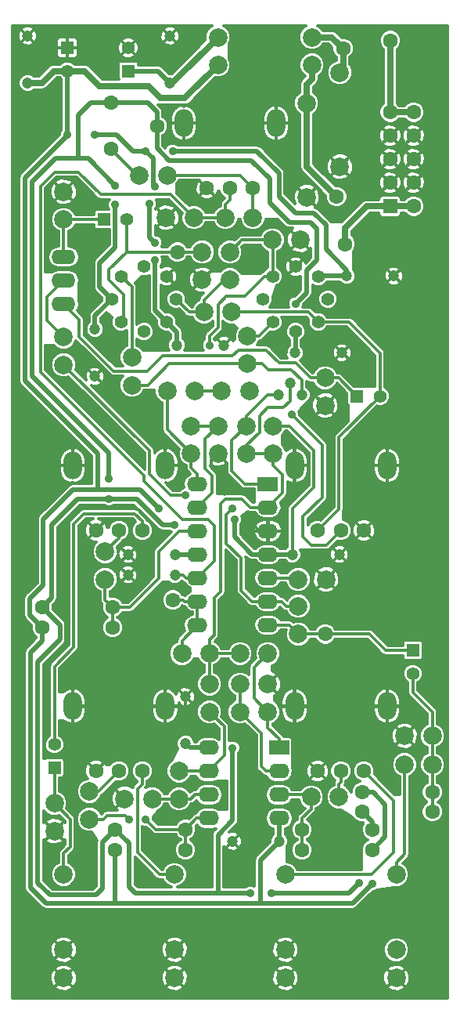
<source format=gbl>
G04 #@! TF.FileFunction,Copper,L2,Bot,Signal*
%FSLAX46Y46*%
G04 Gerber Fmt 4.6, Leading zero omitted, Abs format (unit mm)*
G04 Created by KiCad (PCBNEW (2016-08-20 BZR 7083)-product) date Sun Dec  4 23:05:15 2016*
%MOMM*%
%LPD*%
G01*
G04 APERTURE LIST*
%ADD10C,0.100000*%
%ADD11C,1.400000*%
%ADD12C,1.600000*%
%ADD13C,2.000000*%
%ADD14O,2.000000X3.000000*%
%ADD15R,1.600000X1.600000*%
%ADD16R,1.400000X1.400000*%
%ADD17C,1.200000*%
%ADD18R,2.200000X1.600000*%
%ADD19O,2.200000X1.600000*%
%ADD20O,2.600000X1.600000*%
%ADD21C,0.900000*%
%ADD22C,0.500000*%
%ADD23C,0.700000*%
%ADD24C,0.300000*%
G04 APERTURE END LIST*
D10*
D11*
X14700000Y79500000D03*
X17174000Y78474000D03*
X18200000Y76000000D03*
X17174000Y73526000D03*
X14700000Y72500000D03*
X12226000Y73526000D03*
X11200000Y76000000D03*
X12226000Y78474000D03*
X27600000Y76000000D03*
X28626000Y78474000D03*
X31100000Y79500000D03*
X33574000Y78474000D03*
X34600000Y76000000D03*
X33574000Y73526000D03*
X31100000Y72500000D03*
X28626000Y73526000D03*
D12*
X16100000Y94700000D03*
X11100000Y92200000D03*
X11100000Y97200000D03*
X41350000Y103950000D03*
X36250000Y103050000D03*
D13*
X32880000Y101300000D03*
X22720000Y101300000D03*
X32880000Y104300000D03*
X22720000Y104300000D03*
D14*
X17000000Y58000000D03*
X7000000Y58000000D03*
D12*
X14500000Y51000000D03*
X12000000Y51000000D03*
X9500000Y51000000D03*
D15*
X41330000Y86020000D03*
D12*
X43870000Y86020000D03*
X41330000Y88560000D03*
X43870000Y88560000D03*
X41330000Y91100000D03*
X43870000Y91100000D03*
X41330000Y93640000D03*
X43870000Y93640000D03*
X41330000Y96180000D03*
X43870000Y96180000D03*
D13*
X18000000Y5698000D03*
X18000000Y13826000D03*
X18000000Y2650000D03*
X30000000Y5698000D03*
X30000000Y13826000D03*
X30000000Y2650000D03*
X42000000Y5698000D03*
X42000000Y13826000D03*
X42000000Y2650000D03*
D14*
X29000000Y95000000D03*
X19000000Y95000000D03*
D12*
X26500000Y88000000D03*
X24000000Y88000000D03*
X21500000Y88000000D03*
D14*
X17000000Y32000000D03*
X7000000Y32000000D03*
D12*
X14500000Y25000000D03*
X12000000Y25000000D03*
X9500000Y25000000D03*
D14*
X41000000Y32000000D03*
X31000000Y32000000D03*
D12*
X38500000Y25000000D03*
X36000000Y25000000D03*
X33500000Y25000000D03*
X17800000Y43500000D03*
X18300000Y81100000D03*
X34300000Y39800000D03*
D16*
X5000000Y25350000D03*
D11*
X5000000Y27850000D03*
D17*
X18040000Y46200000D03*
X12960000Y46200000D03*
D16*
X13000000Y100650000D03*
D11*
X13000000Y103150000D03*
D16*
X6400000Y103150000D03*
D11*
X6400000Y100650000D03*
D17*
X17500000Y99360000D03*
X17500000Y104440000D03*
X2100000Y104440000D03*
X2100000Y99360000D03*
X30760000Y48400000D03*
X35840000Y48400000D03*
X12960000Y48400000D03*
X18040000Y48400000D03*
X19200000Y27960000D03*
X19200000Y33040000D03*
X24260000Y17400000D03*
X29340000Y17400000D03*
D16*
X37750000Y65500000D03*
D11*
X40250000Y65500000D03*
D16*
X10350000Y84600000D03*
D11*
X12850000Y84600000D03*
D16*
X43800000Y38050000D03*
D11*
X43800000Y35550000D03*
D18*
X28110000Y56020000D03*
D19*
X28110000Y53480000D03*
X28110000Y50940000D03*
X28110000Y48400000D03*
X28110000Y45860000D03*
X28110000Y43320000D03*
X28110000Y40780000D03*
X20490000Y40780000D03*
X20490000Y43320000D03*
X20490000Y45860000D03*
X20490000Y48400000D03*
X20490000Y50940000D03*
X20490000Y53480000D03*
X20490000Y56020000D03*
D20*
X6000000Y75460000D03*
X6000000Y80540000D03*
X6000000Y78000000D03*
D12*
X19200000Y16500000D03*
X11600000Y16500000D03*
X31800000Y16500000D03*
X39400000Y16500000D03*
D13*
X35900000Y100480000D03*
X35900000Y90320000D03*
X32300000Y87020000D03*
X32300000Y97180000D03*
D12*
X11600000Y18700000D03*
X19200000Y18700000D03*
X39400000Y18700000D03*
X31800000Y18700000D03*
X11300000Y40500000D03*
X3700000Y40500000D03*
X3700000Y42700000D03*
X11300000Y42700000D03*
X45900000Y22700000D03*
X38300000Y22700000D03*
X38300000Y20600000D03*
X45900000Y20600000D03*
X36450000Y81950000D03*
X35550000Y87050000D03*
D17*
X30500000Y66935000D03*
X29230000Y65665000D03*
X31770000Y65665000D03*
D13*
X6000000Y5698000D03*
X6000000Y13826000D03*
X6000000Y2650000D03*
D14*
X41000000Y58000000D03*
X31000000Y58000000D03*
D12*
X38500000Y51000000D03*
X36000000Y51000000D03*
X33500000Y51000000D03*
D17*
X31060000Y70200000D03*
X36140000Y70200000D03*
X41740000Y78500000D03*
X36660000Y78500000D03*
X9400000Y72740000D03*
X9400000Y67660000D03*
X23340000Y71000000D03*
X18260000Y71000000D03*
D18*
X29310000Y27510000D03*
D19*
X29310000Y24970000D03*
X29310000Y22430000D03*
X29310000Y19890000D03*
X21690000Y19890000D03*
X21690000Y22430000D03*
X21690000Y24970000D03*
X21690000Y27510000D03*
D13*
X14200000Y89400000D03*
X17200000Y89400000D03*
X23500000Y84800000D03*
X26500000Y84800000D03*
X20100000Y84800000D03*
X17100000Y84800000D03*
X5000000Y21500000D03*
X5000000Y18500000D03*
X8800000Y19800000D03*
X8800000Y22800000D03*
X32800000Y22200000D03*
X35800000Y22200000D03*
X10500000Y45700000D03*
X10500000Y48700000D03*
X15600000Y22000000D03*
X12600000Y22000000D03*
X25100000Y34400000D03*
X28100000Y34400000D03*
X18500000Y25000000D03*
X18500000Y22000000D03*
X28100000Y31400000D03*
X25100000Y31400000D03*
X22700000Y62300000D03*
X22700000Y59300000D03*
X21800000Y37700000D03*
X18800000Y37700000D03*
X21800000Y34400000D03*
X21800000Y31400000D03*
X25100000Y37700000D03*
X28100000Y37700000D03*
X19800000Y59300000D03*
X19800000Y62300000D03*
X28700000Y62300000D03*
X28700000Y59300000D03*
X25800000Y59300000D03*
X25800000Y62300000D03*
X20200000Y66100000D03*
X17200000Y66100000D03*
X26100000Y66100000D03*
X23100000Y66100000D03*
X21000000Y81100000D03*
X24000000Y81100000D03*
X28600000Y82400000D03*
X31600000Y82400000D03*
X25900000Y72000000D03*
X25900000Y69000000D03*
X21200000Y74600000D03*
X24200000Y74600000D03*
X24000000Y78100000D03*
X21000000Y78100000D03*
X13400000Y66700000D03*
X13400000Y69700000D03*
X34300000Y67500000D03*
X34300000Y64500000D03*
X6000000Y84600000D03*
X6000000Y87600000D03*
X6000000Y68900000D03*
X6000000Y71900000D03*
X31400000Y45700000D03*
X34400000Y45700000D03*
X31400000Y39800000D03*
X31400000Y42800000D03*
X45900000Y28800000D03*
X42900000Y28800000D03*
X42900000Y25700000D03*
X45900000Y25700000D03*
D21*
X11600000Y86200000D03*
X11600000Y88300000D03*
X10900000Y56600000D03*
X10900000Y54400000D03*
X31100000Y75500000D03*
X18000000Y51600000D03*
X24500000Y52200000D03*
X24300000Y27500000D03*
X26200000Y11800000D03*
X28500000Y11800000D03*
X38000000Y12900000D03*
X17000000Y40900000D03*
X16900000Y45000000D03*
X9100000Y64200000D03*
X14200000Y59000000D03*
X4500000Y70300000D03*
X8300000Y83000000D03*
X8300000Y74600000D03*
X16500000Y24000000D03*
X15500000Y17400000D03*
X12300000Y9000000D03*
X14300000Y13300000D03*
X17000000Y20300000D03*
X22100000Y29400000D03*
X15300000Y65300000D03*
X18900000Y73700000D03*
X20100000Y71400000D03*
X33800000Y52800000D03*
X40800000Y24500000D03*
X36700000Y1700000D03*
X24600000Y1600000D03*
X12100000Y1600000D03*
X8400000Y12900000D03*
X8300000Y17400000D03*
X36000000Y8500000D03*
X34000000Y20200000D03*
X36500000Y15100000D03*
X30500000Y37500000D03*
X25900000Y52300000D03*
X24300000Y55700000D03*
X29100000Y71300000D03*
X26600000Y80300000D03*
X24500000Y95300000D03*
X24500000Y102900000D03*
X30300000Y104300000D03*
X44100000Y104100000D03*
X46000000Y99400000D03*
X34600000Y98300000D03*
X36600000Y104900000D03*
X39300000Y101900000D03*
X39500000Y83300000D03*
X46400000Y80300000D03*
X36500000Y75900000D03*
X41100000Y71300000D03*
X46300000Y68200000D03*
X40900000Y62600000D03*
X46100000Y61600000D03*
X46100000Y53500000D03*
X46100000Y45700000D03*
X41200000Y40400000D03*
X36000000Y32000000D03*
X38500000Y38500000D03*
X24100000Y47300000D03*
X23600000Y40000000D03*
X8000000Y40000000D03*
X12000000Y32000000D03*
X6000000Y51100000D03*
X5800000Y42600000D03*
X24700000Y29100000D03*
X26200000Y23500000D03*
X25900000Y13500000D03*
X21200000Y13000000D03*
X21000000Y18000000D03*
X44400000Y18700000D03*
X45500000Y10800000D03*
X24500000Y8900000D03*
X1600000Y10600000D03*
X1000000Y28200000D03*
X1600000Y39500000D03*
X1700000Y45300000D03*
X2000000Y51800000D03*
X1900000Y64900000D03*
X1700000Y91600000D03*
X5100000Y98500000D03*
X14500000Y77600000D03*
X15000000Y74300000D03*
X16000000Y71200000D03*
X10700000Y73800000D03*
X11200000Y70300000D03*
X15900000Y88200000D03*
X15300000Y86300000D03*
X15900000Y82100000D03*
X17800000Y92000000D03*
X14900000Y92000000D03*
X6400000Y93800000D03*
X9400000Y93800000D03*
X16300000Y53400000D03*
X39400000Y12800000D03*
X15900000Y80200000D03*
X19200000Y54800000D03*
X24300000Y53400000D03*
X21800000Y71000000D03*
X14900000Y19800000D03*
X13100000Y19800000D03*
X30700000Y63500000D03*
D22*
X11100000Y97200000D02*
X8900000Y97200000D01*
X7600000Y95900000D02*
X7600000Y91250000D01*
X8900000Y97200000D02*
X7600000Y95900000D01*
X11200000Y76000000D02*
X9900000Y77300000D01*
X9900000Y77300000D02*
X9900000Y79900000D01*
X9900000Y79900000D02*
X11600000Y81600000D01*
X11600000Y81600000D02*
X11600000Y86200000D01*
X11600000Y88300000D02*
X8650000Y91250000D01*
X8650000Y91250000D02*
X7600000Y91250000D01*
X7600000Y91250000D02*
X5150000Y91250000D01*
X5150000Y91250000D02*
X2600000Y88700000D01*
X2600000Y67700000D02*
X2600000Y88700000D01*
X10900000Y59400000D02*
X2600000Y67700000D01*
X10900000Y56600000D02*
X10900000Y59400000D01*
X16100000Y94700000D02*
X16100000Y92300000D01*
X32300000Y76700000D02*
X31100000Y75500000D01*
X32300000Y79100000D02*
X32300000Y76700000D01*
X33400000Y80200000D02*
X32300000Y79100000D01*
X33400000Y83600000D02*
X33400000Y80200000D01*
X32700000Y84300000D02*
X33400000Y83600000D01*
X30400000Y84300000D02*
X32700000Y84300000D01*
X28300000Y86400000D02*
X30400000Y84300000D01*
X28300000Y89000000D02*
X28300000Y86400000D01*
X26300000Y91000000D02*
X28300000Y89000000D01*
X17400000Y91000000D02*
X26300000Y91000000D01*
X16100000Y92300000D02*
X17400000Y91000000D01*
X9400000Y72740000D02*
X9400000Y74200000D01*
X9400000Y74200000D02*
X11200000Y76000000D01*
D23*
X22720000Y104300000D02*
X17780000Y99360000D01*
D22*
X24500000Y52200000D02*
X24500000Y50300000D01*
X24500000Y50300000D02*
X26400000Y48400000D01*
D24*
X28700000Y62300000D02*
X30400000Y62300000D01*
X30760000Y53360000D02*
X30760000Y48400000D01*
X33100000Y55700000D02*
X30760000Y53360000D01*
X33100000Y59600000D02*
X33100000Y55700000D01*
X30400000Y62300000D02*
X33100000Y59600000D01*
D22*
X31100000Y72500000D02*
X31100000Y70240000D01*
X11100000Y97200000D02*
X15100000Y97200000D01*
X16100000Y96200000D02*
X16100000Y94700000D01*
X15100000Y97200000D02*
X16100000Y96200000D01*
X13000000Y100650000D02*
X16210000Y100650000D01*
X16210000Y100650000D02*
X17500000Y99360000D01*
X4700000Y43700000D02*
X4700000Y51600000D01*
X4700000Y51600000D02*
X7500000Y54400000D01*
X7500000Y54400000D02*
X10900000Y54400000D01*
X10900000Y54400000D02*
X13900000Y54400000D01*
X13900000Y54400000D02*
X16700000Y51600000D01*
X16700000Y51600000D02*
X18000000Y51600000D01*
X3700000Y42700000D02*
X4700000Y43700000D01*
X26400000Y48400000D02*
X28110000Y48400000D01*
X28110000Y48400000D02*
X30760000Y48400000D01*
X11600000Y18700000D02*
X10200000Y17300000D01*
X5600000Y40800000D02*
X3700000Y42700000D01*
X5600000Y39200000D02*
X5600000Y40800000D01*
X3200000Y36800000D02*
X5600000Y39200000D01*
X3200000Y12900000D02*
X3200000Y36800000D01*
X4500000Y11600000D02*
X3200000Y12900000D01*
X9500000Y11600000D02*
X4500000Y11600000D01*
X10200000Y12300000D02*
X9500000Y11600000D01*
X10200000Y17300000D02*
X10200000Y12300000D01*
X22700000Y18100000D02*
X22700000Y11800000D01*
X24300000Y19700000D02*
X22700000Y18100000D01*
X24300000Y27500000D02*
X24300000Y19700000D01*
X19200000Y27960000D02*
X19650000Y27510000D01*
X19650000Y27510000D02*
X21690000Y27510000D01*
X11600000Y18700000D02*
X13100000Y17200000D01*
X13100000Y17200000D02*
X13100000Y12500000D01*
X13100000Y12500000D02*
X13800000Y11800000D01*
X13800000Y11800000D02*
X22700000Y11800000D01*
X22700000Y11800000D02*
X26200000Y11800000D01*
X28500000Y11800000D02*
X36900000Y11800000D01*
X36900000Y11800000D02*
X38000000Y12900000D01*
X38300000Y20600000D02*
X39400000Y19500000D01*
X39400000Y19500000D02*
X39400000Y18700000D01*
D24*
X17000000Y40900000D02*
X16100000Y41800000D01*
X16100000Y44200000D02*
X16900000Y45000000D01*
X16100000Y41800000D02*
X16100000Y44200000D01*
X14200000Y59100000D02*
X9100000Y64200000D01*
X14200000Y59000000D02*
X14200000Y59100000D01*
X8300000Y74600000D02*
X8300000Y83000000D01*
X17000000Y32000000D02*
X17000000Y27300000D01*
X16500000Y26800000D02*
X16500000Y24000000D01*
X17000000Y27300000D02*
X16500000Y26800000D01*
X19200000Y33040000D02*
X19200000Y30600000D01*
X20400000Y29400000D02*
X22100000Y29400000D01*
X19200000Y30600000D02*
X20400000Y29400000D01*
X17000000Y58000000D02*
X17000000Y60100000D01*
X15300000Y61800000D02*
X15300000Y65300000D01*
X17000000Y60100000D02*
X15300000Y61800000D01*
X21500000Y88000000D02*
X20700000Y88800000D01*
X20700000Y88800000D02*
X20000000Y88800000D01*
X20100000Y72500000D02*
X18900000Y73700000D01*
X20100000Y71400000D02*
X20100000Y72500000D01*
X22700000Y59300000D02*
X22000000Y58600000D01*
X22000000Y58600000D02*
X22000000Y57900000D01*
X22700000Y59300000D02*
X23600000Y58400000D01*
X23600000Y58400000D02*
X23600000Y57800000D01*
X42900000Y28800000D02*
X40800000Y26700000D01*
X40800000Y26700000D02*
X40800000Y24500000D01*
X8400000Y17300000D02*
X8400000Y12900000D01*
X8300000Y17400000D02*
X8400000Y17300000D01*
X34000000Y17600000D02*
X34000000Y20200000D01*
X36500000Y15100000D02*
X34000000Y17600000D01*
X36000000Y32000000D02*
X30500000Y37500000D01*
X28110000Y50940000D02*
X27260000Y50940000D01*
X27260000Y50940000D02*
X25900000Y52300000D01*
X29000000Y95000000D02*
X29000000Y103000000D01*
X24500000Y102900000D02*
X24500000Y95300000D01*
X29000000Y103000000D02*
X30300000Y104300000D01*
X43870000Y93640000D02*
X46000000Y95770000D01*
X46000000Y95770000D02*
X46000000Y99400000D01*
X34600000Y98300000D02*
X37700000Y98300000D01*
X39300000Y99900000D02*
X39300000Y101900000D01*
X37700000Y98300000D02*
X39300000Y99900000D01*
X43400000Y83300000D02*
X39500000Y83300000D01*
X46400000Y80300000D02*
X43400000Y83300000D01*
X41100000Y71300000D02*
X36500000Y75900000D01*
X46300000Y68000000D02*
X46300000Y68200000D01*
X40900000Y62600000D02*
X46300000Y68000000D01*
X46100000Y53500000D02*
X46100000Y61600000D01*
X46100000Y45300000D02*
X46100000Y45700000D01*
X41200000Y40400000D02*
X46100000Y45300000D01*
X36000000Y32000000D02*
X36000000Y36000000D01*
X36000000Y36000000D02*
X38500000Y38500000D01*
X24100000Y40500000D02*
X24100000Y47300000D01*
X23600000Y40000000D02*
X24100000Y40500000D01*
X12000000Y36000000D02*
X8000000Y40000000D01*
X12000000Y32000000D02*
X12000000Y36000000D01*
X5800000Y50900000D02*
X6000000Y51100000D01*
X5800000Y42600000D02*
X5800000Y50900000D01*
X26200000Y27600000D02*
X24700000Y29100000D01*
X26200000Y23500000D02*
X26200000Y27600000D01*
X24260000Y17400000D02*
X25900000Y15760000D01*
X25900000Y15760000D02*
X25900000Y13500000D01*
X21200000Y13000000D02*
X21000000Y13200000D01*
X21000000Y13200000D02*
X21000000Y18000000D01*
X42000000Y2650000D02*
X45500000Y6150000D01*
X45500000Y6150000D02*
X45500000Y10800000D01*
X18000000Y5698000D02*
X21202000Y8900000D01*
X21202000Y8900000D02*
X24500000Y8900000D01*
X7000000Y58000000D02*
X3500000Y58000000D01*
X1000000Y11200000D02*
X1600000Y10600000D01*
X1000000Y28200000D02*
X1000000Y11200000D01*
X1200000Y39900000D02*
X1600000Y39500000D01*
X1200000Y44800000D02*
X1200000Y39900000D01*
X1700000Y45300000D02*
X1200000Y44800000D01*
X2000000Y56500000D02*
X2000000Y51800000D01*
X3500000Y58000000D02*
X2000000Y56500000D01*
X1700000Y95100000D02*
X1700000Y91600000D01*
X5100000Y98500000D02*
X1700000Y95100000D01*
X14500000Y77600000D02*
X14500000Y74800000D01*
X14500000Y74800000D02*
X15000000Y74300000D01*
X10700000Y70800000D02*
X10700000Y73800000D01*
X11200000Y70300000D02*
X10700000Y70800000D01*
D22*
X15700000Y91200000D02*
X14900000Y92000000D01*
X15700000Y88400000D02*
X15700000Y91200000D01*
X15900000Y88200000D02*
X15700000Y88400000D01*
X15300000Y82700000D02*
X15300000Y86300000D01*
X15900000Y82100000D02*
X15300000Y82700000D01*
X36660000Y78500000D02*
X36660000Y79140000D01*
X36660000Y79140000D02*
X34400000Y81400000D01*
X34400000Y81400000D02*
X34400000Y84000000D01*
X34400000Y84000000D02*
X33100000Y85300000D01*
X33100000Y85300000D02*
X31100000Y85300000D01*
X31100000Y85300000D02*
X29300000Y87100000D01*
X29300000Y87100000D02*
X29300000Y89600000D01*
X29300000Y89600000D02*
X26900000Y92000000D01*
X26900000Y92000000D02*
X17800000Y92000000D01*
X14900000Y92000000D02*
X13500000Y92000000D01*
X13500000Y92000000D02*
X11700000Y93800000D01*
X11700000Y93800000D02*
X9400000Y93800000D01*
X18260000Y72440000D02*
X18260000Y71000000D01*
X33600000Y78500000D02*
X36660000Y78500000D01*
D23*
X2100000Y99360000D02*
X3660000Y99360000D01*
X4950000Y100650000D02*
X6400000Y100650000D01*
X3660000Y99360000D02*
X4950000Y100650000D01*
X16500000Y97700000D02*
X15200000Y99000000D01*
X19120000Y97700000D02*
X16500000Y97700000D01*
X22720000Y101300000D02*
X19120000Y97700000D01*
X8250000Y100650000D02*
X6400000Y100650000D01*
X9900000Y99000000D02*
X8250000Y100650000D01*
X15200000Y99000000D02*
X9900000Y99000000D01*
D22*
X9700000Y55400000D02*
X9700000Y59300000D01*
X9700000Y59300000D02*
X1800000Y67200000D01*
X1800000Y67200000D02*
X1800000Y89100000D01*
X1800000Y89100000D02*
X6400000Y93700000D01*
X6400000Y93700000D02*
X6400000Y100650000D01*
X2300000Y41900000D02*
X3700000Y40500000D01*
X2300000Y43600000D02*
X2300000Y41900000D01*
X3800000Y45100000D02*
X2300000Y43600000D01*
X3800000Y52200000D02*
X3800000Y45100000D01*
X7000000Y55400000D02*
X3800000Y52200000D01*
X14300000Y55400000D02*
X9700000Y55400000D01*
X9700000Y55400000D02*
X7000000Y55400000D01*
X16300000Y53400000D02*
X14300000Y55400000D01*
X20490000Y48400000D02*
X18040000Y48400000D01*
X11600000Y10700000D02*
X27300000Y10700000D01*
X11600000Y16500000D02*
X11600000Y10700000D01*
X3700000Y40500000D02*
X3700000Y39100000D01*
X3700000Y39100000D02*
X2400000Y37800000D01*
X2400000Y37800000D02*
X2400000Y12400000D01*
X2400000Y12400000D02*
X4100000Y10700000D01*
X4100000Y10700000D02*
X11600000Y10700000D01*
X29340000Y17400000D02*
X27300000Y15360000D01*
X27300000Y15360000D02*
X27300000Y10700000D01*
X37300000Y10700000D02*
X27300000Y10700000D01*
X39400000Y12800000D02*
X37300000Y10700000D01*
X29340000Y17400000D02*
X29340000Y19860000D01*
X38300000Y22700000D02*
X39500000Y22700000D01*
X40800000Y17900000D02*
X39400000Y16500000D01*
X40800000Y21400000D02*
X40800000Y17900000D01*
X39500000Y22700000D02*
X40800000Y21400000D01*
X17174000Y73526000D02*
X15900000Y74800000D01*
X15900000Y74800000D02*
X15900000Y80200000D01*
X17174000Y73526000D02*
X18260000Y72440000D01*
D23*
X36250000Y103050000D02*
X35000000Y104300000D01*
X35000000Y104300000D02*
X32880000Y104300000D01*
X36250000Y100830000D02*
X36250000Y103050000D01*
X32880000Y101300000D02*
X32880000Y99780000D01*
X32300000Y99200000D02*
X32300000Y97180000D01*
X32880000Y99780000D02*
X32300000Y99200000D01*
X35550000Y87050000D02*
X32300000Y90300000D01*
X32300000Y90300000D02*
X32300000Y97180000D01*
D24*
X20100000Y84800000D02*
X17600000Y87300000D01*
X17600000Y87300000D02*
X10000000Y87300000D01*
X10000000Y87300000D02*
X7600000Y89700000D01*
X7600000Y89700000D02*
X5000000Y89700000D01*
X5000000Y89700000D02*
X3500000Y88200000D01*
X3500000Y88200000D02*
X3500000Y68100000D01*
X3500000Y68100000D02*
X14700000Y56900000D01*
X14700000Y56900000D02*
X14700000Y56300000D01*
X14700000Y56300000D02*
X18800000Y52200000D01*
X18800000Y52200000D02*
X21600000Y52200000D01*
X21600000Y52200000D02*
X22300000Y51500000D01*
X22300000Y51500000D02*
X22300000Y47670000D01*
X22300000Y47670000D02*
X20490000Y45860000D01*
X24000000Y88000000D02*
X24000000Y86700000D01*
X23500000Y86200000D02*
X23500000Y84800000D01*
X24000000Y86700000D02*
X23500000Y86200000D01*
X20100000Y84800000D02*
X23500000Y84800000D01*
X20490000Y45860000D02*
X19240000Y45860000D01*
X18900000Y46200000D02*
X18040000Y46200000D01*
X19240000Y45860000D02*
X18900000Y46200000D01*
X20490000Y53480000D02*
X22100000Y55090000D01*
X21300000Y60900000D02*
X22700000Y62300000D01*
X21300000Y57700000D02*
X21300000Y60900000D01*
X22100000Y56900000D02*
X21300000Y57700000D01*
X22100000Y55090000D02*
X22100000Y56900000D01*
X19800000Y62300000D02*
X22700000Y62300000D01*
X24300000Y53400000D02*
X23600000Y52700000D01*
X6000000Y68900000D02*
X15300000Y59600000D01*
X17600000Y54800000D02*
X19200000Y54800000D01*
X15300000Y57100000D02*
X17600000Y54800000D01*
X15300000Y59600000D02*
X15300000Y57100000D01*
X26380000Y43320000D02*
X28110000Y43320000D01*
X25200000Y44500000D02*
X26380000Y43320000D01*
X25200000Y48000000D02*
X25200000Y44500000D01*
X23600000Y49600000D02*
X25200000Y48000000D01*
X23600000Y52700000D02*
X23600000Y49600000D01*
X31400000Y42800000D02*
X30100000Y42800000D01*
X29580000Y43320000D02*
X28110000Y43320000D01*
X30100000Y42800000D02*
X29580000Y43320000D01*
X13400000Y77300000D02*
X12226000Y78474000D01*
X13400000Y69700000D02*
X13400000Y77300000D01*
X28626000Y78474000D02*
X27774000Y78474000D01*
X21800000Y72000000D02*
X21800000Y71000000D01*
X22700000Y72900000D02*
X21800000Y72000000D01*
X22700000Y75400000D02*
X22700000Y72900000D01*
X23600000Y76300000D02*
X22700000Y75400000D01*
X25600000Y76300000D02*
X23600000Y76300000D01*
X27774000Y78474000D02*
X25600000Y76300000D01*
X28600000Y82400000D02*
X25300000Y82400000D01*
X25300000Y82400000D02*
X24000000Y81100000D01*
X28626000Y78474000D02*
X28626000Y82374000D01*
X28626000Y82374000D02*
X28600000Y82400000D01*
X20200000Y66100000D02*
X23100000Y66100000D01*
X5000000Y25350000D02*
X5000000Y21500000D01*
X5000000Y21500000D02*
X6700000Y19800000D01*
X6000000Y16100000D02*
X6000000Y13826000D01*
X6700000Y16800000D02*
X6000000Y16100000D01*
X6700000Y19800000D02*
X6700000Y16800000D01*
X28110000Y45860000D02*
X31240000Y45860000D01*
X17800000Y43500000D02*
X18900000Y43500000D01*
X19080000Y43320000D02*
X20490000Y43320000D01*
X18900000Y43500000D02*
X19080000Y43320000D01*
X20490000Y40780000D02*
X20490000Y43320000D01*
X18800000Y37700000D02*
X18800000Y39090000D01*
X18800000Y39090000D02*
X20490000Y40780000D01*
X8800000Y19800000D02*
X10300000Y19800000D01*
X16000000Y18700000D02*
X19200000Y18700000D01*
X14900000Y19800000D02*
X16000000Y18700000D01*
X12700000Y20200000D02*
X13100000Y19800000D01*
X10700000Y20200000D02*
X12700000Y20200000D01*
X10300000Y19800000D02*
X10700000Y20200000D01*
X19200000Y18700000D02*
X20390000Y19890000D01*
X20390000Y19890000D02*
X21690000Y19890000D01*
X19200000Y16500000D02*
X19200000Y18700000D01*
X14200000Y89400000D02*
X13900000Y89400000D01*
X13900000Y89400000D02*
X11100000Y92200000D01*
D23*
X41330000Y96180000D02*
X41350000Y96200000D01*
X41350000Y96200000D02*
X41350000Y103950000D01*
X43870000Y96180000D02*
X41330000Y96180000D01*
X41330000Y86020000D02*
X38820000Y86020000D01*
X36450000Y83650000D02*
X36450000Y81950000D01*
X38820000Y86020000D02*
X36450000Y83650000D01*
X43870000Y86020000D02*
X41330000Y86020000D01*
D24*
X23000000Y53900000D02*
X23500000Y54400000D01*
X23000000Y44400000D02*
X23000000Y53900000D01*
X22300000Y43700000D02*
X23000000Y44400000D01*
X22300000Y39700000D02*
X22300000Y43700000D01*
X21800000Y39200000D02*
X22300000Y39700000D01*
X21800000Y37700000D02*
X21800000Y39200000D01*
X26220000Y53480000D02*
X28110000Y53480000D01*
X25300000Y54400000D02*
X26220000Y53480000D01*
X23500000Y54400000D02*
X25300000Y54400000D01*
X25800000Y59300000D02*
X25800000Y60200000D01*
X25800000Y60200000D02*
X27200000Y61600000D01*
X30500000Y65000000D02*
X30500000Y66935000D01*
X29800000Y64300000D02*
X30500000Y65000000D01*
X28100000Y64300000D02*
X29800000Y64300000D01*
X27200000Y63400000D02*
X28100000Y64300000D01*
X27200000Y61600000D02*
X27200000Y63400000D01*
X28700000Y59300000D02*
X28700000Y58000000D01*
X28700000Y58000000D02*
X29700000Y57000000D01*
X29700000Y57000000D02*
X29700000Y55070000D01*
X29700000Y55070000D02*
X28110000Y53480000D01*
X25800000Y59300000D02*
X28700000Y59300000D01*
X21800000Y37700000D02*
X21800000Y34400000D01*
X25100000Y37700000D02*
X21800000Y37700000D01*
X24000000Y78100000D02*
X23400000Y78100000D01*
X23400000Y78100000D02*
X21200000Y75900000D01*
X21200000Y75900000D02*
X21200000Y74600000D01*
X21200000Y74600000D02*
X19600000Y74600000D01*
X19600000Y74600000D02*
X18200000Y76000000D01*
X28100000Y37700000D02*
X26600000Y36200000D01*
X26600000Y32900000D02*
X28100000Y31400000D01*
X26600000Y36200000D02*
X26600000Y32900000D01*
X28100000Y31400000D02*
X28100000Y29700000D01*
X29310000Y28490000D02*
X29310000Y27510000D01*
X28100000Y29700000D02*
X29310000Y28490000D01*
X25100000Y31400000D02*
X27400000Y29100000D01*
X27930000Y24970000D02*
X29310000Y24970000D01*
X27400000Y25500000D02*
X27930000Y24970000D01*
X27400000Y29100000D02*
X27400000Y25500000D01*
X25100000Y34400000D02*
X25100000Y31400000D01*
X18500000Y22000000D02*
X15600000Y22000000D01*
X21690000Y22430000D02*
X20230000Y22430000D01*
X19800000Y22000000D02*
X18500000Y22000000D01*
X20230000Y22430000D02*
X19800000Y22000000D01*
X8800000Y22800000D02*
X9800000Y22800000D01*
X9800000Y22800000D02*
X12000000Y25000000D01*
X35800000Y22200000D02*
X35800000Y23600000D01*
X36000000Y23800000D02*
X36000000Y25000000D01*
X35800000Y23600000D02*
X36000000Y23800000D01*
X5000000Y27850000D02*
X5000000Y36300000D01*
X14500000Y52000000D02*
X14500000Y51000000D01*
X13700000Y52800000D02*
X14500000Y52000000D01*
X8200000Y52800000D02*
X13700000Y52800000D01*
X7100000Y51700000D02*
X8200000Y52800000D01*
X7100000Y38400000D02*
X7100000Y51700000D01*
X5000000Y36300000D02*
X7100000Y38400000D01*
X24300000Y69900000D02*
X16700000Y69900000D01*
X32700000Y67500000D02*
X31100000Y69100000D01*
X31100000Y69100000D02*
X29300000Y69100000D01*
X29300000Y69100000D02*
X27900000Y70500000D01*
X27900000Y70500000D02*
X24900000Y70500000D01*
X24900000Y70500000D02*
X24300000Y69900000D01*
X7700000Y71900000D02*
X7700000Y73760000D01*
X6000000Y75460000D02*
X7700000Y73760000D01*
X32700000Y67500000D02*
X34300000Y67500000D01*
X11400000Y68200000D02*
X7700000Y71900000D01*
X15000000Y68200000D02*
X11400000Y68200000D01*
X16700000Y69900000D02*
X15000000Y68200000D01*
X37750000Y65500000D02*
X35750000Y67500000D01*
X35750000Y67500000D02*
X34300000Y67500000D01*
X24200000Y74600000D02*
X32500000Y74600000D01*
X32500000Y74600000D02*
X33574000Y73526000D01*
X40250000Y65500000D02*
X40250000Y70150000D01*
X36874000Y73526000D02*
X33574000Y73526000D01*
X40250000Y70150000D02*
X36874000Y73526000D01*
X33500000Y51000000D02*
X35800000Y53300000D01*
X35800000Y61050000D02*
X40250000Y65500000D01*
X35800000Y53300000D02*
X35800000Y61050000D01*
X6000000Y84600000D02*
X6000000Y80540000D01*
X10350000Y84600000D02*
X6000000Y84600000D01*
X12226000Y73526000D02*
X12500000Y73800000D01*
X12500000Y73800000D02*
X12500000Y76500000D01*
X18300000Y81100000D02*
X21000000Y81100000D01*
X12850000Y84600000D02*
X12850000Y81100000D01*
X10900000Y78100000D02*
X10900000Y79200000D01*
X12800000Y81100000D02*
X12850000Y81100000D01*
X12850000Y81100000D02*
X18300000Y81100000D01*
X10900000Y79200000D02*
X12800000Y81100000D01*
X12500000Y76500000D02*
X10900000Y78100000D01*
X31400000Y39800000D02*
X30420000Y40780000D01*
X30420000Y40780000D02*
X28110000Y40780000D01*
X34300000Y39800000D02*
X31400000Y39800000D01*
X43800000Y38050000D02*
X40850000Y38050000D01*
X39100000Y39800000D02*
X34300000Y39800000D01*
X40850000Y38050000D02*
X39100000Y39800000D01*
X45900000Y28800000D02*
X45900000Y31400000D01*
X43800000Y33500000D02*
X43800000Y35550000D01*
X45900000Y31400000D02*
X43800000Y33500000D01*
X45900000Y25700000D02*
X45900000Y28800000D01*
X45900000Y22700000D02*
X45900000Y25700000D01*
X45900000Y20600000D02*
X45900000Y22700000D01*
X25800000Y62300000D02*
X25800000Y63400000D01*
X28065000Y65665000D02*
X29230000Y65665000D01*
X25800000Y63400000D02*
X28065000Y65665000D01*
X28110000Y56020000D02*
X25580000Y56020000D01*
X24200000Y60700000D02*
X25800000Y62300000D01*
X24200000Y57400000D02*
X24200000Y60700000D01*
X25580000Y56020000D02*
X24200000Y57400000D01*
X11300000Y42700000D02*
X11300000Y40500000D01*
X10500000Y45700000D02*
X10500000Y43500000D01*
X10500000Y43500000D02*
X11300000Y42700000D01*
X20490000Y50940000D02*
X18540000Y50940000D01*
X13200000Y42700000D02*
X11300000Y42700000D01*
X16300000Y45800000D02*
X13200000Y42700000D01*
X16300000Y48700000D02*
X16300000Y45800000D01*
X18540000Y50940000D02*
X16300000Y48700000D01*
X19800000Y59300000D02*
X17200000Y61900000D01*
X17200000Y61900000D02*
X17200000Y66100000D01*
X20490000Y56020000D02*
X20490000Y57110000D01*
X19800000Y57800000D02*
X19800000Y59300000D01*
X20490000Y57110000D02*
X19800000Y57800000D01*
X25900000Y72000000D02*
X27100000Y72000000D01*
X27100000Y72000000D02*
X28626000Y73526000D01*
X26500000Y88000000D02*
X25100000Y89400000D01*
X25100000Y89400000D02*
X17200000Y89400000D01*
X26500000Y84800000D02*
X26500000Y88000000D01*
X14500000Y25000000D02*
X14500000Y23600000D01*
X16374000Y13826000D02*
X18000000Y13826000D01*
X14000000Y16200000D02*
X16374000Y13826000D01*
X14000000Y23100000D02*
X14000000Y16200000D01*
X14500000Y23600000D02*
X14000000Y23100000D01*
X30000000Y13826000D02*
X39326000Y13826000D01*
X41700000Y21800000D02*
X38500000Y25000000D01*
X41700000Y16200000D02*
X41700000Y21800000D01*
X39326000Y13826000D02*
X41700000Y16200000D01*
X12000000Y51000000D02*
X12000000Y50200000D01*
X12000000Y50200000D02*
X10500000Y48700000D01*
X34400000Y49400000D02*
X36000000Y51000000D01*
X32800000Y49400000D02*
X34400000Y49400000D01*
X31900000Y50300000D02*
X32800000Y49400000D01*
X31900000Y52500000D02*
X31900000Y50300000D01*
X34000000Y54600000D02*
X31900000Y52500000D01*
X34000000Y60200000D02*
X34000000Y54600000D01*
X30700000Y63500000D02*
X34000000Y60200000D01*
X13400000Y66700000D02*
X15100000Y66700000D01*
X15100000Y66700000D02*
X17400000Y69000000D01*
X30650000Y68350000D02*
X28150000Y68350000D01*
X28150000Y68350000D02*
X27500000Y69000000D01*
X25900000Y69000000D02*
X17400000Y69000000D01*
X31770000Y65665000D02*
X31770000Y67230000D01*
X27500000Y69000000D02*
X25900000Y69000000D01*
X31770000Y67230000D02*
X30650000Y68350000D01*
X6000000Y78000000D02*
X4200000Y76200000D01*
X4200000Y73700000D02*
X6000000Y71900000D01*
X4200000Y76200000D02*
X4200000Y73700000D01*
X42900000Y25700000D02*
X42900000Y16000000D01*
X42000000Y15100000D02*
X42000000Y13826000D01*
X42900000Y16000000D02*
X42000000Y15100000D01*
X29310000Y22430000D02*
X32570000Y22430000D01*
X31800000Y18700000D02*
X31800000Y19900000D01*
X32800000Y20900000D02*
X32800000Y22200000D01*
X31800000Y19900000D02*
X32800000Y20900000D01*
X31800000Y18700000D02*
X31800000Y16500000D01*
X21690000Y24970000D02*
X18530000Y24970000D01*
X21800000Y31400000D02*
X23400000Y29800000D01*
X23400000Y26680000D02*
X21690000Y24970000D01*
X23400000Y29800000D02*
X23400000Y26680000D01*
G36*
X21928000Y105487555D02*
X21533830Y105094072D01*
X21320243Y104579699D01*
X21319757Y104022744D01*
X21337980Y103978640D01*
X17713480Y100354140D01*
X17699785Y100359826D01*
X17419168Y100360071D01*
X16669619Y101109619D01*
X16458745Y101250522D01*
X16417476Y101258731D01*
X16210000Y101300000D01*
X14107836Y101300000D01*
X14107836Y101350000D01*
X14076791Y101506072D01*
X13988384Y101638384D01*
X13856072Y101726791D01*
X13700000Y101757836D01*
X12300000Y101757836D01*
X12143928Y101726791D01*
X12011616Y101638384D01*
X11923209Y101506072D01*
X11892164Y101350000D01*
X11892164Y99950000D01*
X11923209Y99793928D01*
X11952560Y99750000D01*
X10210660Y99750000D01*
X8780330Y101180330D01*
X8537013Y101342910D01*
X8250000Y101400000D01*
X7205587Y101400000D01*
X7023913Y101581991D01*
X6619763Y101749808D01*
X6182156Y101750190D01*
X5777714Y101583078D01*
X5594316Y101400000D01*
X4950000Y101400000D01*
X4662987Y101342910D01*
X4419670Y101180330D01*
X3349340Y100110000D01*
X2764288Y100110000D01*
X2667194Y100207264D01*
X2299785Y100359826D01*
X1901960Y100360173D01*
X1534286Y100208253D01*
X1252736Y99927194D01*
X1100174Y99559785D01*
X1099827Y99161960D01*
X1251747Y98794286D01*
X1532806Y98512736D01*
X1900215Y98360174D01*
X2298040Y98359827D01*
X2665714Y98511747D01*
X2764139Y98610000D01*
X3660000Y98610000D01*
X3947013Y98667090D01*
X4190330Y98829670D01*
X5260660Y99900000D01*
X5594413Y99900000D01*
X5750000Y99744142D01*
X5750000Y94352167D01*
X5679826Y94282115D01*
X5550148Y93969817D01*
X5549973Y93769212D01*
X1340381Y89559619D01*
X1199478Y89348745D01*
X1199478Y89348744D01*
X1150000Y89100000D01*
X1150000Y67200000D01*
X1173196Y67083386D01*
X1199478Y66951255D01*
X1340381Y66740381D01*
X9050000Y59030761D01*
X9050000Y56050000D01*
X7009002Y56050000D01*
X7009002Y56149029D01*
X7238531Y56051509D01*
X7553464Y56140300D01*
X8031669Y56455603D01*
X8352811Y56929906D01*
X8468000Y57491000D01*
X8468000Y57991000D01*
X7009000Y57991000D01*
X7009000Y57971000D01*
X6991000Y57971000D01*
X6991000Y57991000D01*
X5532000Y57991000D01*
X5532000Y57491000D01*
X5647189Y56929906D01*
X5968331Y56455603D01*
X6446536Y56140300D01*
X6761469Y56051509D01*
X6990998Y56149029D01*
X6990998Y56048209D01*
X6751256Y56000522D01*
X6751254Y56000521D01*
X6751255Y56000521D01*
X6540380Y55859619D01*
X3340381Y52659619D01*
X3199478Y52448745D01*
X3199478Y52448744D01*
X3150000Y52200000D01*
X3150000Y45369239D01*
X1840381Y44059619D01*
X1699478Y43848745D01*
X1699478Y43848744D01*
X1650000Y43600000D01*
X1650000Y41900000D01*
X1689741Y41700207D01*
X1699478Y41651255D01*
X1840381Y41440381D01*
X2512183Y40768579D01*
X2500209Y40739742D01*
X2499793Y40262353D01*
X2682097Y39821143D01*
X3019367Y39483283D01*
X3050000Y39470563D01*
X3050000Y39369239D01*
X1940381Y38259619D01*
X1799478Y38048745D01*
X1799478Y38048744D01*
X1750000Y37800000D01*
X1750000Y12400000D01*
X1779587Y12251256D01*
X1799478Y12151255D01*
X1940381Y11940381D01*
X3640381Y10240381D01*
X3851255Y10099478D01*
X3892524Y10091269D01*
X4100000Y10050000D01*
X37300000Y10050000D01*
X37507476Y10091269D01*
X37548745Y10099478D01*
X37759619Y10240381D01*
X39469178Y11949940D01*
X39568334Y11949853D01*
X39880857Y12078985D01*
X39962167Y12160153D01*
X40023394Y12151836D01*
X41761080Y12426207D01*
X42277256Y12425757D01*
X42792000Y12638445D01*
X43186170Y13031928D01*
X43399757Y13546301D01*
X43400243Y14103256D01*
X43187555Y14618000D01*
X42794072Y15012170D01*
X42720527Y15042709D01*
X43288909Y15611091D01*
X43408134Y15789524D01*
X43450000Y16000000D01*
X43450000Y24412453D01*
X43692000Y24512445D01*
X44086170Y24905928D01*
X44299757Y25420301D01*
X44300243Y25977256D01*
X44087555Y26492000D01*
X43694072Y26886170D01*
X43179699Y27099757D01*
X42622744Y27100243D01*
X42108000Y26887555D01*
X41713830Y26494072D01*
X41500243Y25979699D01*
X41499757Y25422744D01*
X41712445Y24908000D01*
X42105928Y24513830D01*
X42350000Y24412482D01*
X42350000Y22450000D01*
X41827817Y22450000D01*
X39646324Y24631494D01*
X39699791Y24760258D01*
X39700207Y25237647D01*
X39517903Y25678857D01*
X39180633Y26016717D01*
X38739742Y26199791D01*
X38262353Y26200207D01*
X37821143Y26017903D01*
X37483283Y25680633D01*
X37300209Y25239742D01*
X37299793Y24762353D01*
X37482097Y24321143D01*
X37819367Y23983283D01*
X38040842Y23891319D01*
X37621143Y23717903D01*
X37283283Y23380633D01*
X37100209Y22939742D01*
X37100017Y22719820D01*
X36987555Y22992000D01*
X36594072Y23386170D01*
X36420434Y23458271D01*
X36508134Y23589524D01*
X36550001Y23800000D01*
X36550000Y23800005D01*
X36550000Y23928854D01*
X36678857Y23982097D01*
X37016717Y24319367D01*
X37199791Y24760258D01*
X37200207Y25237647D01*
X37017903Y25678857D01*
X36680633Y26016717D01*
X36239742Y26199791D01*
X35762353Y26200207D01*
X35321143Y26017903D01*
X34983283Y25680633D01*
X34800209Y25239742D01*
X34799793Y24762353D01*
X34982097Y24321143D01*
X35319367Y23983283D01*
X35388227Y23954690D01*
X35291866Y23810476D01*
X35250000Y23600000D01*
X35250000Y23487547D01*
X35008000Y23387555D01*
X34613830Y22994072D01*
X34400243Y22479699D01*
X34399757Y21922744D01*
X34612445Y21408000D01*
X35005928Y21013830D01*
X35520301Y20800243D01*
X36034041Y20799795D01*
X37239151Y20025082D01*
X37282097Y19921143D01*
X37619367Y19583283D01*
X38060258Y19400209D01*
X38402594Y19399911D01*
X38383283Y19380633D01*
X38200209Y18939742D01*
X38199793Y18462353D01*
X38382097Y18021143D01*
X38719367Y17683283D01*
X38919884Y17600021D01*
X38721143Y17517903D01*
X38383283Y17180633D01*
X38200209Y16739742D01*
X38199793Y16262353D01*
X38250000Y16140843D01*
X38250000Y14376000D01*
X31287547Y14376000D01*
X31187555Y14618000D01*
X30794072Y15012170D01*
X30279699Y15225757D01*
X30150000Y15225870D01*
X30150000Y16795607D01*
X30187264Y16832806D01*
X30339826Y17200215D01*
X30340173Y17598040D01*
X30188253Y17965714D01*
X29990000Y18164313D01*
X29990000Y18759742D01*
X30098607Y18781345D01*
X30487915Y19041472D01*
X30748042Y19430780D01*
X30839387Y19890000D01*
X30748042Y20349220D01*
X30487915Y20738528D01*
X30098607Y20998655D01*
X29639387Y21090000D01*
X28980613Y21090000D01*
X28521393Y20998655D01*
X28132085Y20738528D01*
X27871958Y20349220D01*
X27780613Y19890000D01*
X27871958Y19430780D01*
X28132085Y19041472D01*
X28521393Y18781345D01*
X28690000Y18747807D01*
X28690000Y18164114D01*
X28492736Y17967194D01*
X28340174Y17599785D01*
X28339929Y17319168D01*
X26840381Y15819619D01*
X26699478Y15608745D01*
X26696121Y15591866D01*
X26650000Y15360000D01*
X26650000Y12533509D01*
X26369817Y12649852D01*
X26031666Y12650147D01*
X25719143Y12521015D01*
X25648004Y12450000D01*
X23350000Y12450000D01*
X23350000Y16706412D01*
X23579140Y16706412D01*
X23627250Y16513783D01*
X24014555Y16339099D01*
X24439228Y16325927D01*
X24836614Y16476274D01*
X24892750Y16513783D01*
X24940860Y16706412D01*
X24260000Y17387272D01*
X23579140Y16706412D01*
X23350000Y16706412D01*
X23350000Y16802844D01*
X23373783Y16767250D01*
X23566412Y16719140D01*
X24247272Y17400000D01*
X24272728Y17400000D01*
X24953588Y16719140D01*
X25146217Y16767250D01*
X25320901Y17154555D01*
X25334073Y17579228D01*
X25183726Y17976614D01*
X25146217Y18032750D01*
X24953588Y18080860D01*
X24272728Y17400000D01*
X24247272Y17400000D01*
X24233130Y17414142D01*
X24245858Y17426870D01*
X24260000Y17412728D01*
X24940860Y18093588D01*
X24892750Y18286217D01*
X24505445Y18460901D01*
X24080772Y18474073D01*
X23940083Y18420845D01*
X24759620Y19240381D01*
X24900522Y19451256D01*
X24950000Y19700000D01*
X24950000Y22430000D01*
X27780613Y22430000D01*
X27871958Y21970780D01*
X28132085Y21581472D01*
X28521393Y21321345D01*
X28980613Y21230000D01*
X29639387Y21230000D01*
X30098607Y21321345D01*
X30487915Y21581472D01*
X30687385Y21880000D01*
X31417418Y21880000D01*
X31612445Y21408000D01*
X32005928Y21013830D01*
X32097845Y20975663D01*
X31411091Y20288909D01*
X31291866Y20110476D01*
X31250000Y19900000D01*
X31250000Y19771146D01*
X31121143Y19717903D01*
X30783283Y19380633D01*
X30600209Y18939742D01*
X30599793Y18462353D01*
X30782097Y18021143D01*
X31119367Y17683283D01*
X31250000Y17629039D01*
X31250000Y17571146D01*
X31121143Y17517903D01*
X30783283Y17180633D01*
X30600209Y16739742D01*
X30599793Y16262353D01*
X30782097Y15821143D01*
X31119367Y15483283D01*
X31560258Y15300209D01*
X32037647Y15299793D01*
X32478857Y15482097D01*
X32816717Y15819367D01*
X32999791Y16260258D01*
X33000207Y16737647D01*
X32817903Y17178857D01*
X32480633Y17516717D01*
X32350000Y17570961D01*
X32350000Y17628854D01*
X32478857Y17682097D01*
X32816717Y18019367D01*
X32999791Y18460258D01*
X33000207Y18937647D01*
X32817903Y19378857D01*
X32480633Y19716717D01*
X32419796Y19741979D01*
X33188906Y20511089D01*
X33188909Y20511091D01*
X33308134Y20689524D01*
X33315893Y20728529D01*
X33350001Y20900000D01*
X33350000Y20900005D01*
X33350000Y20912453D01*
X33592000Y21012445D01*
X33986170Y21405928D01*
X34199757Y21920301D01*
X34200243Y22477256D01*
X33987555Y22992000D01*
X33594072Y23386170D01*
X33079699Y23599757D01*
X32522744Y23600243D01*
X32008000Y23387555D01*
X31613830Y22994072D01*
X31607987Y22980000D01*
X30687385Y22980000D01*
X30487915Y23278528D01*
X30098607Y23538655D01*
X29639387Y23630000D01*
X28980613Y23630000D01*
X28521393Y23538655D01*
X28132085Y23278528D01*
X27871958Y22889220D01*
X27780613Y22430000D01*
X24950000Y22430000D01*
X24950000Y26947833D01*
X25020174Y27017885D01*
X25149852Y27330183D01*
X25150147Y27668334D01*
X25021015Y27980857D01*
X24782115Y28220174D01*
X24469817Y28349852D01*
X24131666Y28350147D01*
X23950000Y28275084D01*
X23950000Y29799995D01*
X23950001Y29800000D01*
X23908134Y30010476D01*
X23788909Y30188909D01*
X23099342Y30878476D01*
X23199757Y31120301D01*
X23200243Y31677256D01*
X22987555Y32192000D01*
X22594072Y32586170D01*
X22079699Y32799757D01*
X21522744Y32800243D01*
X21008000Y32587555D01*
X20613830Y32194072D01*
X20400243Y31679699D01*
X20399757Y31122744D01*
X20612445Y30608000D01*
X21005928Y30213830D01*
X21520301Y30000243D01*
X22077256Y29999757D01*
X22321504Y30100678D01*
X22850000Y29572182D01*
X22850000Y28370498D01*
X22478607Y28618655D01*
X22019387Y28710000D01*
X21360613Y28710000D01*
X20901393Y28618655D01*
X20512085Y28358528D01*
X20379433Y28160000D01*
X20199363Y28160000D01*
X20048253Y28525714D01*
X19767194Y28807264D01*
X19399785Y28959826D01*
X19001960Y28960173D01*
X18634286Y28808253D01*
X18352736Y28527194D01*
X18200174Y28159785D01*
X18199827Y27761960D01*
X18320466Y27469990D01*
X17725340Y26194720D01*
X17708000Y26187555D01*
X17313830Y25794072D01*
X17100243Y25279699D01*
X17099757Y24722744D01*
X17312445Y24208000D01*
X17705928Y23813830D01*
X18220301Y23600243D01*
X18777256Y23599757D01*
X19292000Y23812445D01*
X19686170Y24205928D01*
X19775061Y24420000D01*
X20312615Y24420000D01*
X20512085Y24121472D01*
X20901393Y23861345D01*
X21360613Y23770000D01*
X22019387Y23770000D01*
X22478607Y23861345D01*
X22611289Y23950000D01*
X23650000Y23950000D01*
X23650000Y20850000D01*
X22701085Y20850000D01*
X22478607Y20998655D01*
X22019387Y21090000D01*
X21360613Y21090000D01*
X20901393Y20998655D01*
X20512085Y20738528D01*
X20300754Y20422248D01*
X20179524Y20398134D01*
X20001091Y20278909D01*
X19568506Y19846324D01*
X19439742Y19899791D01*
X18962353Y19900207D01*
X18521143Y19717903D01*
X18183283Y19380633D01*
X18129039Y19250000D01*
X16227818Y19250000D01*
X15749937Y19727881D01*
X15750147Y19968334D01*
X15743015Y19985595D01*
X16293247Y20771641D01*
X16392000Y20812445D01*
X16786170Y21205928D01*
X16887518Y21450000D01*
X17212453Y21450000D01*
X17312445Y21208000D01*
X17705928Y20813830D01*
X18220301Y20600243D01*
X18777256Y20599757D01*
X19292000Y20812445D01*
X19686170Y21205928D01*
X19787518Y21450000D01*
X19800000Y21450000D01*
X20010476Y21491866D01*
X20188909Y21611091D01*
X20370775Y21792957D01*
X20512085Y21581472D01*
X20901393Y21321345D01*
X21360613Y21230000D01*
X22019387Y21230000D01*
X22478607Y21321345D01*
X22867915Y21581472D01*
X23128042Y21970780D01*
X23219387Y22430000D01*
X23128042Y22889220D01*
X22867915Y23278528D01*
X22478607Y23538655D01*
X22019387Y23630000D01*
X21360613Y23630000D01*
X20901393Y23538655D01*
X20512085Y23278528D01*
X20312615Y22980000D01*
X20230005Y22980000D01*
X20230000Y22980001D01*
X20019524Y22938134D01*
X19841091Y22818909D01*
X19724578Y22702396D01*
X19687555Y22792000D01*
X19294072Y23186170D01*
X18779699Y23399757D01*
X18222744Y23400243D01*
X17708000Y23187555D01*
X17313830Y22794072D01*
X17212482Y22550000D01*
X16887547Y22550000D01*
X16787555Y22792000D01*
X16394072Y23186170D01*
X15879699Y23399757D01*
X15322744Y23400243D01*
X14898042Y23224760D01*
X15008134Y23389524D01*
X15050001Y23600000D01*
X15050000Y23600005D01*
X15050000Y23928854D01*
X15178857Y23982097D01*
X15516717Y24319367D01*
X15699791Y24760258D01*
X15700207Y25237647D01*
X15517903Y25678857D01*
X15180633Y26016717D01*
X14739742Y26199791D01*
X14262353Y26200207D01*
X13821143Y26017903D01*
X13483283Y25680633D01*
X13300209Y25239742D01*
X13299793Y24762353D01*
X13482097Y24321143D01*
X13819367Y23983283D01*
X13950000Y23929039D01*
X13950000Y23827818D01*
X13611091Y23488909D01*
X13491866Y23310476D01*
X13472903Y23215140D01*
X13472476Y23216173D01*
X12940654Y23457479D01*
X12356970Y23476898D01*
X11810285Y23271471D01*
X11727524Y23216173D01*
X11630747Y22981981D01*
X12600000Y22012728D01*
X12614142Y22026870D01*
X12626870Y22014142D01*
X12612728Y22000000D01*
X12626870Y21985858D01*
X12614142Y21973130D01*
X12600000Y21987272D01*
X11630747Y21018019D01*
X11727524Y20783827D01*
X11802076Y20750000D01*
X10700000Y20750000D01*
X10489524Y20708134D01*
X10311091Y20588909D01*
X10311089Y20588906D01*
X10083055Y20360873D01*
X9987555Y20592000D01*
X9594072Y20986170D01*
X9079699Y21199757D01*
X8522744Y21200243D01*
X8008000Y20987555D01*
X7613830Y20594072D01*
X7400243Y20079699D01*
X7399757Y19522744D01*
X7612445Y19008000D01*
X8005928Y18613830D01*
X8520301Y18400243D01*
X9008601Y18399817D01*
X9583077Y17466292D01*
X9550000Y17300000D01*
X9550000Y12569239D01*
X9230762Y12250000D01*
X4769239Y12250000D01*
X3850000Y13169238D01*
X3850000Y17518019D01*
X4030747Y17518019D01*
X4127524Y17283827D01*
X4659346Y17042521D01*
X5243030Y17023102D01*
X5789715Y17228529D01*
X5872476Y17283827D01*
X5969253Y17518019D01*
X5000000Y18487272D01*
X4030747Y17518019D01*
X3850000Y17518019D01*
X3850000Y17600179D01*
X4018019Y17530747D01*
X4987272Y18500000D01*
X4018019Y19469253D01*
X3850000Y19399821D01*
X3850000Y19481981D01*
X4030747Y19481981D01*
X5000000Y18512728D01*
X5969253Y19481981D01*
X5872476Y19716173D01*
X5340654Y19957479D01*
X4756970Y19976898D01*
X4210285Y19771471D01*
X4127524Y19716173D01*
X4030747Y19481981D01*
X3850000Y19481981D01*
X3850000Y20670379D01*
X4205928Y20313830D01*
X4720301Y20100243D01*
X5277256Y20099757D01*
X5521504Y20200678D01*
X6150000Y19572182D01*
X6150000Y19399821D01*
X5981981Y19469253D01*
X5012728Y18500000D01*
X5981981Y17530747D01*
X6150000Y17600179D01*
X6150000Y17027817D01*
X5611091Y16488909D01*
X5491866Y16310476D01*
X5450000Y16100000D01*
X5450000Y15113547D01*
X5208000Y15013555D01*
X4813830Y14620072D01*
X4600243Y14105699D01*
X4599757Y13548744D01*
X4812445Y13034000D01*
X5205928Y12639830D01*
X5720301Y12426243D01*
X6277256Y12425757D01*
X6792000Y12638445D01*
X7186170Y13031928D01*
X7399757Y13546301D01*
X7400243Y14103256D01*
X7187555Y14618000D01*
X6794072Y15012170D01*
X6550000Y15113518D01*
X6550000Y15872182D01*
X7088906Y16411089D01*
X7088909Y16411091D01*
X7208134Y16589524D01*
X7250000Y16800000D01*
X7250000Y19800000D01*
X7208134Y20010476D01*
X7088909Y20188909D01*
X6299342Y20978476D01*
X6399757Y21220301D01*
X6400243Y21777256D01*
X6187555Y22292000D01*
X5957214Y22522744D01*
X7399757Y22522744D01*
X7612445Y22008000D01*
X8005928Y21613830D01*
X8520301Y21400243D01*
X9077256Y21399757D01*
X9592000Y21612445D01*
X9736777Y21756970D01*
X11123102Y21756970D01*
X11328529Y21210285D01*
X11383827Y21127524D01*
X11618019Y21030747D01*
X12587272Y22000000D01*
X11618019Y22969253D01*
X11383827Y22872476D01*
X11142521Y22340654D01*
X11123102Y21756970D01*
X9736777Y21756970D01*
X9986170Y22005928D01*
X10141161Y22379187D01*
X10188909Y22411091D01*
X11631494Y23853676D01*
X11760258Y23800209D01*
X12237647Y23799793D01*
X12678857Y23982097D01*
X13016717Y24319367D01*
X13199791Y24760258D01*
X13200207Y25237647D01*
X13017903Y25678857D01*
X12680633Y26016717D01*
X12239742Y26199791D01*
X11762353Y26200207D01*
X11321143Y26017903D01*
X10983283Y25680633D01*
X10970563Y25650000D01*
X10610097Y25650000D01*
X10597599Y25683164D01*
X10551196Y25752614D01*
X10337786Y25825058D01*
X9512728Y25000000D01*
X9526870Y24985858D01*
X9514142Y24973130D01*
X9500000Y24987272D01*
X9485858Y24973130D01*
X9473130Y24985858D01*
X9487272Y25000000D01*
X8662214Y25825058D01*
X8448804Y25752614D01*
X8240809Y25293050D01*
X8224514Y24788871D01*
X8402401Y24316836D01*
X8448804Y24247386D01*
X8587848Y24200186D01*
X8522744Y24200243D01*
X8008000Y23987555D01*
X7613830Y23594072D01*
X7400243Y23079699D01*
X7399757Y22522744D01*
X5957214Y22522744D01*
X5794072Y22686170D01*
X5550000Y22787518D01*
X5550000Y24242164D01*
X5700000Y24242164D01*
X5856072Y24273209D01*
X5988384Y24361616D01*
X6076791Y24493928D01*
X6107836Y24650000D01*
X6107836Y25837786D01*
X8674942Y25837786D01*
X9500000Y25012728D01*
X10325058Y25837786D01*
X10252614Y26051196D01*
X9793050Y26259191D01*
X9288871Y26275486D01*
X8816836Y26097599D01*
X8747386Y26051196D01*
X8674942Y25837786D01*
X6107836Y25837786D01*
X6107836Y26050000D01*
X6076791Y26206072D01*
X5988384Y26338384D01*
X5856072Y26426791D01*
X5700000Y26457836D01*
X4300000Y26457836D01*
X4143928Y26426791D01*
X4029001Y26350000D01*
X3850000Y26350000D01*
X3850000Y27632156D01*
X3899810Y27632156D01*
X4066922Y27227714D01*
X4376087Y26918009D01*
X4780237Y26750192D01*
X5217844Y26749810D01*
X5622286Y26916922D01*
X5931991Y27226087D01*
X6099808Y27630237D01*
X6100190Y28067844D01*
X5933078Y28472286D01*
X5623913Y28781991D01*
X5550000Y28812682D01*
X5550000Y30450000D01*
X5976829Y30450000D01*
X6446536Y30140300D01*
X6761469Y30051509D01*
X6991000Y30149030D01*
X6991000Y31991000D01*
X7009000Y31991000D01*
X7009000Y30149030D01*
X7238531Y30051509D01*
X7553464Y30140300D01*
X8031669Y30455603D01*
X8352811Y30929906D01*
X8468000Y31491000D01*
X8468000Y31991000D01*
X15532000Y31991000D01*
X15532000Y31491000D01*
X15647189Y30929906D01*
X15968331Y30455603D01*
X16446536Y30140300D01*
X16761469Y30051509D01*
X16991000Y30149030D01*
X16991000Y31991000D01*
X17009000Y31991000D01*
X17009000Y30149030D01*
X17238531Y30051509D01*
X17553464Y30140300D01*
X18031669Y30455603D01*
X18352811Y30929906D01*
X18468000Y31491000D01*
X18468000Y31991000D01*
X17009000Y31991000D01*
X16991000Y31991000D01*
X15532000Y31991000D01*
X8468000Y31991000D01*
X7009000Y31991000D01*
X6991000Y31991000D01*
X6971000Y31991000D01*
X6971000Y32009000D01*
X6991000Y32009000D01*
X6991000Y33850970D01*
X7009000Y33850970D01*
X7009000Y32009000D01*
X8468000Y32009000D01*
X8468000Y32509000D01*
X15532000Y32509000D01*
X15532000Y32009000D01*
X16991000Y32009000D01*
X16991000Y33850970D01*
X17009000Y33850970D01*
X17009000Y32009000D01*
X18468000Y32009000D01*
X18468000Y32295269D01*
X18519141Y32346410D01*
X18567250Y32153783D01*
X18954555Y31979099D01*
X19379228Y31965927D01*
X19776614Y32116274D01*
X19832750Y32153783D01*
X19880860Y32346412D01*
X19200000Y33027272D01*
X19185858Y33013130D01*
X19173130Y33025858D01*
X19187272Y33040000D01*
X19212728Y33040000D01*
X19893588Y32359140D01*
X20086217Y32407250D01*
X20260901Y32794555D01*
X20274073Y33219228D01*
X20123726Y33616614D01*
X20086217Y33672750D01*
X19893588Y33720860D01*
X19212728Y33040000D01*
X19187272Y33040000D01*
X18506412Y33720860D01*
X18313783Y33672750D01*
X18166247Y33345636D01*
X18031669Y33544397D01*
X17744733Y33733588D01*
X18519140Y33733588D01*
X19200000Y33052728D01*
X19880860Y33733588D01*
X19832750Y33926217D01*
X19445445Y34100901D01*
X19020772Y34114073D01*
X18623386Y33963726D01*
X18567250Y33926217D01*
X18519140Y33733588D01*
X17744733Y33733588D01*
X17553464Y33859700D01*
X17238531Y33948491D01*
X17009000Y33850970D01*
X16991000Y33850970D01*
X16761469Y33948491D01*
X16446536Y33859700D01*
X15968331Y33544397D01*
X15647189Y33070094D01*
X15532000Y32509000D01*
X8468000Y32509000D01*
X8352811Y33070094D01*
X8031669Y33544397D01*
X7553464Y33859700D01*
X7238531Y33948491D01*
X7009000Y33850970D01*
X6991000Y33850970D01*
X6761469Y33948491D01*
X6446536Y33859700D01*
X5976829Y33550000D01*
X5550000Y33550000D01*
X5550000Y36072182D01*
X7488906Y38011089D01*
X7488909Y38011091D01*
X7608134Y38189524D01*
X7650000Y38400000D01*
X7650000Y50162214D01*
X8674942Y50162214D01*
X8747386Y49948804D01*
X9206950Y49740809D01*
X9549895Y49729725D01*
X9313830Y49494072D01*
X9100243Y48979699D01*
X9099757Y48422744D01*
X9312445Y47908000D01*
X9705928Y47513830D01*
X10220301Y47300243D01*
X10777256Y47299757D01*
X11292000Y47512445D01*
X11486305Y47706412D01*
X12279140Y47706412D01*
X12327250Y47513783D01*
X12714555Y47339099D01*
X13139228Y47325927D01*
X13536614Y47476274D01*
X13592750Y47513783D01*
X13640860Y47706412D01*
X12960000Y48387272D01*
X12279140Y47706412D01*
X11486305Y47706412D01*
X11686170Y47905928D01*
X11891499Y48400413D01*
X11885927Y48220772D01*
X12036274Y47823386D01*
X12073783Y47767250D01*
X12266412Y47719140D01*
X12947272Y48400000D01*
X12972728Y48400000D01*
X13653588Y47719140D01*
X13846217Y47767250D01*
X14020901Y48154555D01*
X14034073Y48579228D01*
X13883726Y48976614D01*
X13846217Y49032750D01*
X13653588Y49080860D01*
X12972728Y48400000D01*
X12947272Y48400000D01*
X12266412Y49080860D01*
X12073783Y49032750D01*
X11899955Y48647343D01*
X11900243Y48977256D01*
X11852176Y49093588D01*
X12279140Y49093588D01*
X12960000Y48412728D01*
X13640860Y49093588D01*
X13592750Y49286217D01*
X13205445Y49460901D01*
X12780772Y49474073D01*
X12383386Y49323726D01*
X12327250Y49286217D01*
X12279140Y49093588D01*
X11852176Y49093588D01*
X11799322Y49221504D01*
X12388906Y49811089D01*
X12388909Y49811091D01*
X12436169Y49881820D01*
X12678857Y49982097D01*
X13016717Y50319367D01*
X13199791Y50760258D01*
X13200207Y51237647D01*
X13017903Y51678857D01*
X12680633Y52016717D01*
X12239742Y52199791D01*
X11762353Y52200207D01*
X11321143Y52017903D01*
X10983283Y51680633D01*
X10845992Y51350000D01*
X10723152Y51350000D01*
X10597599Y51683164D01*
X10551196Y51752614D01*
X10337786Y51825058D01*
X9512728Y51000000D01*
X9526870Y50985858D01*
X9514142Y50973130D01*
X9500000Y50987272D01*
X8674942Y50162214D01*
X7650000Y50162214D01*
X7650000Y50788871D01*
X8224514Y50788871D01*
X8402401Y50316836D01*
X8448804Y50247386D01*
X8662214Y50174942D01*
X9487272Y51000000D01*
X8662214Y51825058D01*
X8448804Y51752614D01*
X8240809Y51293050D01*
X8224514Y50788871D01*
X7650000Y50788871D01*
X7650000Y51472182D01*
X8427818Y52250000D01*
X9221242Y52250000D01*
X8816836Y52097599D01*
X8747386Y52051196D01*
X8674942Y51837786D01*
X9500000Y51012728D01*
X10325058Y51837786D01*
X10252614Y52051196D01*
X9813357Y52250000D01*
X13472182Y52250000D01*
X13762660Y51959522D01*
X13483283Y51680633D01*
X13300209Y51239742D01*
X13299793Y50762353D01*
X13482097Y50321143D01*
X13819367Y49983283D01*
X14260258Y49800209D01*
X14737647Y49799793D01*
X15178857Y49982097D01*
X15516717Y50319367D01*
X15699791Y50760258D01*
X15700207Y51237647D01*
X15517903Y51678857D01*
X15180633Y52016717D01*
X15034614Y52077349D01*
X15008134Y52210476D01*
X14888909Y52388909D01*
X14088909Y53188909D01*
X13910476Y53308134D01*
X13700000Y53350000D01*
X8200000Y53350000D01*
X7989524Y53308134D01*
X7811091Y53188909D01*
X6711091Y52088909D01*
X6591866Y51910476D01*
X6550000Y51700000D01*
X6550000Y38627817D01*
X4611091Y36688909D01*
X4491866Y36510476D01*
X4450000Y36300000D01*
X4450000Y28812946D01*
X4377714Y28783078D01*
X4068009Y28473913D01*
X3900192Y28069763D01*
X3899810Y27632156D01*
X3850000Y27632156D01*
X3850000Y36530762D01*
X6059620Y38740381D01*
X6200522Y38951256D01*
X6250000Y39200000D01*
X6250000Y40800000D01*
X6200522Y41048744D01*
X6113583Y41178857D01*
X6059620Y41259619D01*
X4887817Y42431421D01*
X4899791Y42460258D01*
X4900207Y42937647D01*
X4887541Y42968302D01*
X5159620Y43240381D01*
X5300522Y43451256D01*
X5350000Y43700000D01*
X5350000Y51330762D01*
X7769238Y53750000D01*
X10347833Y53750000D01*
X10417885Y53679826D01*
X10730183Y53550148D01*
X11068334Y53549853D01*
X11380857Y53678985D01*
X11451996Y53750000D01*
X13630762Y53750000D01*
X16240381Y51140381D01*
X16451255Y50999478D01*
X16489524Y50991866D01*
X16700000Y50950000D01*
X17447833Y50950000D01*
X17517885Y50879826D01*
X17647986Y50825803D01*
X15911091Y49088909D01*
X15791866Y48910476D01*
X15750000Y48700000D01*
X15750000Y46027818D01*
X12972182Y43250000D01*
X12371146Y43250000D01*
X12317903Y43378857D01*
X11980633Y43716717D01*
X11539742Y43899791D01*
X11062353Y43900207D01*
X11050000Y43895103D01*
X11050000Y44412453D01*
X11292000Y44512445D01*
X11686170Y44905928D01*
X11899757Y45420301D01*
X11899832Y45506412D01*
X12279140Y45506412D01*
X12327250Y45313783D01*
X12714555Y45139099D01*
X13139228Y45125927D01*
X13536614Y45276274D01*
X13592750Y45313783D01*
X13640860Y45506412D01*
X12960000Y46187272D01*
X12279140Y45506412D01*
X11899832Y45506412D01*
X11900243Y45977256D01*
X11882263Y46020772D01*
X11885927Y46020772D01*
X12036274Y45623386D01*
X12073783Y45567250D01*
X12266412Y45519140D01*
X12947272Y46200000D01*
X12972728Y46200000D01*
X13653588Y45519140D01*
X13846217Y45567250D01*
X14020901Y45954555D01*
X14034073Y46379228D01*
X13883726Y46776614D01*
X13846217Y46832750D01*
X13653588Y46880860D01*
X12972728Y46200000D01*
X12947272Y46200000D01*
X12266412Y46880860D01*
X12073783Y46832750D01*
X11899099Y46445445D01*
X11885927Y46020772D01*
X11882263Y46020772D01*
X11687555Y46492000D01*
X11294072Y46886170D01*
X11276208Y46893588D01*
X12279140Y46893588D01*
X12960000Y46212728D01*
X13640860Y46893588D01*
X13592750Y47086217D01*
X13205445Y47260901D01*
X12780772Y47274073D01*
X12383386Y47123726D01*
X12327250Y47086217D01*
X12279140Y46893588D01*
X11276208Y46893588D01*
X10779699Y47099757D01*
X10222744Y47100243D01*
X9708000Y46887555D01*
X9313830Y46494072D01*
X9100243Y45979699D01*
X9099757Y45422744D01*
X9312445Y44908000D01*
X9705928Y44513830D01*
X9950000Y44412482D01*
X9950000Y43500000D01*
X9991866Y43289524D01*
X10111091Y43111091D01*
X10153676Y43068506D01*
X10100209Y42939742D01*
X10099793Y42462353D01*
X10282097Y42021143D01*
X10619367Y41683283D01*
X10750000Y41629039D01*
X10750000Y41571146D01*
X10621143Y41517903D01*
X10283283Y41180633D01*
X10100209Y40739742D01*
X10099793Y40262353D01*
X10282097Y39821143D01*
X10619367Y39483283D01*
X11060258Y39300209D01*
X11537647Y39299793D01*
X11978857Y39482097D01*
X12316717Y39819367D01*
X12499791Y40260258D01*
X12500207Y40737647D01*
X12317903Y41178857D01*
X11980633Y41516717D01*
X11850000Y41570961D01*
X11850000Y41628854D01*
X11978857Y41682097D01*
X12316717Y42019367D01*
X12370961Y42150000D01*
X13200000Y42150000D01*
X13410476Y42191866D01*
X13588909Y42311091D01*
X16688909Y45411091D01*
X16714907Y45450000D01*
X17375712Y45450000D01*
X17472806Y45352736D01*
X17840215Y45200174D01*
X18238040Y45199827D01*
X18605714Y45351747D01*
X18788234Y45533949D01*
X18851089Y45471094D01*
X18851091Y45471091D01*
X18956319Y45400780D01*
X19029524Y45351866D01*
X19093090Y45339222D01*
X19312085Y45011472D01*
X19650000Y44785685D01*
X19650000Y44394315D01*
X19312085Y44168528D01*
X19175764Y43964510D01*
X19110476Y44008134D01*
X18900000Y44050000D01*
X18871146Y44050000D01*
X18817903Y44178857D01*
X18480633Y44516717D01*
X18039742Y44699791D01*
X17562353Y44700207D01*
X17121143Y44517903D01*
X16783283Y44180633D01*
X16600209Y43739742D01*
X16599793Y43262353D01*
X16782097Y42821143D01*
X17119367Y42483283D01*
X17560258Y42300209D01*
X18037647Y42299793D01*
X18478857Y42482097D01*
X18816717Y42819367D01*
X18825748Y42841116D01*
X18855640Y42821143D01*
X18869524Y42811866D01*
X19080000Y42770000D01*
X19112615Y42770000D01*
X19312085Y42471472D01*
X19701393Y42211345D01*
X19940000Y42163883D01*
X19940000Y41936117D01*
X19701393Y41888655D01*
X19312085Y41628528D01*
X19051958Y41239220D01*
X18960613Y40780000D01*
X19051958Y40320780D01*
X19132469Y40200287D01*
X18411091Y39478909D01*
X18291866Y39300476D01*
X18250000Y39090000D01*
X18250000Y38987547D01*
X18008000Y38887555D01*
X17613830Y38494072D01*
X17400243Y37979699D01*
X17399757Y37422744D01*
X17612445Y36908000D01*
X18005928Y36513830D01*
X18520301Y36300243D01*
X19077256Y36299757D01*
X19592000Y36512445D01*
X19986170Y36905928D01*
X20087518Y37150000D01*
X20512453Y37150000D01*
X20612445Y36908000D01*
X21005928Y36513830D01*
X21250000Y36412482D01*
X21250000Y35687547D01*
X21008000Y35587555D01*
X20613830Y35194072D01*
X20400243Y34679699D01*
X20399757Y34122744D01*
X20612445Y33608000D01*
X21005928Y33213830D01*
X21520301Y33000243D01*
X22077256Y32999757D01*
X22592000Y33212445D01*
X22986170Y33605928D01*
X23199757Y34120301D01*
X23199759Y34122744D01*
X23699757Y34122744D01*
X23912445Y33608000D01*
X24305928Y33213830D01*
X24550000Y33112482D01*
X24550000Y32687547D01*
X24308000Y32587555D01*
X23913830Y32194072D01*
X23700243Y31679699D01*
X23699757Y31122744D01*
X23912445Y30608000D01*
X24305928Y30213830D01*
X24820301Y30000243D01*
X25377256Y29999757D01*
X25621504Y30100678D01*
X26850000Y28872182D01*
X26850000Y25500000D01*
X26891866Y25289524D01*
X27011091Y25111091D01*
X27541091Y24581091D01*
X27719524Y24461866D01*
X27930000Y24420000D01*
X27932615Y24420000D01*
X28132085Y24121472D01*
X28521393Y23861345D01*
X28980613Y23770000D01*
X29639387Y23770000D01*
X30098607Y23861345D01*
X30487915Y24121472D01*
X30515137Y24162214D01*
X32674942Y24162214D01*
X32747386Y23948804D01*
X33206950Y23740809D01*
X33711129Y23724514D01*
X34183164Y23902401D01*
X34252614Y23948804D01*
X34325058Y24162214D01*
X33500000Y24987272D01*
X32674942Y24162214D01*
X30515137Y24162214D01*
X30748042Y24510780D01*
X30803358Y24788871D01*
X32224514Y24788871D01*
X32402401Y24316836D01*
X32448804Y24247386D01*
X32662214Y24174942D01*
X33487272Y25000000D01*
X33512728Y25000000D01*
X34337786Y24174942D01*
X34551196Y24247386D01*
X34759191Y24706950D01*
X34775486Y25211129D01*
X34597599Y25683164D01*
X34551196Y25752614D01*
X34337786Y25825058D01*
X33512728Y25000000D01*
X33487272Y25000000D01*
X32662214Y25825058D01*
X32448804Y25752614D01*
X32240809Y25293050D01*
X32224514Y24788871D01*
X30803358Y24788871D01*
X30839387Y24970000D01*
X30750000Y25419377D01*
X30750000Y25837786D01*
X32674942Y25837786D01*
X33500000Y25012728D01*
X34325058Y25837786D01*
X34252614Y26051196D01*
X33793050Y26259191D01*
X33288871Y26275486D01*
X32816836Y26097599D01*
X32747386Y26051196D01*
X32674942Y25837786D01*
X30750000Y25837786D01*
X30750000Y26498866D01*
X30786791Y26553928D01*
X30817836Y26710000D01*
X30817836Y27818019D01*
X41930747Y27818019D01*
X42027524Y27583827D01*
X42559346Y27342521D01*
X43143030Y27323102D01*
X43689715Y27528529D01*
X43772476Y27583827D01*
X43869253Y27818019D01*
X42900000Y28787272D01*
X41930747Y27818019D01*
X30817836Y27818019D01*
X30817836Y28310000D01*
X30786791Y28466072D01*
X30726056Y28556970D01*
X41423102Y28556970D01*
X41628529Y28010285D01*
X41683827Y27927524D01*
X41918019Y27830747D01*
X42887272Y28800000D01*
X42912728Y28800000D01*
X43881981Y27830747D01*
X44116173Y27927524D01*
X44357479Y28459346D01*
X44376898Y29043030D01*
X44171471Y29589715D01*
X44116173Y29672476D01*
X43881981Y29769253D01*
X42912728Y28800000D01*
X42887272Y28800000D01*
X41918019Y29769253D01*
X41683827Y29672476D01*
X41442521Y29140654D01*
X41423102Y28556970D01*
X30726056Y28556970D01*
X30698384Y28598384D01*
X30566072Y28686791D01*
X30410000Y28717836D01*
X29806534Y28717836D01*
X29698909Y28878909D01*
X29698906Y28878911D01*
X28795837Y29781981D01*
X41930747Y29781981D01*
X42900000Y28812728D01*
X43869253Y29781981D01*
X43772476Y30016173D01*
X43240654Y30257479D01*
X42656970Y30276898D01*
X42110285Y30071471D01*
X42027524Y30016173D01*
X41930747Y29781981D01*
X28795837Y29781981D01*
X28650000Y29927818D01*
X28650000Y30112453D01*
X28892000Y30212445D01*
X29286170Y30605928D01*
X29499757Y31120301D01*
X29500243Y31677256D01*
X29370607Y31991000D01*
X29532000Y31991000D01*
X29532000Y31491000D01*
X29647189Y30929906D01*
X29968331Y30455603D01*
X30446536Y30140300D01*
X30761469Y30051509D01*
X30991000Y30149030D01*
X30991000Y31991000D01*
X31009000Y31991000D01*
X31009000Y30149030D01*
X31238531Y30051509D01*
X31553464Y30140300D01*
X32031669Y30455603D01*
X32352811Y30929906D01*
X32468000Y31491000D01*
X32468000Y31991000D01*
X39532000Y31991000D01*
X39532000Y31491000D01*
X39647189Y30929906D01*
X39968331Y30455603D01*
X40446536Y30140300D01*
X40761469Y30051509D01*
X40991000Y30149030D01*
X40991000Y31991000D01*
X41009000Y31991000D01*
X41009000Y30149030D01*
X41238531Y30051509D01*
X41553464Y30140300D01*
X42031669Y30455603D01*
X42352811Y30929906D01*
X42468000Y31491000D01*
X42468000Y31991000D01*
X41009000Y31991000D01*
X40991000Y31991000D01*
X39532000Y31991000D01*
X32468000Y31991000D01*
X31009000Y31991000D01*
X30991000Y31991000D01*
X29532000Y31991000D01*
X29370607Y31991000D01*
X29287555Y32192000D01*
X28971108Y32509000D01*
X29532000Y32509000D01*
X29532000Y32009000D01*
X30991000Y32009000D01*
X30991000Y33850970D01*
X31009000Y33850970D01*
X31009000Y32009000D01*
X32468000Y32009000D01*
X32468000Y32509000D01*
X39532000Y32509000D01*
X39532000Y32009000D01*
X40991000Y32009000D01*
X40991000Y33850970D01*
X41009000Y33850970D01*
X41009000Y32009000D01*
X42468000Y32009000D01*
X42468000Y32509000D01*
X42352811Y33070094D01*
X42031669Y33544397D01*
X41553464Y33859700D01*
X41238531Y33948491D01*
X41009000Y33850970D01*
X40991000Y33850970D01*
X40761469Y33948491D01*
X40446536Y33859700D01*
X39968331Y33544397D01*
X39647189Y33070094D01*
X39532000Y32509000D01*
X32468000Y32509000D01*
X32352811Y33070094D01*
X32031669Y33544397D01*
X31553464Y33859700D01*
X31238531Y33948491D01*
X31009000Y33850970D01*
X30991000Y33850970D01*
X30761469Y33948491D01*
X30446536Y33859700D01*
X29968331Y33544397D01*
X29647189Y33070094D01*
X29532000Y32509000D01*
X28971108Y32509000D01*
X28894072Y32586170D01*
X28850000Y32604470D01*
X28850000Y33113605D01*
X28889715Y33128529D01*
X28972476Y33183827D01*
X29069253Y33418019D01*
X28100000Y34387272D01*
X28085858Y34373130D01*
X28073130Y34385858D01*
X28087272Y34400000D01*
X28112728Y34400000D01*
X29081981Y33430747D01*
X29316173Y33527524D01*
X29557479Y34059346D01*
X29576898Y34643030D01*
X29371471Y35189715D01*
X29316173Y35272476D01*
X29171753Y35332156D01*
X42699810Y35332156D01*
X42866922Y34927714D01*
X43176087Y34618009D01*
X43250000Y34587318D01*
X43250000Y33500000D01*
X43291866Y33289524D01*
X43411091Y33111091D01*
X45350000Y31172183D01*
X45350000Y30087547D01*
X45108000Y29987555D01*
X44713830Y29594072D01*
X44500243Y29079699D01*
X44499757Y28522744D01*
X44712445Y28008000D01*
X45105928Y27613830D01*
X45350000Y27512482D01*
X45350000Y26987547D01*
X45108000Y26887555D01*
X44713830Y26494072D01*
X44500243Y25979699D01*
X44499757Y25422744D01*
X44712445Y24908000D01*
X45105928Y24513830D01*
X45350000Y24412482D01*
X45350000Y23771146D01*
X45221143Y23717903D01*
X44883283Y23380633D01*
X44700209Y22939742D01*
X44699793Y22462353D01*
X44882097Y22021143D01*
X45219367Y21683283D01*
X45299173Y21650144D01*
X45221143Y21617903D01*
X44883283Y21280633D01*
X44700209Y20839742D01*
X44699793Y20362353D01*
X44882097Y19921143D01*
X45219367Y19583283D01*
X45660258Y19400209D01*
X46137647Y19399793D01*
X46578857Y19582097D01*
X46916717Y19919367D01*
X47099791Y20360258D01*
X47100207Y20837647D01*
X46917903Y21278857D01*
X46580633Y21616717D01*
X46500827Y21649856D01*
X46578857Y21682097D01*
X46916717Y22019367D01*
X47099791Y22460258D01*
X47100207Y22937647D01*
X46917903Y23378857D01*
X46580633Y23716717D01*
X46450000Y23770961D01*
X46450000Y24412453D01*
X46692000Y24512445D01*
X47086170Y24905928D01*
X47299757Y25420301D01*
X47300243Y25977256D01*
X47087555Y26492000D01*
X46694072Y26886170D01*
X46450000Y26987518D01*
X46450000Y27512453D01*
X46692000Y27612445D01*
X47086170Y28005928D01*
X47299757Y28520301D01*
X47300243Y29077256D01*
X47087555Y29592000D01*
X46694072Y29986170D01*
X46450000Y30087518D01*
X46450000Y31400000D01*
X46408134Y31610476D01*
X46288909Y31788909D01*
X46288906Y31788911D01*
X44350000Y33727818D01*
X44350000Y34587054D01*
X44422286Y34616922D01*
X44731991Y34926087D01*
X44899808Y35330237D01*
X44900190Y35767844D01*
X44733078Y36172286D01*
X44423913Y36481991D01*
X44019763Y36649808D01*
X43582156Y36650190D01*
X43177714Y36483078D01*
X42868009Y36173913D01*
X42700192Y35769763D01*
X42699810Y35332156D01*
X29171753Y35332156D01*
X29081981Y35369253D01*
X28112728Y34400000D01*
X28087272Y34400000D01*
X28073130Y34414142D01*
X28085858Y34426870D01*
X28100000Y34412728D01*
X29069253Y35381981D01*
X28972476Y35616173D01*
X28550000Y35807865D01*
X28550000Y36371133D01*
X28892000Y36512445D01*
X29286170Y36905928D01*
X29499757Y37420301D01*
X29500243Y37977256D01*
X29287555Y38492000D01*
X28894072Y38886170D01*
X28379699Y39099757D01*
X27822744Y39100243D01*
X27308000Y38887555D01*
X26913830Y38494072D01*
X26700243Y37979699D01*
X26699757Y37422744D01*
X26800678Y37178496D01*
X26211091Y36588909D01*
X26091866Y36410476D01*
X26050000Y36200000D01*
X26050000Y35429970D01*
X25894072Y35586170D01*
X25379699Y35799757D01*
X24822744Y35800243D01*
X24308000Y35587555D01*
X23913830Y35194072D01*
X23700243Y34679699D01*
X23699757Y34122744D01*
X23199759Y34122744D01*
X23200243Y34677256D01*
X22987555Y35192000D01*
X22594072Y35586170D01*
X22350000Y35687518D01*
X22350000Y36412453D01*
X22592000Y36512445D01*
X22986170Y36905928D01*
X23087518Y37150000D01*
X23812453Y37150000D01*
X23912445Y36908000D01*
X24305928Y36513830D01*
X24820301Y36300243D01*
X25377256Y36299757D01*
X25892000Y36512445D01*
X26286170Y36905928D01*
X26499757Y37420301D01*
X26500243Y37977256D01*
X26287555Y38492000D01*
X25894072Y38886170D01*
X25379699Y39099757D01*
X24822744Y39100243D01*
X24308000Y38887555D01*
X23913830Y38494072D01*
X23812482Y38250000D01*
X23087547Y38250000D01*
X22987555Y38492000D01*
X22594072Y38886170D01*
X22360836Y38983018D01*
X22688909Y39311091D01*
X22808134Y39489524D01*
X22850001Y39700000D01*
X22850000Y39700005D01*
X22850000Y40780000D01*
X26580613Y40780000D01*
X26671958Y40320780D01*
X26932085Y39931472D01*
X27321393Y39671345D01*
X27780613Y39580000D01*
X28439387Y39580000D01*
X28898607Y39671345D01*
X29287915Y39931472D01*
X29487385Y40230000D01*
X30062654Y40230000D01*
X30000243Y40079699D01*
X29999757Y39522744D01*
X30212445Y39008000D01*
X30605928Y38613830D01*
X31120301Y38400243D01*
X31677256Y38399757D01*
X32192000Y38612445D01*
X32586170Y39005928D01*
X32687518Y39250000D01*
X33228854Y39250000D01*
X33282097Y39121143D01*
X33619367Y38783283D01*
X34060258Y38600209D01*
X34537647Y38599793D01*
X34978857Y38782097D01*
X35316717Y39119367D01*
X35370961Y39250000D01*
X38872182Y39250000D01*
X40461091Y37661091D01*
X40639524Y37541866D01*
X40850000Y37499999D01*
X40850005Y37500000D01*
X42692164Y37500000D01*
X42692164Y37350000D01*
X42723209Y37193928D01*
X42811616Y37061616D01*
X42943928Y36973209D01*
X43100000Y36942164D01*
X44500000Y36942164D01*
X44656072Y36973209D01*
X44788384Y37061616D01*
X44876791Y37193928D01*
X44907836Y37350000D01*
X44907836Y38750000D01*
X44876791Y38906072D01*
X44788384Y39038384D01*
X44656072Y39126791D01*
X44500000Y39157836D01*
X43100000Y39157836D01*
X42943928Y39126791D01*
X42811616Y39038384D01*
X42723209Y38906072D01*
X42692164Y38750000D01*
X42692164Y38600000D01*
X41077818Y38600000D01*
X39488909Y40188909D01*
X39310476Y40308134D01*
X39100000Y40350000D01*
X35371146Y40350000D01*
X35317903Y40478857D01*
X34980633Y40816717D01*
X34539742Y40999791D01*
X34062353Y41000207D01*
X33621143Y40817903D01*
X33283283Y40480633D01*
X33229039Y40350000D01*
X32687547Y40350000D01*
X32587555Y40592000D01*
X32194072Y40986170D01*
X31679699Y41199757D01*
X31122744Y41200243D01*
X30878496Y41099322D01*
X30808909Y41168909D01*
X30630476Y41288134D01*
X30420000Y41330000D01*
X29487385Y41330000D01*
X29287915Y41628528D01*
X28898607Y41888655D01*
X28439387Y41980000D01*
X27780613Y41980000D01*
X27321393Y41888655D01*
X26932085Y41628528D01*
X26671958Y41239220D01*
X26580613Y40780000D01*
X22850000Y40780000D01*
X22850000Y43472182D01*
X23388906Y44011089D01*
X23388909Y44011091D01*
X23508134Y44189524D01*
X23550000Y44400000D01*
X23550000Y48872182D01*
X24650000Y47772182D01*
X24650000Y44500000D01*
X24691866Y44289524D01*
X24811091Y44111091D01*
X25991091Y42931091D01*
X26169524Y42811866D01*
X26380000Y42770000D01*
X26732615Y42770000D01*
X26932085Y42471472D01*
X27321393Y42211345D01*
X27780613Y42120000D01*
X28439387Y42120000D01*
X28898607Y42211345D01*
X29287915Y42471472D01*
X29433230Y42688952D01*
X29711091Y42411091D01*
X29889524Y42291866D01*
X30100000Y42250000D01*
X30112453Y42250000D01*
X30212445Y42008000D01*
X30605928Y41613830D01*
X31120301Y41400243D01*
X31677256Y41399757D01*
X32192000Y41612445D01*
X32586170Y42005928D01*
X32799757Y42520301D01*
X32800243Y43077256D01*
X32587555Y43592000D01*
X32194072Y43986170D01*
X31679699Y44199757D01*
X31122744Y44200243D01*
X30608000Y43987555D01*
X30213830Y43594072D01*
X30175663Y43502155D01*
X29968909Y43708909D01*
X29790476Y43828134D01*
X29580000Y43870000D01*
X29487385Y43870000D01*
X29287915Y44168528D01*
X28898607Y44428655D01*
X28439387Y44520000D01*
X27780613Y44520000D01*
X27321393Y44428655D01*
X26932085Y44168528D01*
X26732615Y43870000D01*
X26607818Y43870000D01*
X25750000Y44727818D01*
X25750000Y45860000D01*
X26580613Y45860000D01*
X26671958Y45400780D01*
X26932085Y45011472D01*
X27321393Y44751345D01*
X27780613Y44660000D01*
X28439387Y44660000D01*
X28898607Y44751345D01*
X29287915Y45011472D01*
X29487385Y45310000D01*
X30046342Y45310000D01*
X30212445Y44908000D01*
X30605928Y44513830D01*
X31120301Y44300243D01*
X31677256Y44299757D01*
X32192000Y44512445D01*
X32397932Y44718019D01*
X33430747Y44718019D01*
X33527524Y44483827D01*
X34059346Y44242521D01*
X34643030Y44223102D01*
X35189715Y44428529D01*
X35272476Y44483827D01*
X35369253Y44718019D01*
X34400000Y45687272D01*
X33430747Y44718019D01*
X32397932Y44718019D01*
X32586170Y44905928D01*
X32799757Y45420301D01*
X32799788Y45456970D01*
X32923102Y45456970D01*
X33128529Y44910285D01*
X33183827Y44827524D01*
X33418019Y44730747D01*
X34387272Y45700000D01*
X34412728Y45700000D01*
X35381981Y44730747D01*
X35616173Y44827524D01*
X35857479Y45359346D01*
X35876898Y45943030D01*
X35671471Y46489715D01*
X35616173Y46572476D01*
X35381981Y46669253D01*
X34412728Y45700000D01*
X34387272Y45700000D01*
X33418019Y46669253D01*
X33183827Y46572476D01*
X32942521Y46040654D01*
X32923102Y45456970D01*
X32799788Y45456970D01*
X32800243Y45977256D01*
X32587555Y46492000D01*
X32397906Y46681981D01*
X33430747Y46681981D01*
X34400000Y45712728D01*
X35369253Y46681981D01*
X35272476Y46916173D01*
X34740654Y47157479D01*
X34156970Y47176898D01*
X33610285Y46971471D01*
X33527524Y46916173D01*
X33430747Y46681981D01*
X32397906Y46681981D01*
X32194072Y46886170D01*
X31679699Y47099757D01*
X31122744Y47100243D01*
X30608000Y46887555D01*
X30213830Y46494072D01*
X30178920Y46410000D01*
X29487385Y46410000D01*
X29287915Y46708528D01*
X28898607Y46968655D01*
X28439387Y47060000D01*
X27780613Y47060000D01*
X27321393Y46968655D01*
X26932085Y46708528D01*
X26671958Y46319220D01*
X26580613Y45860000D01*
X25750000Y45860000D01*
X25750000Y47999995D01*
X25750001Y48000000D01*
X25717532Y48163229D01*
X25940381Y47940380D01*
X26099162Y47834286D01*
X26151256Y47799478D01*
X26400000Y47750000D01*
X26799433Y47750000D01*
X26932085Y47551472D01*
X27321393Y47291345D01*
X27780613Y47200000D01*
X28439387Y47200000D01*
X28898607Y47291345D01*
X29287915Y47551472D01*
X29420567Y47750000D01*
X29995886Y47750000D01*
X30192806Y47552736D01*
X30560215Y47400174D01*
X30958040Y47399827D01*
X31325714Y47551747D01*
X31480649Y47706412D01*
X35159140Y47706412D01*
X35207250Y47513783D01*
X35594555Y47339099D01*
X36019228Y47325927D01*
X36416614Y47476274D01*
X36472750Y47513783D01*
X36520860Y47706412D01*
X35840000Y48387272D01*
X35159140Y47706412D01*
X31480649Y47706412D01*
X31607264Y47832806D01*
X31759826Y48200215D01*
X31759843Y48220772D01*
X34765927Y48220772D01*
X34916274Y47823386D01*
X34953783Y47767250D01*
X35146412Y47719140D01*
X35827272Y48400000D01*
X35852728Y48400000D01*
X36533588Y47719140D01*
X36726217Y47767250D01*
X36900901Y48154555D01*
X36914073Y48579228D01*
X36763726Y48976614D01*
X36726217Y49032750D01*
X36533588Y49080860D01*
X35852728Y48400000D01*
X35827272Y48400000D01*
X35146412Y49080860D01*
X34953783Y49032750D01*
X34779099Y48645445D01*
X34765927Y48220772D01*
X31759843Y48220772D01*
X31760173Y48598040D01*
X31656065Y48850000D01*
X34400000Y48850000D01*
X34610476Y48891866D01*
X34788909Y49011091D01*
X34871406Y49093588D01*
X35159140Y49093588D01*
X35840000Y48412728D01*
X36520860Y49093588D01*
X36472750Y49286217D01*
X36085445Y49460901D01*
X35660772Y49474073D01*
X35263386Y49323726D01*
X35207250Y49286217D01*
X35159140Y49093588D01*
X34871406Y49093588D01*
X35631494Y49853676D01*
X35760258Y49800209D01*
X36237647Y49799793D01*
X36678857Y49982097D01*
X36859289Y50162214D01*
X37674942Y50162214D01*
X37747386Y49948804D01*
X38206950Y49740809D01*
X38711129Y49724514D01*
X39183164Y49902401D01*
X39252614Y49948804D01*
X39325058Y50162214D01*
X38500000Y50987272D01*
X37674942Y50162214D01*
X36859289Y50162214D01*
X37016717Y50319367D01*
X37199791Y50760258D01*
X37199815Y50788871D01*
X37224514Y50788871D01*
X37402401Y50316836D01*
X37448804Y50247386D01*
X37662214Y50174942D01*
X38487272Y51000000D01*
X38512728Y51000000D01*
X39337786Y50174942D01*
X39551196Y50247386D01*
X39759191Y50706950D01*
X39775486Y51211129D01*
X39597599Y51683164D01*
X39551196Y51752614D01*
X39337786Y51825058D01*
X38512728Y51000000D01*
X38487272Y51000000D01*
X37662214Y51825058D01*
X37448804Y51752614D01*
X37240809Y51293050D01*
X37224514Y50788871D01*
X37199815Y50788871D01*
X37200207Y51237647D01*
X37017903Y51678857D01*
X36859252Y51837786D01*
X37674942Y51837786D01*
X38500000Y51012728D01*
X39325058Y51837786D01*
X39252614Y52051196D01*
X38793050Y52259191D01*
X38288871Y52275486D01*
X37816836Y52097599D01*
X37747386Y52051196D01*
X37674942Y51837786D01*
X36859252Y51837786D01*
X36680633Y52016717D01*
X36250000Y52195532D01*
X36250000Y53002520D01*
X36308134Y53089524D01*
X36350000Y53300000D01*
X36350000Y57991000D01*
X39532000Y57991000D01*
X39532000Y57491000D01*
X39647189Y56929906D01*
X39968331Y56455603D01*
X40446536Y56140300D01*
X40761469Y56051509D01*
X40991000Y56149030D01*
X40991000Y57991000D01*
X41009000Y57991000D01*
X41009000Y56149030D01*
X41238531Y56051509D01*
X41553464Y56140300D01*
X42031669Y56455603D01*
X42352811Y56929906D01*
X42468000Y57491000D01*
X42468000Y57991000D01*
X41009000Y57991000D01*
X40991000Y57991000D01*
X39532000Y57991000D01*
X36350000Y57991000D01*
X36350000Y58509000D01*
X39532000Y58509000D01*
X39532000Y58009000D01*
X40991000Y58009000D01*
X40991000Y59850970D01*
X41009000Y59850970D01*
X41009000Y58009000D01*
X42468000Y58009000D01*
X42468000Y58509000D01*
X42352811Y59070094D01*
X42031669Y59544397D01*
X41553464Y59859700D01*
X41238531Y59948491D01*
X41009000Y59850970D01*
X40991000Y59850970D01*
X40761469Y59948491D01*
X40446536Y59859700D01*
X39968331Y59544397D01*
X39647189Y59070094D01*
X39532000Y58509000D01*
X36350000Y58509000D01*
X36350000Y60822182D01*
X39958003Y64430186D01*
X40030237Y64400192D01*
X40467844Y64399810D01*
X40872286Y64566922D01*
X41181991Y64876087D01*
X41349808Y65280237D01*
X41350190Y65717844D01*
X41183078Y66122286D01*
X40873913Y66431991D01*
X40800000Y66462682D01*
X40800000Y70150000D01*
X40758134Y70360476D01*
X40638909Y70538909D01*
X37262909Y73914909D01*
X37084476Y74034134D01*
X36874000Y74076000D01*
X34536946Y74076000D01*
X34507078Y74148286D01*
X34197913Y74457991D01*
X33793763Y74625808D01*
X33356156Y74626190D01*
X33282190Y74595628D01*
X32888909Y74988909D01*
X32710476Y75108134D01*
X32500000Y75150000D01*
X31875033Y75150000D01*
X31949852Y75330183D01*
X31949940Y75430701D01*
X32301395Y75782156D01*
X33499810Y75782156D01*
X33666922Y75377714D01*
X33976087Y75068009D01*
X34380237Y74900192D01*
X34817844Y74899810D01*
X35222286Y75066922D01*
X35531991Y75376087D01*
X35699808Y75780237D01*
X35700190Y76217844D01*
X35533078Y76622286D01*
X35223913Y76931991D01*
X34819763Y77099808D01*
X34382156Y77100190D01*
X33977714Y76933078D01*
X33668009Y76623913D01*
X33500192Y76219763D01*
X33499810Y75782156D01*
X32301395Y75782156D01*
X32759619Y76240380D01*
X32900522Y76451255D01*
X32911836Y76508134D01*
X32950000Y76700000D01*
X32950000Y77542096D01*
X32950087Y77542009D01*
X33354237Y77374192D01*
X33791844Y77373810D01*
X34196286Y77540922D01*
X34505904Y77850000D01*
X35895886Y77850000D01*
X36092806Y77652736D01*
X36460215Y77500174D01*
X36858040Y77499827D01*
X37225714Y77651747D01*
X37380649Y77806412D01*
X41059140Y77806412D01*
X41107250Y77613783D01*
X41494555Y77439099D01*
X41919228Y77425927D01*
X42316614Y77576274D01*
X42372750Y77613783D01*
X42420860Y77806412D01*
X41740000Y78487272D01*
X41059140Y77806412D01*
X37380649Y77806412D01*
X37507264Y77932806D01*
X37659826Y78300215D01*
X37659843Y78320772D01*
X40665927Y78320772D01*
X40816274Y77923386D01*
X40853783Y77867250D01*
X41046412Y77819140D01*
X41727272Y78500000D01*
X41752728Y78500000D01*
X42433588Y77819140D01*
X42626217Y77867250D01*
X42800901Y78254555D01*
X42814073Y78679228D01*
X42663726Y79076614D01*
X42626217Y79132750D01*
X42433588Y79180860D01*
X41752728Y78500000D01*
X41727272Y78500000D01*
X41046412Y79180860D01*
X40853783Y79132750D01*
X40679099Y78745445D01*
X40665927Y78320772D01*
X37659843Y78320772D01*
X37660173Y78698040D01*
X37508253Y79065714D01*
X37380602Y79193588D01*
X41059140Y79193588D01*
X41740000Y78512728D01*
X42420860Y79193588D01*
X42372750Y79386217D01*
X41985445Y79560901D01*
X41560772Y79574073D01*
X41163386Y79423726D01*
X41107250Y79386217D01*
X41059140Y79193588D01*
X37380602Y79193588D01*
X37350000Y79224243D01*
X37350000Y81152854D01*
X37466717Y81269367D01*
X37649791Y81710258D01*
X37650207Y82187647D01*
X37467903Y82628857D01*
X37200000Y82897229D01*
X37200000Y83339340D01*
X39130660Y85270000D01*
X40122164Y85270000D01*
X40122164Y85220000D01*
X40153209Y85063928D01*
X40241616Y84931616D01*
X40373928Y84843209D01*
X40530000Y84812164D01*
X42130000Y84812164D01*
X42286072Y84843209D01*
X42418384Y84931616D01*
X42506791Y85063928D01*
X42537836Y85220000D01*
X42537836Y85270000D01*
X42923116Y85270000D01*
X43189367Y85003283D01*
X43630258Y84820209D01*
X44107647Y84819793D01*
X44548857Y85002097D01*
X44886717Y85339367D01*
X45069791Y85780258D01*
X45070207Y86257647D01*
X44887903Y86698857D01*
X44550633Y87036717D01*
X44109742Y87219791D01*
X43632353Y87220207D01*
X43191143Y87037903D01*
X42922771Y86770000D01*
X42537836Y86770000D01*
X42537836Y86820000D01*
X42506791Y86976072D01*
X42418384Y87108384D01*
X42286072Y87196791D01*
X42130000Y87227836D01*
X40530000Y87227836D01*
X40373928Y87196791D01*
X40241616Y87108384D01*
X40153209Y86976072D01*
X40122164Y86820000D01*
X40122164Y86770000D01*
X38820000Y86770000D01*
X38532987Y86712910D01*
X38289670Y86550330D01*
X36089340Y84350000D01*
X34932865Y84350000D01*
X34859620Y84459619D01*
X33559619Y85759619D01*
X33348745Y85900522D01*
X33307476Y85908731D01*
X33222787Y85925576D01*
X33269253Y86038019D01*
X32300000Y87007272D01*
X32285858Y86993130D01*
X32273130Y87005858D01*
X32287272Y87020000D01*
X32312728Y87020000D01*
X33281981Y86050747D01*
X33516173Y86147524D01*
X33757479Y86679346D01*
X33776898Y87263030D01*
X33571471Y87809715D01*
X33516173Y87892476D01*
X33281981Y87989253D01*
X32312728Y87020000D01*
X32287272Y87020000D01*
X31318019Y87989253D01*
X31083827Y87892476D01*
X30842521Y87360654D01*
X30823102Y86776970D01*
X30992155Y86327084D01*
X29950000Y87369238D01*
X29950000Y88001981D01*
X31330747Y88001981D01*
X32300000Y87032728D01*
X33269253Y88001981D01*
X33172476Y88236173D01*
X32640654Y88477479D01*
X32056970Y88496898D01*
X31510285Y88291471D01*
X31427524Y88236173D01*
X31330747Y88001981D01*
X29950000Y88001981D01*
X29950000Y89600000D01*
X29900522Y89848744D01*
X29832865Y89950000D01*
X29759620Y90059619D01*
X27359619Y92459619D01*
X27148745Y92600522D01*
X27107476Y92608731D01*
X26900000Y92650000D01*
X18352167Y92650000D01*
X18282115Y92720174D01*
X17969817Y92849852D01*
X17631666Y92850147D01*
X17319143Y92721015D01*
X17079826Y92482115D01*
X17008616Y92310623D01*
X16750000Y92569238D01*
X16750000Y93670174D01*
X16778857Y93682097D01*
X17116717Y94019367D01*
X17299791Y94460258D01*
X17300207Y94937647D01*
X17278163Y94991000D01*
X17532000Y94991000D01*
X17532000Y94491000D01*
X17647189Y93929906D01*
X17968331Y93455603D01*
X18446536Y93140300D01*
X18761469Y93051509D01*
X18991000Y93149030D01*
X18991000Y94991000D01*
X19009000Y94991000D01*
X19009000Y93149030D01*
X19238531Y93051509D01*
X19553464Y93140300D01*
X20031669Y93455603D01*
X20352811Y93929906D01*
X20468000Y94491000D01*
X20468000Y94991000D01*
X27532000Y94991000D01*
X27532000Y94491000D01*
X27647189Y93929906D01*
X27968331Y93455603D01*
X28446536Y93140300D01*
X28761469Y93051509D01*
X28991000Y93149030D01*
X28991000Y94991000D01*
X29009000Y94991000D01*
X29009000Y93149030D01*
X29238531Y93051509D01*
X29553464Y93140300D01*
X30031669Y93455603D01*
X30352811Y93929906D01*
X30468000Y94491000D01*
X30468000Y94991000D01*
X29009000Y94991000D01*
X28991000Y94991000D01*
X27532000Y94991000D01*
X20468000Y94991000D01*
X19009000Y94991000D01*
X18991000Y94991000D01*
X17532000Y94991000D01*
X17278163Y94991000D01*
X17117903Y95378857D01*
X16780633Y95716717D01*
X16750000Y95729437D01*
X16750000Y96200000D01*
X16700522Y96448744D01*
X16653333Y96519367D01*
X16559620Y96659619D01*
X16210460Y97008778D01*
X16212987Y97007090D01*
X16500000Y96950000D01*
X18990998Y96950000D01*
X18990998Y96850971D01*
X18761469Y96948491D01*
X18446536Y96859700D01*
X17968331Y96544397D01*
X17647189Y96070094D01*
X17532000Y95509000D01*
X17532000Y95009000D01*
X18991000Y95009000D01*
X18991000Y95029000D01*
X19009000Y95029000D01*
X19009000Y95009000D01*
X20468000Y95009000D01*
X20468000Y95509000D01*
X27532000Y95509000D01*
X27532000Y95009000D01*
X28991000Y95009000D01*
X28991000Y96850970D01*
X29009000Y96850970D01*
X29009000Y95009000D01*
X30468000Y95009000D01*
X30468000Y95509000D01*
X30352811Y96070094D01*
X30031669Y96544397D01*
X29553464Y96859700D01*
X29400792Y96902744D01*
X30899757Y96902744D01*
X31112445Y96388000D01*
X31505928Y95993830D01*
X31550000Y95975530D01*
X31550000Y90300000D01*
X31607090Y90012987D01*
X31769670Y89769670D01*
X34350121Y87189219D01*
X34349793Y86812353D01*
X34532097Y86371143D01*
X34869367Y86033283D01*
X35310258Y85850209D01*
X35787647Y85849793D01*
X36228857Y86032097D01*
X36566717Y86369367D01*
X36749791Y86810258D01*
X36750207Y87287647D01*
X36570648Y87722214D01*
X40504942Y87722214D01*
X40577386Y87508804D01*
X41036950Y87300809D01*
X41541129Y87284514D01*
X42013164Y87462401D01*
X42082614Y87508804D01*
X42155058Y87722214D01*
X43044942Y87722214D01*
X43117386Y87508804D01*
X43576950Y87300809D01*
X44081129Y87284514D01*
X44553164Y87462401D01*
X44622614Y87508804D01*
X44695058Y87722214D01*
X43870000Y88547272D01*
X43044942Y87722214D01*
X42155058Y87722214D01*
X41330000Y88547272D01*
X40504942Y87722214D01*
X36570648Y87722214D01*
X36567903Y87728857D01*
X36230633Y88066717D01*
X35789742Y88249791D01*
X35410539Y88250121D01*
X35311789Y88348871D01*
X40054514Y88348871D01*
X40232401Y87876836D01*
X40278804Y87807386D01*
X40492214Y87734942D01*
X41317272Y88560000D01*
X41342728Y88560000D01*
X42167786Y87734942D01*
X42381196Y87807386D01*
X42589191Y88266950D01*
X42591838Y88348871D01*
X42594514Y88348871D01*
X42772401Y87876836D01*
X42818804Y87807386D01*
X43032214Y87734942D01*
X43857272Y88560000D01*
X43882728Y88560000D01*
X44707786Y87734942D01*
X44921196Y87807386D01*
X45129191Y88266950D01*
X45145486Y88771129D01*
X44967599Y89243164D01*
X44921196Y89312614D01*
X44707786Y89385058D01*
X43882728Y88560000D01*
X43857272Y88560000D01*
X43032214Y89385058D01*
X42818804Y89312614D01*
X42610809Y88853050D01*
X42594514Y88348871D01*
X42591838Y88348871D01*
X42605486Y88771129D01*
X42427599Y89243164D01*
X42381196Y89312614D01*
X42167786Y89385058D01*
X41342728Y88560000D01*
X41317272Y88560000D01*
X40492214Y89385058D01*
X40278804Y89312614D01*
X40070809Y88853050D01*
X40054514Y88348871D01*
X35311789Y88348871D01*
X34322641Y89338019D01*
X34930747Y89338019D01*
X35027524Y89103827D01*
X35559346Y88862521D01*
X36143030Y88843102D01*
X36689715Y89048529D01*
X36772476Y89103827D01*
X36869253Y89338019D01*
X35900000Y90307272D01*
X34930747Y89338019D01*
X34322641Y89338019D01*
X33583690Y90076970D01*
X34423102Y90076970D01*
X34628529Y89530285D01*
X34683827Y89447524D01*
X34918019Y89350747D01*
X35887272Y90320000D01*
X35912728Y90320000D01*
X36881981Y89350747D01*
X36995811Y89397786D01*
X40504942Y89397786D01*
X41330000Y88572728D01*
X42155058Y89397786D01*
X43044942Y89397786D01*
X43870000Y88572728D01*
X44695058Y89397786D01*
X44622614Y89611196D01*
X44163050Y89819191D01*
X43658871Y89835486D01*
X43186836Y89657599D01*
X43117386Y89611196D01*
X43044942Y89397786D01*
X42155058Y89397786D01*
X42082614Y89611196D01*
X41623050Y89819191D01*
X41118871Y89835486D01*
X40646836Y89657599D01*
X40577386Y89611196D01*
X40504942Y89397786D01*
X36995811Y89397786D01*
X37116173Y89447524D01*
X37357479Y89979346D01*
X37366889Y90262214D01*
X40504942Y90262214D01*
X40577386Y90048804D01*
X41036950Y89840809D01*
X41541129Y89824514D01*
X42013164Y90002401D01*
X42082614Y90048804D01*
X42155058Y90262214D01*
X43044942Y90262214D01*
X43117386Y90048804D01*
X43576950Y89840809D01*
X44081129Y89824514D01*
X44553164Y90002401D01*
X44622614Y90048804D01*
X44695058Y90262214D01*
X43870000Y91087272D01*
X43044942Y90262214D01*
X42155058Y90262214D01*
X41330000Y91087272D01*
X40504942Y90262214D01*
X37366889Y90262214D01*
X37376898Y90563030D01*
X37254458Y90888871D01*
X40054514Y90888871D01*
X40232401Y90416836D01*
X40278804Y90347386D01*
X40492214Y90274942D01*
X41317272Y91100000D01*
X41342728Y91100000D01*
X42167786Y90274942D01*
X42381196Y90347386D01*
X42589191Y90806950D01*
X42591838Y90888871D01*
X42594514Y90888871D01*
X42772401Y90416836D01*
X42818804Y90347386D01*
X43032214Y90274942D01*
X43857272Y91100000D01*
X43882728Y91100000D01*
X44707786Y90274942D01*
X44921196Y90347386D01*
X45129191Y90806950D01*
X45145486Y91311129D01*
X44967599Y91783164D01*
X44921196Y91852614D01*
X44707786Y91925058D01*
X43882728Y91100000D01*
X43857272Y91100000D01*
X43032214Y91925058D01*
X42818804Y91852614D01*
X42610809Y91393050D01*
X42594514Y90888871D01*
X42591838Y90888871D01*
X42605486Y91311129D01*
X42427599Y91783164D01*
X42381196Y91852614D01*
X42167786Y91925058D01*
X41342728Y91100000D01*
X41317272Y91100000D01*
X40492214Y91925058D01*
X40278804Y91852614D01*
X40070809Y91393050D01*
X40054514Y90888871D01*
X37254458Y90888871D01*
X37171471Y91109715D01*
X37116173Y91192476D01*
X36881981Y91289253D01*
X35912728Y90320000D01*
X35887272Y90320000D01*
X34918019Y91289253D01*
X34683827Y91192476D01*
X34442521Y90660654D01*
X34423102Y90076970D01*
X33583690Y90076970D01*
X33050000Y90610660D01*
X33050000Y91301981D01*
X34930747Y91301981D01*
X35900000Y90332728D01*
X36869253Y91301981D01*
X36772476Y91536173D01*
X36240654Y91777479D01*
X35656970Y91796898D01*
X35110285Y91591471D01*
X35027524Y91536173D01*
X34930747Y91301981D01*
X33050000Y91301981D01*
X33050000Y91937786D01*
X40504942Y91937786D01*
X41330000Y91112728D01*
X42155058Y91937786D01*
X43044942Y91937786D01*
X43870000Y91112728D01*
X44695058Y91937786D01*
X44622614Y92151196D01*
X44163050Y92359191D01*
X43658871Y92375486D01*
X43186836Y92197599D01*
X43117386Y92151196D01*
X43044942Y91937786D01*
X42155058Y91937786D01*
X42082614Y92151196D01*
X41623050Y92359191D01*
X41118871Y92375486D01*
X40646836Y92197599D01*
X40577386Y92151196D01*
X40504942Y91937786D01*
X33050000Y91937786D01*
X33050000Y92802214D01*
X40504942Y92802214D01*
X40577386Y92588804D01*
X41036950Y92380809D01*
X41541129Y92364514D01*
X42013164Y92542401D01*
X42082614Y92588804D01*
X42155058Y92802214D01*
X43044942Y92802214D01*
X43117386Y92588804D01*
X43576950Y92380809D01*
X44081129Y92364514D01*
X44553164Y92542401D01*
X44622614Y92588804D01*
X44695058Y92802214D01*
X43870000Y93627272D01*
X43044942Y92802214D01*
X42155058Y92802214D01*
X41330000Y93627272D01*
X40504942Y92802214D01*
X33050000Y92802214D01*
X33050000Y93428871D01*
X40054514Y93428871D01*
X40232401Y92956836D01*
X40278804Y92887386D01*
X40492214Y92814942D01*
X41317272Y93640000D01*
X41342728Y93640000D01*
X42167786Y92814942D01*
X42381196Y92887386D01*
X42589191Y93346950D01*
X42591838Y93428871D01*
X42594514Y93428871D01*
X42772401Y92956836D01*
X42818804Y92887386D01*
X43032214Y92814942D01*
X43857272Y93640000D01*
X43882728Y93640000D01*
X44707786Y92814942D01*
X44921196Y92887386D01*
X45129191Y93346950D01*
X45145486Y93851129D01*
X44967599Y94323164D01*
X44921196Y94392614D01*
X44707786Y94465058D01*
X43882728Y93640000D01*
X43857272Y93640000D01*
X43032214Y94465058D01*
X42818804Y94392614D01*
X42610809Y93933050D01*
X42594514Y93428871D01*
X42591838Y93428871D01*
X42605486Y93851129D01*
X42427599Y94323164D01*
X42381196Y94392614D01*
X42167786Y94465058D01*
X41342728Y93640000D01*
X41317272Y93640000D01*
X40492214Y94465058D01*
X40278804Y94392614D01*
X40070809Y93933050D01*
X40054514Y93428871D01*
X33050000Y93428871D01*
X33050000Y94477786D01*
X40504942Y94477786D01*
X41330000Y93652728D01*
X42155058Y94477786D01*
X43044942Y94477786D01*
X43870000Y93652728D01*
X44695058Y94477786D01*
X44622614Y94691196D01*
X44163050Y94899191D01*
X43658871Y94915486D01*
X43186836Y94737599D01*
X43117386Y94691196D01*
X43044942Y94477786D01*
X42155058Y94477786D01*
X42082614Y94691196D01*
X41623050Y94899191D01*
X41118871Y94915486D01*
X40646836Y94737599D01*
X40577386Y94691196D01*
X40504942Y94477786D01*
X33050000Y94477786D01*
X33050000Y95942353D01*
X40129793Y95942353D01*
X40312097Y95501143D01*
X40649367Y95163283D01*
X41090258Y94980209D01*
X41567647Y94979793D01*
X42008857Y95162097D01*
X42277229Y95430000D01*
X42923116Y95430000D01*
X43189367Y95163283D01*
X43630258Y94980209D01*
X44107647Y94979793D01*
X44548857Y95162097D01*
X44886717Y95499367D01*
X45069791Y95940258D01*
X45070207Y96417647D01*
X44887903Y96858857D01*
X44550633Y97196717D01*
X44109742Y97379791D01*
X43632353Y97380207D01*
X43191143Y97197903D01*
X42922771Y96930000D01*
X42276884Y96930000D01*
X42100000Y97107194D01*
X42100000Y103003116D01*
X42366717Y103269367D01*
X42549791Y103710258D01*
X42550207Y104187647D01*
X42367903Y104628857D01*
X42030633Y104966717D01*
X41589742Y105149791D01*
X41112353Y105150207D01*
X40671143Y104967903D01*
X40333283Y104630633D01*
X40150209Y104189742D01*
X40149793Y103712353D01*
X40332097Y103271143D01*
X40600000Y103002771D01*
X40600000Y97146849D01*
X40313283Y96860633D01*
X40130209Y96419742D01*
X40129793Y95942353D01*
X33050000Y95942353D01*
X33050000Y95975091D01*
X33092000Y95992445D01*
X33486170Y96385928D01*
X33699757Y96900301D01*
X33700243Y97457256D01*
X33487555Y97972000D01*
X33094072Y98366170D01*
X33050000Y98384470D01*
X33050000Y98889340D01*
X33410330Y99249670D01*
X33439837Y99293830D01*
X33572910Y99492987D01*
X33630000Y99780000D01*
X33630000Y100095091D01*
X33672000Y100112445D01*
X34066170Y100505928D01*
X34279757Y101020301D01*
X34280243Y101577256D01*
X34067555Y102092000D01*
X33674072Y102486170D01*
X33159699Y102699757D01*
X32602744Y102700243D01*
X32088000Y102487555D01*
X31693830Y102094072D01*
X31480243Y101579699D01*
X31479757Y101022744D01*
X31692445Y100508000D01*
X32085928Y100113830D01*
X32130000Y100095530D01*
X32130000Y100090660D01*
X31769670Y99730330D01*
X31607090Y99487013D01*
X31550000Y99200000D01*
X31550000Y98384909D01*
X31508000Y98367555D01*
X31113830Y97974072D01*
X30900243Y97459699D01*
X30899757Y96902744D01*
X29400792Y96902744D01*
X29238531Y96948491D01*
X29009000Y96850970D01*
X28991000Y96850970D01*
X28761469Y96948491D01*
X28446536Y96859700D01*
X27968331Y96544397D01*
X27647189Y96070094D01*
X27532000Y95509000D01*
X20468000Y95509000D01*
X20352811Y96070094D01*
X20031669Y96544397D01*
X19553464Y96859700D01*
X19238531Y96948491D01*
X19009002Y96850971D01*
X19009002Y96950000D01*
X19120000Y96950000D01*
X19407013Y97007090D01*
X19650330Y97169670D01*
X22398331Y99917671D01*
X22440301Y99900243D01*
X22997256Y99899757D01*
X23512000Y100112445D01*
X23906170Y100505928D01*
X24119757Y101020301D01*
X24120243Y101577256D01*
X23950000Y101989275D01*
X23950000Y103611482D01*
X24119757Y104020301D01*
X24120243Y104577256D01*
X23907555Y105092000D01*
X23514072Y105486170D01*
X23360353Y105550000D01*
X32239128Y105550000D01*
X32088000Y105487555D01*
X31693830Y105094072D01*
X31480243Y104579699D01*
X31479757Y104022744D01*
X31692445Y103508000D01*
X32085928Y103113830D01*
X32600301Y102900243D01*
X33157256Y102899757D01*
X33672000Y103112445D01*
X34066170Y103505928D01*
X34084470Y103550000D01*
X34689340Y103550000D01*
X35050121Y103189219D01*
X35049793Y102812353D01*
X35232097Y102371143D01*
X35500000Y102102771D01*
X35500000Y101829526D01*
X35108000Y101667555D01*
X34713830Y101274072D01*
X34500243Y100759699D01*
X34499757Y100202744D01*
X34712445Y99688000D01*
X35105928Y99293830D01*
X35620301Y99080243D01*
X36177256Y99079757D01*
X36692000Y99292445D01*
X37086170Y99685928D01*
X37299757Y100200301D01*
X37300243Y100757256D01*
X37087555Y101272000D01*
X37000000Y101359708D01*
X37000000Y102103116D01*
X37266717Y102369367D01*
X37449791Y102810258D01*
X37450207Y103287647D01*
X37267903Y103728857D01*
X36930633Y104066717D01*
X36489742Y104249791D01*
X36110539Y104250121D01*
X35530330Y104830330D01*
X35287013Y104992910D01*
X35000000Y105050000D01*
X34084909Y105050000D01*
X34067555Y105092000D01*
X33674072Y105486170D01*
X33520353Y105550000D01*
X47550000Y105550000D01*
X47550000Y450000D01*
X450000Y450000D01*
X450000Y1668019D01*
X5030747Y1668019D01*
X5127524Y1433827D01*
X5659346Y1192521D01*
X6243030Y1173102D01*
X6789715Y1378529D01*
X6872476Y1433827D01*
X6969253Y1668019D01*
X17030747Y1668019D01*
X17127524Y1433827D01*
X17659346Y1192521D01*
X18243030Y1173102D01*
X18789715Y1378529D01*
X18872476Y1433827D01*
X18969253Y1668019D01*
X29030747Y1668019D01*
X29127524Y1433827D01*
X29659346Y1192521D01*
X30243030Y1173102D01*
X30789715Y1378529D01*
X30872476Y1433827D01*
X30969253Y1668019D01*
X41030747Y1668019D01*
X41127524Y1433827D01*
X41659346Y1192521D01*
X42243030Y1173102D01*
X42789715Y1378529D01*
X42872476Y1433827D01*
X42969253Y1668019D01*
X42000000Y2637272D01*
X41030747Y1668019D01*
X30969253Y1668019D01*
X30000000Y2637272D01*
X29030747Y1668019D01*
X18969253Y1668019D01*
X18000000Y2637272D01*
X17030747Y1668019D01*
X6969253Y1668019D01*
X6000000Y2637272D01*
X5030747Y1668019D01*
X450000Y1668019D01*
X450000Y2406970D01*
X4523102Y2406970D01*
X4728529Y1860285D01*
X4783827Y1777524D01*
X5018019Y1680747D01*
X5987272Y2650000D01*
X6012728Y2650000D01*
X6981981Y1680747D01*
X7216173Y1777524D01*
X7457479Y2309346D01*
X7460726Y2406970D01*
X16523102Y2406970D01*
X16728529Y1860285D01*
X16783827Y1777524D01*
X17018019Y1680747D01*
X17987272Y2650000D01*
X18012728Y2650000D01*
X18981981Y1680747D01*
X19216173Y1777524D01*
X19457479Y2309346D01*
X19460726Y2406970D01*
X28523102Y2406970D01*
X28728529Y1860285D01*
X28783827Y1777524D01*
X29018019Y1680747D01*
X29987272Y2650000D01*
X30012728Y2650000D01*
X30981981Y1680747D01*
X31216173Y1777524D01*
X31457479Y2309346D01*
X31460726Y2406970D01*
X40523102Y2406970D01*
X40728529Y1860285D01*
X40783827Y1777524D01*
X41018019Y1680747D01*
X41987272Y2650000D01*
X42012728Y2650000D01*
X42981981Y1680747D01*
X43216173Y1777524D01*
X43457479Y2309346D01*
X43476898Y2893030D01*
X43271471Y3439715D01*
X43216173Y3522476D01*
X42981981Y3619253D01*
X42012728Y2650000D01*
X41987272Y2650000D01*
X41018019Y3619253D01*
X40783827Y3522476D01*
X40542521Y2990654D01*
X40523102Y2406970D01*
X31460726Y2406970D01*
X31476898Y2893030D01*
X31271471Y3439715D01*
X31216173Y3522476D01*
X30981981Y3619253D01*
X30012728Y2650000D01*
X29987272Y2650000D01*
X29018019Y3619253D01*
X28783827Y3522476D01*
X28542521Y2990654D01*
X28523102Y2406970D01*
X19460726Y2406970D01*
X19476898Y2893030D01*
X19271471Y3439715D01*
X19216173Y3522476D01*
X18981981Y3619253D01*
X18012728Y2650000D01*
X17987272Y2650000D01*
X17018019Y3619253D01*
X16783827Y3522476D01*
X16542521Y2990654D01*
X16523102Y2406970D01*
X7460726Y2406970D01*
X7476898Y2893030D01*
X7271471Y3439715D01*
X7216173Y3522476D01*
X6981981Y3619253D01*
X6012728Y2650000D01*
X5987272Y2650000D01*
X5018019Y3619253D01*
X4783827Y3522476D01*
X4542521Y2990654D01*
X4523102Y2406970D01*
X450000Y2406970D01*
X450000Y3631981D01*
X5030747Y3631981D01*
X6000000Y2662728D01*
X6969253Y3631981D01*
X17030747Y3631981D01*
X18000000Y2662728D01*
X18969253Y3631981D01*
X29030747Y3631981D01*
X30000000Y2662728D01*
X30969253Y3631981D01*
X41030747Y3631981D01*
X42000000Y2662728D01*
X42969253Y3631981D01*
X42872476Y3866173D01*
X42340654Y4107479D01*
X41756970Y4126898D01*
X41210285Y3921471D01*
X41127524Y3866173D01*
X41030747Y3631981D01*
X30969253Y3631981D01*
X30872476Y3866173D01*
X30340654Y4107479D01*
X29756970Y4126898D01*
X29210285Y3921471D01*
X29127524Y3866173D01*
X29030747Y3631981D01*
X18969253Y3631981D01*
X18872476Y3866173D01*
X18340654Y4107479D01*
X17756970Y4126898D01*
X17210285Y3921471D01*
X17127524Y3866173D01*
X17030747Y3631981D01*
X6969253Y3631981D01*
X6872476Y3866173D01*
X6340654Y4107479D01*
X5756970Y4126898D01*
X5210285Y3921471D01*
X5127524Y3866173D01*
X5030747Y3631981D01*
X450000Y3631981D01*
X450000Y4716019D01*
X5030747Y4716019D01*
X5127524Y4481827D01*
X5659346Y4240521D01*
X6243030Y4221102D01*
X6789715Y4426529D01*
X6872476Y4481827D01*
X6969253Y4716019D01*
X17030747Y4716019D01*
X17127524Y4481827D01*
X17659346Y4240521D01*
X18243030Y4221102D01*
X18789715Y4426529D01*
X18872476Y4481827D01*
X18969253Y4716019D01*
X29030747Y4716019D01*
X29127524Y4481827D01*
X29659346Y4240521D01*
X30243030Y4221102D01*
X30789715Y4426529D01*
X30872476Y4481827D01*
X30969253Y4716019D01*
X30000000Y5685272D01*
X29030747Y4716019D01*
X18969253Y4716019D01*
X18000000Y5685272D01*
X17030747Y4716019D01*
X6969253Y4716019D01*
X6000000Y5685272D01*
X5030747Y4716019D01*
X450000Y4716019D01*
X450000Y5454970D01*
X4523102Y5454970D01*
X4728529Y4908285D01*
X4783827Y4825524D01*
X5018019Y4728747D01*
X5987272Y5698000D01*
X6012728Y5698000D01*
X6981981Y4728747D01*
X7216173Y4825524D01*
X7457479Y5357346D01*
X7460726Y5454970D01*
X16523102Y5454970D01*
X16728529Y4908285D01*
X16783827Y4825524D01*
X17018019Y4728747D01*
X17987272Y5698000D01*
X18012728Y5698000D01*
X18981981Y4728747D01*
X19216173Y4825524D01*
X19457479Y5357346D01*
X19460726Y5454970D01*
X28523102Y5454970D01*
X28728529Y4908285D01*
X28783827Y4825524D01*
X29018019Y4728747D01*
X29987272Y5698000D01*
X30012728Y5698000D01*
X30981981Y4728747D01*
X31216173Y4825524D01*
X31457479Y5357346D01*
X31459588Y5420744D01*
X40599757Y5420744D01*
X40812445Y4906000D01*
X41205928Y4511830D01*
X41720301Y4298243D01*
X42277256Y4297757D01*
X42792000Y4510445D01*
X43186170Y4903928D01*
X43399757Y5418301D01*
X43400243Y5975256D01*
X43187555Y6490000D01*
X42794072Y6884170D01*
X42279699Y7097757D01*
X41722744Y7098243D01*
X41208000Y6885555D01*
X40813830Y6492072D01*
X40600243Y5977699D01*
X40599757Y5420744D01*
X31459588Y5420744D01*
X31476898Y5941030D01*
X31271471Y6487715D01*
X31216173Y6570476D01*
X30981981Y6667253D01*
X30012728Y5698000D01*
X29987272Y5698000D01*
X29018019Y6667253D01*
X28783827Y6570476D01*
X28542521Y6038654D01*
X28523102Y5454970D01*
X19460726Y5454970D01*
X19476898Y5941030D01*
X19271471Y6487715D01*
X19216173Y6570476D01*
X18981981Y6667253D01*
X18012728Y5698000D01*
X17987272Y5698000D01*
X17018019Y6667253D01*
X16783827Y6570476D01*
X16542521Y6038654D01*
X16523102Y5454970D01*
X7460726Y5454970D01*
X7476898Y5941030D01*
X7271471Y6487715D01*
X7216173Y6570476D01*
X6981981Y6667253D01*
X6012728Y5698000D01*
X5987272Y5698000D01*
X5018019Y6667253D01*
X4783827Y6570476D01*
X4542521Y6038654D01*
X4523102Y5454970D01*
X450000Y5454970D01*
X450000Y6679981D01*
X5030747Y6679981D01*
X6000000Y5710728D01*
X6969253Y6679981D01*
X17030747Y6679981D01*
X18000000Y5710728D01*
X18969253Y6679981D01*
X29030747Y6679981D01*
X30000000Y5710728D01*
X30969253Y6679981D01*
X30872476Y6914173D01*
X30340654Y7155479D01*
X29756970Y7174898D01*
X29210285Y6969471D01*
X29127524Y6914173D01*
X29030747Y6679981D01*
X18969253Y6679981D01*
X18872476Y6914173D01*
X18340654Y7155479D01*
X17756970Y7174898D01*
X17210285Y6969471D01*
X17127524Y6914173D01*
X17030747Y6679981D01*
X6969253Y6679981D01*
X6872476Y6914173D01*
X6340654Y7155479D01*
X5756970Y7174898D01*
X5210285Y6969471D01*
X5127524Y6914173D01*
X5030747Y6679981D01*
X450000Y6679981D01*
X450000Y58509000D01*
X5532000Y58509000D01*
X5532000Y58009000D01*
X6991000Y58009000D01*
X6991000Y59850970D01*
X7009000Y59850970D01*
X7009000Y58009000D01*
X8468000Y58009000D01*
X8468000Y58509000D01*
X8352811Y59070094D01*
X8031669Y59544397D01*
X7553464Y59859700D01*
X7238531Y59948491D01*
X7009000Y59850970D01*
X6991000Y59850970D01*
X6761469Y59948491D01*
X6446536Y59859700D01*
X5968331Y59544397D01*
X5647189Y59070094D01*
X5532000Y58509000D01*
X450000Y58509000D01*
X450000Y103024000D01*
X5232000Y103024000D01*
X5232000Y102356909D01*
X5303249Y102184899D01*
X5434899Y102053249D01*
X5606909Y101982000D01*
X6274000Y101982000D01*
X6391000Y102099000D01*
X6391000Y103141000D01*
X6409000Y103141000D01*
X6409000Y102099000D01*
X6526000Y101982000D01*
X7193091Y101982000D01*
X7365101Y102053249D01*
X7496751Y102184899D01*
X7568000Y102356909D01*
X7568000Y102384314D01*
X12247042Y102384314D01*
X12307318Y102181293D01*
X12730753Y101989954D01*
X13195178Y101975221D01*
X13629890Y102139337D01*
X13692682Y102181293D01*
X13752958Y102384314D01*
X13000000Y103137272D01*
X12247042Y102384314D01*
X7568000Y102384314D01*
X7568000Y102954822D01*
X11825221Y102954822D01*
X11989337Y102520110D01*
X12031293Y102457318D01*
X12234314Y102397042D01*
X12987272Y103150000D01*
X13012728Y103150000D01*
X13765686Y102397042D01*
X13968707Y102457318D01*
X14160046Y102880753D01*
X14174779Y103345178D01*
X14023302Y103746412D01*
X16819140Y103746412D01*
X16867250Y103553783D01*
X17254555Y103379099D01*
X17679228Y103365927D01*
X18076614Y103516274D01*
X18132750Y103553783D01*
X18180860Y103746412D01*
X17500000Y104427272D01*
X16819140Y103746412D01*
X14023302Y103746412D01*
X14010663Y103779890D01*
X13968707Y103842682D01*
X13765686Y103902958D01*
X13012728Y103150000D01*
X12987272Y103150000D01*
X12234314Y103902958D01*
X12031293Y103842682D01*
X11839954Y103419247D01*
X11825221Y102954822D01*
X7568000Y102954822D01*
X7568000Y103024000D01*
X7451000Y103141000D01*
X6409000Y103141000D01*
X6391000Y103141000D01*
X5349000Y103141000D01*
X5232000Y103024000D01*
X450000Y103024000D01*
X450000Y103746412D01*
X1419140Y103746412D01*
X1467250Y103553783D01*
X1854555Y103379099D01*
X2279228Y103365927D01*
X2676614Y103516274D01*
X2732750Y103553783D01*
X2780860Y103746412D01*
X2100000Y104427272D01*
X1419140Y103746412D01*
X450000Y103746412D01*
X450000Y104260772D01*
X1025927Y104260772D01*
X1176274Y103863386D01*
X1213783Y103807250D01*
X1406412Y103759140D01*
X2087272Y104440000D01*
X2112728Y104440000D01*
X2793588Y103759140D01*
X2986217Y103807250D01*
X3047484Y103943091D01*
X5232000Y103943091D01*
X5232000Y103276000D01*
X5349000Y103159000D01*
X6391000Y103159000D01*
X6391000Y104201000D01*
X6409000Y104201000D01*
X6409000Y103159000D01*
X7451000Y103159000D01*
X7568000Y103276000D01*
X7568000Y103915686D01*
X12247042Y103915686D01*
X13000000Y103162728D01*
X13752958Y103915686D01*
X13692682Y104118707D01*
X13378291Y104260772D01*
X16425927Y104260772D01*
X16576274Y103863386D01*
X16613783Y103807250D01*
X16806412Y103759140D01*
X17487272Y104440000D01*
X17512728Y104440000D01*
X18193588Y103759140D01*
X18386217Y103807250D01*
X18560901Y104194555D01*
X18574073Y104619228D01*
X18423726Y105016614D01*
X18386217Y105072750D01*
X18193588Y105120860D01*
X17512728Y104440000D01*
X17487272Y104440000D01*
X16806412Y105120860D01*
X16613783Y105072750D01*
X16439099Y104685445D01*
X16425927Y104260772D01*
X13378291Y104260772D01*
X13269247Y104310046D01*
X12804822Y104324779D01*
X12370110Y104160663D01*
X12307318Y104118707D01*
X12247042Y103915686D01*
X7568000Y103915686D01*
X7568000Y103943091D01*
X7496751Y104115101D01*
X7365101Y104246751D01*
X7193091Y104318000D01*
X6526000Y104318000D01*
X6409000Y104201000D01*
X6391000Y104201000D01*
X6274000Y104318000D01*
X5606909Y104318000D01*
X5434899Y104246751D01*
X5303249Y104115101D01*
X5232000Y103943091D01*
X3047484Y103943091D01*
X3160901Y104194555D01*
X3174073Y104619228D01*
X3023726Y105016614D01*
X2986217Y105072750D01*
X2793588Y105120860D01*
X2112728Y104440000D01*
X2087272Y104440000D01*
X1406412Y105120860D01*
X1213783Y105072750D01*
X1039099Y104685445D01*
X1025927Y104260772D01*
X450000Y104260772D01*
X450000Y105133588D01*
X1419140Y105133588D01*
X2100000Y104452728D01*
X2780860Y105133588D01*
X16819140Y105133588D01*
X17500000Y104452728D01*
X18180860Y105133588D01*
X18132750Y105326217D01*
X17745445Y105500901D01*
X17320772Y105514073D01*
X16923386Y105363726D01*
X16867250Y105326217D01*
X16819140Y105133588D01*
X2780860Y105133588D01*
X2732750Y105326217D01*
X2345445Y105500901D01*
X1920772Y105514073D01*
X1523386Y105363726D01*
X1467250Y105326217D01*
X1419140Y105133588D01*
X450000Y105133588D01*
X450000Y105550000D01*
X22079128Y105550000D01*
X21928000Y105487555D01*
X21928000Y105487555D01*
G37*
X21928000Y105487555D02*
X21533830Y105094072D01*
X21320243Y104579699D01*
X21319757Y104022744D01*
X21337980Y103978640D01*
X17713480Y100354140D01*
X17699785Y100359826D01*
X17419168Y100360071D01*
X16669619Y101109619D01*
X16458745Y101250522D01*
X16417476Y101258731D01*
X16210000Y101300000D01*
X14107836Y101300000D01*
X14107836Y101350000D01*
X14076791Y101506072D01*
X13988384Y101638384D01*
X13856072Y101726791D01*
X13700000Y101757836D01*
X12300000Y101757836D01*
X12143928Y101726791D01*
X12011616Y101638384D01*
X11923209Y101506072D01*
X11892164Y101350000D01*
X11892164Y99950000D01*
X11923209Y99793928D01*
X11952560Y99750000D01*
X10210660Y99750000D01*
X8780330Y101180330D01*
X8537013Y101342910D01*
X8250000Y101400000D01*
X7205587Y101400000D01*
X7023913Y101581991D01*
X6619763Y101749808D01*
X6182156Y101750190D01*
X5777714Y101583078D01*
X5594316Y101400000D01*
X4950000Y101400000D01*
X4662987Y101342910D01*
X4419670Y101180330D01*
X3349340Y100110000D01*
X2764288Y100110000D01*
X2667194Y100207264D01*
X2299785Y100359826D01*
X1901960Y100360173D01*
X1534286Y100208253D01*
X1252736Y99927194D01*
X1100174Y99559785D01*
X1099827Y99161960D01*
X1251747Y98794286D01*
X1532806Y98512736D01*
X1900215Y98360174D01*
X2298040Y98359827D01*
X2665714Y98511747D01*
X2764139Y98610000D01*
X3660000Y98610000D01*
X3947013Y98667090D01*
X4190330Y98829670D01*
X5260660Y99900000D01*
X5594413Y99900000D01*
X5750000Y99744142D01*
X5750000Y94352167D01*
X5679826Y94282115D01*
X5550148Y93969817D01*
X5549973Y93769212D01*
X1340381Y89559619D01*
X1199478Y89348745D01*
X1199478Y89348744D01*
X1150000Y89100000D01*
X1150000Y67200000D01*
X1173196Y67083386D01*
X1199478Y66951255D01*
X1340381Y66740381D01*
X9050000Y59030761D01*
X9050000Y56050000D01*
X7009002Y56050000D01*
X7009002Y56149029D01*
X7238531Y56051509D01*
X7553464Y56140300D01*
X8031669Y56455603D01*
X8352811Y56929906D01*
X8468000Y57491000D01*
X8468000Y57991000D01*
X7009000Y57991000D01*
X7009000Y57971000D01*
X6991000Y57971000D01*
X6991000Y57991000D01*
X5532000Y57991000D01*
X5532000Y57491000D01*
X5647189Y56929906D01*
X5968331Y56455603D01*
X6446536Y56140300D01*
X6761469Y56051509D01*
X6990998Y56149029D01*
X6990998Y56048209D01*
X6751256Y56000522D01*
X6751254Y56000521D01*
X6751255Y56000521D01*
X6540380Y55859619D01*
X3340381Y52659619D01*
X3199478Y52448745D01*
X3199478Y52448744D01*
X3150000Y52200000D01*
X3150000Y45369239D01*
X1840381Y44059619D01*
X1699478Y43848745D01*
X1699478Y43848744D01*
X1650000Y43600000D01*
X1650000Y41900000D01*
X1689741Y41700207D01*
X1699478Y41651255D01*
X1840381Y41440381D01*
X2512183Y40768579D01*
X2500209Y40739742D01*
X2499793Y40262353D01*
X2682097Y39821143D01*
X3019367Y39483283D01*
X3050000Y39470563D01*
X3050000Y39369239D01*
X1940381Y38259619D01*
X1799478Y38048745D01*
X1799478Y38048744D01*
X1750000Y37800000D01*
X1750000Y12400000D01*
X1779587Y12251256D01*
X1799478Y12151255D01*
X1940381Y11940381D01*
X3640381Y10240381D01*
X3851255Y10099478D01*
X3892524Y10091269D01*
X4100000Y10050000D01*
X37300000Y10050000D01*
X37507476Y10091269D01*
X37548745Y10099478D01*
X37759619Y10240381D01*
X39469178Y11949940D01*
X39568334Y11949853D01*
X39880857Y12078985D01*
X39962167Y12160153D01*
X40023394Y12151836D01*
X41761080Y12426207D01*
X42277256Y12425757D01*
X42792000Y12638445D01*
X43186170Y13031928D01*
X43399757Y13546301D01*
X43400243Y14103256D01*
X43187555Y14618000D01*
X42794072Y15012170D01*
X42720527Y15042709D01*
X43288909Y15611091D01*
X43408134Y15789524D01*
X43450000Y16000000D01*
X43450000Y24412453D01*
X43692000Y24512445D01*
X44086170Y24905928D01*
X44299757Y25420301D01*
X44300243Y25977256D01*
X44087555Y26492000D01*
X43694072Y26886170D01*
X43179699Y27099757D01*
X42622744Y27100243D01*
X42108000Y26887555D01*
X41713830Y26494072D01*
X41500243Y25979699D01*
X41499757Y25422744D01*
X41712445Y24908000D01*
X42105928Y24513830D01*
X42350000Y24412482D01*
X42350000Y22450000D01*
X41827817Y22450000D01*
X39646324Y24631494D01*
X39699791Y24760258D01*
X39700207Y25237647D01*
X39517903Y25678857D01*
X39180633Y26016717D01*
X38739742Y26199791D01*
X38262353Y26200207D01*
X37821143Y26017903D01*
X37483283Y25680633D01*
X37300209Y25239742D01*
X37299793Y24762353D01*
X37482097Y24321143D01*
X37819367Y23983283D01*
X38040842Y23891319D01*
X37621143Y23717903D01*
X37283283Y23380633D01*
X37100209Y22939742D01*
X37100017Y22719820D01*
X36987555Y22992000D01*
X36594072Y23386170D01*
X36420434Y23458271D01*
X36508134Y23589524D01*
X36550001Y23800000D01*
X36550000Y23800005D01*
X36550000Y23928854D01*
X36678857Y23982097D01*
X37016717Y24319367D01*
X37199791Y24760258D01*
X37200207Y25237647D01*
X37017903Y25678857D01*
X36680633Y26016717D01*
X36239742Y26199791D01*
X35762353Y26200207D01*
X35321143Y26017903D01*
X34983283Y25680633D01*
X34800209Y25239742D01*
X34799793Y24762353D01*
X34982097Y24321143D01*
X35319367Y23983283D01*
X35388227Y23954690D01*
X35291866Y23810476D01*
X35250000Y23600000D01*
X35250000Y23487547D01*
X35008000Y23387555D01*
X34613830Y22994072D01*
X34400243Y22479699D01*
X34399757Y21922744D01*
X34612445Y21408000D01*
X35005928Y21013830D01*
X35520301Y20800243D01*
X36034041Y20799795D01*
X37239151Y20025082D01*
X37282097Y19921143D01*
X37619367Y19583283D01*
X38060258Y19400209D01*
X38402594Y19399911D01*
X38383283Y19380633D01*
X38200209Y18939742D01*
X38199793Y18462353D01*
X38382097Y18021143D01*
X38719367Y17683283D01*
X38919884Y17600021D01*
X38721143Y17517903D01*
X38383283Y17180633D01*
X38200209Y16739742D01*
X38199793Y16262353D01*
X38250000Y16140843D01*
X38250000Y14376000D01*
X31287547Y14376000D01*
X31187555Y14618000D01*
X30794072Y15012170D01*
X30279699Y15225757D01*
X30150000Y15225870D01*
X30150000Y16795607D01*
X30187264Y16832806D01*
X30339826Y17200215D01*
X30340173Y17598040D01*
X30188253Y17965714D01*
X29990000Y18164313D01*
X29990000Y18759742D01*
X30098607Y18781345D01*
X30487915Y19041472D01*
X30748042Y19430780D01*
X30839387Y19890000D01*
X30748042Y20349220D01*
X30487915Y20738528D01*
X30098607Y20998655D01*
X29639387Y21090000D01*
X28980613Y21090000D01*
X28521393Y20998655D01*
X28132085Y20738528D01*
X27871958Y20349220D01*
X27780613Y19890000D01*
X27871958Y19430780D01*
X28132085Y19041472D01*
X28521393Y18781345D01*
X28690000Y18747807D01*
X28690000Y18164114D01*
X28492736Y17967194D01*
X28340174Y17599785D01*
X28339929Y17319168D01*
X26840381Y15819619D01*
X26699478Y15608745D01*
X26696121Y15591866D01*
X26650000Y15360000D01*
X26650000Y12533509D01*
X26369817Y12649852D01*
X26031666Y12650147D01*
X25719143Y12521015D01*
X25648004Y12450000D01*
X23350000Y12450000D01*
X23350000Y16706412D01*
X23579140Y16706412D01*
X23627250Y16513783D01*
X24014555Y16339099D01*
X24439228Y16325927D01*
X24836614Y16476274D01*
X24892750Y16513783D01*
X24940860Y16706412D01*
X24260000Y17387272D01*
X23579140Y16706412D01*
X23350000Y16706412D01*
X23350000Y16802844D01*
X23373783Y16767250D01*
X23566412Y16719140D01*
X24247272Y17400000D01*
X24272728Y17400000D01*
X24953588Y16719140D01*
X25146217Y16767250D01*
X25320901Y17154555D01*
X25334073Y17579228D01*
X25183726Y17976614D01*
X25146217Y18032750D01*
X24953588Y18080860D01*
X24272728Y17400000D01*
X24247272Y17400000D01*
X24233130Y17414142D01*
X24245858Y17426870D01*
X24260000Y17412728D01*
X24940860Y18093588D01*
X24892750Y18286217D01*
X24505445Y18460901D01*
X24080772Y18474073D01*
X23940083Y18420845D01*
X24759620Y19240381D01*
X24900522Y19451256D01*
X24950000Y19700000D01*
X24950000Y22430000D01*
X27780613Y22430000D01*
X27871958Y21970780D01*
X28132085Y21581472D01*
X28521393Y21321345D01*
X28980613Y21230000D01*
X29639387Y21230000D01*
X30098607Y21321345D01*
X30487915Y21581472D01*
X30687385Y21880000D01*
X31417418Y21880000D01*
X31612445Y21408000D01*
X32005928Y21013830D01*
X32097845Y20975663D01*
X31411091Y20288909D01*
X31291866Y20110476D01*
X31250000Y19900000D01*
X31250000Y19771146D01*
X31121143Y19717903D01*
X30783283Y19380633D01*
X30600209Y18939742D01*
X30599793Y18462353D01*
X30782097Y18021143D01*
X31119367Y17683283D01*
X31250000Y17629039D01*
X31250000Y17571146D01*
X31121143Y17517903D01*
X30783283Y17180633D01*
X30600209Y16739742D01*
X30599793Y16262353D01*
X30782097Y15821143D01*
X31119367Y15483283D01*
X31560258Y15300209D01*
X32037647Y15299793D01*
X32478857Y15482097D01*
X32816717Y15819367D01*
X32999791Y16260258D01*
X33000207Y16737647D01*
X32817903Y17178857D01*
X32480633Y17516717D01*
X32350000Y17570961D01*
X32350000Y17628854D01*
X32478857Y17682097D01*
X32816717Y18019367D01*
X32999791Y18460258D01*
X33000207Y18937647D01*
X32817903Y19378857D01*
X32480633Y19716717D01*
X32419796Y19741979D01*
X33188906Y20511089D01*
X33188909Y20511091D01*
X33308134Y20689524D01*
X33315893Y20728529D01*
X33350001Y20900000D01*
X33350000Y20900005D01*
X33350000Y20912453D01*
X33592000Y21012445D01*
X33986170Y21405928D01*
X34199757Y21920301D01*
X34200243Y22477256D01*
X33987555Y22992000D01*
X33594072Y23386170D01*
X33079699Y23599757D01*
X32522744Y23600243D01*
X32008000Y23387555D01*
X31613830Y22994072D01*
X31607987Y22980000D01*
X30687385Y22980000D01*
X30487915Y23278528D01*
X30098607Y23538655D01*
X29639387Y23630000D01*
X28980613Y23630000D01*
X28521393Y23538655D01*
X28132085Y23278528D01*
X27871958Y22889220D01*
X27780613Y22430000D01*
X24950000Y22430000D01*
X24950000Y26947833D01*
X25020174Y27017885D01*
X25149852Y27330183D01*
X25150147Y27668334D01*
X25021015Y27980857D01*
X24782115Y28220174D01*
X24469817Y28349852D01*
X24131666Y28350147D01*
X23950000Y28275084D01*
X23950000Y29799995D01*
X23950001Y29800000D01*
X23908134Y30010476D01*
X23788909Y30188909D01*
X23099342Y30878476D01*
X23199757Y31120301D01*
X23200243Y31677256D01*
X22987555Y32192000D01*
X22594072Y32586170D01*
X22079699Y32799757D01*
X21522744Y32800243D01*
X21008000Y32587555D01*
X20613830Y32194072D01*
X20400243Y31679699D01*
X20399757Y31122744D01*
X20612445Y30608000D01*
X21005928Y30213830D01*
X21520301Y30000243D01*
X22077256Y29999757D01*
X22321504Y30100678D01*
X22850000Y29572182D01*
X22850000Y28370498D01*
X22478607Y28618655D01*
X22019387Y28710000D01*
X21360613Y28710000D01*
X20901393Y28618655D01*
X20512085Y28358528D01*
X20379433Y28160000D01*
X20199363Y28160000D01*
X20048253Y28525714D01*
X19767194Y28807264D01*
X19399785Y28959826D01*
X19001960Y28960173D01*
X18634286Y28808253D01*
X18352736Y28527194D01*
X18200174Y28159785D01*
X18199827Y27761960D01*
X18320466Y27469990D01*
X17725340Y26194720D01*
X17708000Y26187555D01*
X17313830Y25794072D01*
X17100243Y25279699D01*
X17099757Y24722744D01*
X17312445Y24208000D01*
X17705928Y23813830D01*
X18220301Y23600243D01*
X18777256Y23599757D01*
X19292000Y23812445D01*
X19686170Y24205928D01*
X19775061Y24420000D01*
X20312615Y24420000D01*
X20512085Y24121472D01*
X20901393Y23861345D01*
X21360613Y23770000D01*
X22019387Y23770000D01*
X22478607Y23861345D01*
X22611289Y23950000D01*
X23650000Y23950000D01*
X23650000Y20850000D01*
X22701085Y20850000D01*
X22478607Y20998655D01*
X22019387Y21090000D01*
X21360613Y21090000D01*
X20901393Y20998655D01*
X20512085Y20738528D01*
X20300754Y20422248D01*
X20179524Y20398134D01*
X20001091Y20278909D01*
X19568506Y19846324D01*
X19439742Y19899791D01*
X18962353Y19900207D01*
X18521143Y19717903D01*
X18183283Y19380633D01*
X18129039Y19250000D01*
X16227818Y19250000D01*
X15749937Y19727881D01*
X15750147Y19968334D01*
X15743015Y19985595D01*
X16293247Y20771641D01*
X16392000Y20812445D01*
X16786170Y21205928D01*
X16887518Y21450000D01*
X17212453Y21450000D01*
X17312445Y21208000D01*
X17705928Y20813830D01*
X18220301Y20600243D01*
X18777256Y20599757D01*
X19292000Y20812445D01*
X19686170Y21205928D01*
X19787518Y21450000D01*
X19800000Y21450000D01*
X20010476Y21491866D01*
X20188909Y21611091D01*
X20370775Y21792957D01*
X20512085Y21581472D01*
X20901393Y21321345D01*
X21360613Y21230000D01*
X22019387Y21230000D01*
X22478607Y21321345D01*
X22867915Y21581472D01*
X23128042Y21970780D01*
X23219387Y22430000D01*
X23128042Y22889220D01*
X22867915Y23278528D01*
X22478607Y23538655D01*
X22019387Y23630000D01*
X21360613Y23630000D01*
X20901393Y23538655D01*
X20512085Y23278528D01*
X20312615Y22980000D01*
X20230005Y22980000D01*
X20230000Y22980001D01*
X20019524Y22938134D01*
X19841091Y22818909D01*
X19724578Y22702396D01*
X19687555Y22792000D01*
X19294072Y23186170D01*
X18779699Y23399757D01*
X18222744Y23400243D01*
X17708000Y23187555D01*
X17313830Y22794072D01*
X17212482Y22550000D01*
X16887547Y22550000D01*
X16787555Y22792000D01*
X16394072Y23186170D01*
X15879699Y23399757D01*
X15322744Y23400243D01*
X14898042Y23224760D01*
X15008134Y23389524D01*
X15050001Y23600000D01*
X15050000Y23600005D01*
X15050000Y23928854D01*
X15178857Y23982097D01*
X15516717Y24319367D01*
X15699791Y24760258D01*
X15700207Y25237647D01*
X15517903Y25678857D01*
X15180633Y26016717D01*
X14739742Y26199791D01*
X14262353Y26200207D01*
X13821143Y26017903D01*
X13483283Y25680633D01*
X13300209Y25239742D01*
X13299793Y24762353D01*
X13482097Y24321143D01*
X13819367Y23983283D01*
X13950000Y23929039D01*
X13950000Y23827818D01*
X13611091Y23488909D01*
X13491866Y23310476D01*
X13472903Y23215140D01*
X13472476Y23216173D01*
X12940654Y23457479D01*
X12356970Y23476898D01*
X11810285Y23271471D01*
X11727524Y23216173D01*
X11630747Y22981981D01*
X12600000Y22012728D01*
X12614142Y22026870D01*
X12626870Y22014142D01*
X12612728Y22000000D01*
X12626870Y21985858D01*
X12614142Y21973130D01*
X12600000Y21987272D01*
X11630747Y21018019D01*
X11727524Y20783827D01*
X11802076Y20750000D01*
X10700000Y20750000D01*
X10489524Y20708134D01*
X10311091Y20588909D01*
X10311089Y20588906D01*
X10083055Y20360873D01*
X9987555Y20592000D01*
X9594072Y20986170D01*
X9079699Y21199757D01*
X8522744Y21200243D01*
X8008000Y20987555D01*
X7613830Y20594072D01*
X7400243Y20079699D01*
X7399757Y19522744D01*
X7612445Y19008000D01*
X8005928Y18613830D01*
X8520301Y18400243D01*
X9008601Y18399817D01*
X9583077Y17466292D01*
X9550000Y17300000D01*
X9550000Y12569239D01*
X9230762Y12250000D01*
X4769239Y12250000D01*
X3850000Y13169238D01*
X3850000Y17518019D01*
X4030747Y17518019D01*
X4127524Y17283827D01*
X4659346Y17042521D01*
X5243030Y17023102D01*
X5789715Y17228529D01*
X5872476Y17283827D01*
X5969253Y17518019D01*
X5000000Y18487272D01*
X4030747Y17518019D01*
X3850000Y17518019D01*
X3850000Y17600179D01*
X4018019Y17530747D01*
X4987272Y18500000D01*
X4018019Y19469253D01*
X3850000Y19399821D01*
X3850000Y19481981D01*
X4030747Y19481981D01*
X5000000Y18512728D01*
X5969253Y19481981D01*
X5872476Y19716173D01*
X5340654Y19957479D01*
X4756970Y19976898D01*
X4210285Y19771471D01*
X4127524Y19716173D01*
X4030747Y19481981D01*
X3850000Y19481981D01*
X3850000Y20670379D01*
X4205928Y20313830D01*
X4720301Y20100243D01*
X5277256Y20099757D01*
X5521504Y20200678D01*
X6150000Y19572182D01*
X6150000Y19399821D01*
X5981981Y19469253D01*
X5012728Y18500000D01*
X5981981Y17530747D01*
X6150000Y17600179D01*
X6150000Y17027817D01*
X5611091Y16488909D01*
X5491866Y16310476D01*
X5450000Y16100000D01*
X5450000Y15113547D01*
X5208000Y15013555D01*
X4813830Y14620072D01*
X4600243Y14105699D01*
X4599757Y13548744D01*
X4812445Y13034000D01*
X5205928Y12639830D01*
X5720301Y12426243D01*
X6277256Y12425757D01*
X6792000Y12638445D01*
X7186170Y13031928D01*
X7399757Y13546301D01*
X7400243Y14103256D01*
X7187555Y14618000D01*
X6794072Y15012170D01*
X6550000Y15113518D01*
X6550000Y15872182D01*
X7088906Y16411089D01*
X7088909Y16411091D01*
X7208134Y16589524D01*
X7250000Y16800000D01*
X7250000Y19800000D01*
X7208134Y20010476D01*
X7088909Y20188909D01*
X6299342Y20978476D01*
X6399757Y21220301D01*
X6400243Y21777256D01*
X6187555Y22292000D01*
X5957214Y22522744D01*
X7399757Y22522744D01*
X7612445Y22008000D01*
X8005928Y21613830D01*
X8520301Y21400243D01*
X9077256Y21399757D01*
X9592000Y21612445D01*
X9736777Y21756970D01*
X11123102Y21756970D01*
X11328529Y21210285D01*
X11383827Y21127524D01*
X11618019Y21030747D01*
X12587272Y22000000D01*
X11618019Y22969253D01*
X11383827Y22872476D01*
X11142521Y22340654D01*
X11123102Y21756970D01*
X9736777Y21756970D01*
X9986170Y22005928D01*
X10141161Y22379187D01*
X10188909Y22411091D01*
X11631494Y23853676D01*
X11760258Y23800209D01*
X12237647Y23799793D01*
X12678857Y23982097D01*
X13016717Y24319367D01*
X13199791Y24760258D01*
X13200207Y25237647D01*
X13017903Y25678857D01*
X12680633Y26016717D01*
X12239742Y26199791D01*
X11762353Y26200207D01*
X11321143Y26017903D01*
X10983283Y25680633D01*
X10970563Y25650000D01*
X10610097Y25650000D01*
X10597599Y25683164D01*
X10551196Y25752614D01*
X10337786Y25825058D01*
X9512728Y25000000D01*
X9526870Y24985858D01*
X9514142Y24973130D01*
X9500000Y24987272D01*
X9485858Y24973130D01*
X9473130Y24985858D01*
X9487272Y25000000D01*
X8662214Y25825058D01*
X8448804Y25752614D01*
X8240809Y25293050D01*
X8224514Y24788871D01*
X8402401Y24316836D01*
X8448804Y24247386D01*
X8587848Y24200186D01*
X8522744Y24200243D01*
X8008000Y23987555D01*
X7613830Y23594072D01*
X7400243Y23079699D01*
X7399757Y22522744D01*
X5957214Y22522744D01*
X5794072Y22686170D01*
X5550000Y22787518D01*
X5550000Y24242164D01*
X5700000Y24242164D01*
X5856072Y24273209D01*
X5988384Y24361616D01*
X6076791Y24493928D01*
X6107836Y24650000D01*
X6107836Y25837786D01*
X8674942Y25837786D01*
X9500000Y25012728D01*
X10325058Y25837786D01*
X10252614Y26051196D01*
X9793050Y26259191D01*
X9288871Y26275486D01*
X8816836Y26097599D01*
X8747386Y26051196D01*
X8674942Y25837786D01*
X6107836Y25837786D01*
X6107836Y26050000D01*
X6076791Y26206072D01*
X5988384Y26338384D01*
X5856072Y26426791D01*
X5700000Y26457836D01*
X4300000Y26457836D01*
X4143928Y26426791D01*
X4029001Y26350000D01*
X3850000Y26350000D01*
X3850000Y27632156D01*
X3899810Y27632156D01*
X4066922Y27227714D01*
X4376087Y26918009D01*
X4780237Y26750192D01*
X5217844Y26749810D01*
X5622286Y26916922D01*
X5931991Y27226087D01*
X6099808Y27630237D01*
X6100190Y28067844D01*
X5933078Y28472286D01*
X5623913Y28781991D01*
X5550000Y28812682D01*
X5550000Y30450000D01*
X5976829Y30450000D01*
X6446536Y30140300D01*
X6761469Y30051509D01*
X6991000Y30149030D01*
X6991000Y31991000D01*
X7009000Y31991000D01*
X7009000Y30149030D01*
X7238531Y30051509D01*
X7553464Y30140300D01*
X8031669Y30455603D01*
X8352811Y30929906D01*
X8468000Y31491000D01*
X8468000Y31991000D01*
X15532000Y31991000D01*
X15532000Y31491000D01*
X15647189Y30929906D01*
X15968331Y30455603D01*
X16446536Y30140300D01*
X16761469Y30051509D01*
X16991000Y30149030D01*
X16991000Y31991000D01*
X17009000Y31991000D01*
X17009000Y30149030D01*
X17238531Y30051509D01*
X17553464Y30140300D01*
X18031669Y30455603D01*
X18352811Y30929906D01*
X18468000Y31491000D01*
X18468000Y31991000D01*
X17009000Y31991000D01*
X16991000Y31991000D01*
X15532000Y31991000D01*
X8468000Y31991000D01*
X7009000Y31991000D01*
X6991000Y31991000D01*
X6971000Y31991000D01*
X6971000Y32009000D01*
X6991000Y32009000D01*
X6991000Y33850970D01*
X7009000Y33850970D01*
X7009000Y32009000D01*
X8468000Y32009000D01*
X8468000Y32509000D01*
X15532000Y32509000D01*
X15532000Y32009000D01*
X16991000Y32009000D01*
X16991000Y33850970D01*
X17009000Y33850970D01*
X17009000Y32009000D01*
X18468000Y32009000D01*
X18468000Y32295269D01*
X18519141Y32346410D01*
X18567250Y32153783D01*
X18954555Y31979099D01*
X19379228Y31965927D01*
X19776614Y32116274D01*
X19832750Y32153783D01*
X19880860Y32346412D01*
X19200000Y33027272D01*
X19185858Y33013130D01*
X19173130Y33025858D01*
X19187272Y33040000D01*
X19212728Y33040000D01*
X19893588Y32359140D01*
X20086217Y32407250D01*
X20260901Y32794555D01*
X20274073Y33219228D01*
X20123726Y33616614D01*
X20086217Y33672750D01*
X19893588Y33720860D01*
X19212728Y33040000D01*
X19187272Y33040000D01*
X18506412Y33720860D01*
X18313783Y33672750D01*
X18166247Y33345636D01*
X18031669Y33544397D01*
X17744733Y33733588D01*
X18519140Y33733588D01*
X19200000Y33052728D01*
X19880860Y33733588D01*
X19832750Y33926217D01*
X19445445Y34100901D01*
X19020772Y34114073D01*
X18623386Y33963726D01*
X18567250Y33926217D01*
X18519140Y33733588D01*
X17744733Y33733588D01*
X17553464Y33859700D01*
X17238531Y33948491D01*
X17009000Y33850970D01*
X16991000Y33850970D01*
X16761469Y33948491D01*
X16446536Y33859700D01*
X15968331Y33544397D01*
X15647189Y33070094D01*
X15532000Y32509000D01*
X8468000Y32509000D01*
X8352811Y33070094D01*
X8031669Y33544397D01*
X7553464Y33859700D01*
X7238531Y33948491D01*
X7009000Y33850970D01*
X6991000Y33850970D01*
X6761469Y33948491D01*
X6446536Y33859700D01*
X5976829Y33550000D01*
X5550000Y33550000D01*
X5550000Y36072182D01*
X7488906Y38011089D01*
X7488909Y38011091D01*
X7608134Y38189524D01*
X7650000Y38400000D01*
X7650000Y50162214D01*
X8674942Y50162214D01*
X8747386Y49948804D01*
X9206950Y49740809D01*
X9549895Y49729725D01*
X9313830Y49494072D01*
X9100243Y48979699D01*
X9099757Y48422744D01*
X9312445Y47908000D01*
X9705928Y47513830D01*
X10220301Y47300243D01*
X10777256Y47299757D01*
X11292000Y47512445D01*
X11486305Y47706412D01*
X12279140Y47706412D01*
X12327250Y47513783D01*
X12714555Y47339099D01*
X13139228Y47325927D01*
X13536614Y47476274D01*
X13592750Y47513783D01*
X13640860Y47706412D01*
X12960000Y48387272D01*
X12279140Y47706412D01*
X11486305Y47706412D01*
X11686170Y47905928D01*
X11891499Y48400413D01*
X11885927Y48220772D01*
X12036274Y47823386D01*
X12073783Y47767250D01*
X12266412Y47719140D01*
X12947272Y48400000D01*
X12972728Y48400000D01*
X13653588Y47719140D01*
X13846217Y47767250D01*
X14020901Y48154555D01*
X14034073Y48579228D01*
X13883726Y48976614D01*
X13846217Y49032750D01*
X13653588Y49080860D01*
X12972728Y48400000D01*
X12947272Y48400000D01*
X12266412Y49080860D01*
X12073783Y49032750D01*
X11899955Y48647343D01*
X11900243Y48977256D01*
X11852176Y49093588D01*
X12279140Y49093588D01*
X12960000Y48412728D01*
X13640860Y49093588D01*
X13592750Y49286217D01*
X13205445Y49460901D01*
X12780772Y49474073D01*
X12383386Y49323726D01*
X12327250Y49286217D01*
X12279140Y49093588D01*
X11852176Y49093588D01*
X11799322Y49221504D01*
X12388906Y49811089D01*
X12388909Y49811091D01*
X12436169Y49881820D01*
X12678857Y49982097D01*
X13016717Y50319367D01*
X13199791Y50760258D01*
X13200207Y51237647D01*
X13017903Y51678857D01*
X12680633Y52016717D01*
X12239742Y52199791D01*
X11762353Y52200207D01*
X11321143Y52017903D01*
X10983283Y51680633D01*
X10845992Y51350000D01*
X10723152Y51350000D01*
X10597599Y51683164D01*
X10551196Y51752614D01*
X10337786Y51825058D01*
X9512728Y51000000D01*
X9526870Y50985858D01*
X9514142Y50973130D01*
X9500000Y50987272D01*
X8674942Y50162214D01*
X7650000Y50162214D01*
X7650000Y50788871D01*
X8224514Y50788871D01*
X8402401Y50316836D01*
X8448804Y50247386D01*
X8662214Y50174942D01*
X9487272Y51000000D01*
X8662214Y51825058D01*
X8448804Y51752614D01*
X8240809Y51293050D01*
X8224514Y50788871D01*
X7650000Y50788871D01*
X7650000Y51472182D01*
X8427818Y52250000D01*
X9221242Y52250000D01*
X8816836Y52097599D01*
X8747386Y52051196D01*
X8674942Y51837786D01*
X9500000Y51012728D01*
X10325058Y51837786D01*
X10252614Y52051196D01*
X9813357Y52250000D01*
X13472182Y52250000D01*
X13762660Y51959522D01*
X13483283Y51680633D01*
X13300209Y51239742D01*
X13299793Y50762353D01*
X13482097Y50321143D01*
X13819367Y49983283D01*
X14260258Y49800209D01*
X14737647Y49799793D01*
X15178857Y49982097D01*
X15516717Y50319367D01*
X15699791Y50760258D01*
X15700207Y51237647D01*
X15517903Y51678857D01*
X15180633Y52016717D01*
X15034614Y52077349D01*
X15008134Y52210476D01*
X14888909Y52388909D01*
X14088909Y53188909D01*
X13910476Y53308134D01*
X13700000Y53350000D01*
X8200000Y53350000D01*
X7989524Y53308134D01*
X7811091Y53188909D01*
X6711091Y52088909D01*
X6591866Y51910476D01*
X6550000Y51700000D01*
X6550000Y38627817D01*
X4611091Y36688909D01*
X4491866Y36510476D01*
X4450000Y36300000D01*
X4450000Y28812946D01*
X4377714Y28783078D01*
X4068009Y28473913D01*
X3900192Y28069763D01*
X3899810Y27632156D01*
X3850000Y27632156D01*
X3850000Y36530762D01*
X6059620Y38740381D01*
X6200522Y38951256D01*
X6250000Y39200000D01*
X6250000Y40800000D01*
X6200522Y41048744D01*
X6113583Y41178857D01*
X6059620Y41259619D01*
X4887817Y42431421D01*
X4899791Y42460258D01*
X4900207Y42937647D01*
X4887541Y42968302D01*
X5159620Y43240381D01*
X5300522Y43451256D01*
X5350000Y43700000D01*
X5350000Y51330762D01*
X7769238Y53750000D01*
X10347833Y53750000D01*
X10417885Y53679826D01*
X10730183Y53550148D01*
X11068334Y53549853D01*
X11380857Y53678985D01*
X11451996Y53750000D01*
X13630762Y53750000D01*
X16240381Y51140381D01*
X16451255Y50999478D01*
X16489524Y50991866D01*
X16700000Y50950000D01*
X17447833Y50950000D01*
X17517885Y50879826D01*
X17647986Y50825803D01*
X15911091Y49088909D01*
X15791866Y48910476D01*
X15750000Y48700000D01*
X15750000Y46027818D01*
X12972182Y43250000D01*
X12371146Y43250000D01*
X12317903Y43378857D01*
X11980633Y43716717D01*
X11539742Y43899791D01*
X11062353Y43900207D01*
X11050000Y43895103D01*
X11050000Y44412453D01*
X11292000Y44512445D01*
X11686170Y44905928D01*
X11899757Y45420301D01*
X11899832Y45506412D01*
X12279140Y45506412D01*
X12327250Y45313783D01*
X12714555Y45139099D01*
X13139228Y45125927D01*
X13536614Y45276274D01*
X13592750Y45313783D01*
X13640860Y45506412D01*
X12960000Y46187272D01*
X12279140Y45506412D01*
X11899832Y45506412D01*
X11900243Y45977256D01*
X11882263Y46020772D01*
X11885927Y46020772D01*
X12036274Y45623386D01*
X12073783Y45567250D01*
X12266412Y45519140D01*
X12947272Y46200000D01*
X12972728Y46200000D01*
X13653588Y45519140D01*
X13846217Y45567250D01*
X14020901Y45954555D01*
X14034073Y46379228D01*
X13883726Y46776614D01*
X13846217Y46832750D01*
X13653588Y46880860D01*
X12972728Y46200000D01*
X12947272Y46200000D01*
X12266412Y46880860D01*
X12073783Y46832750D01*
X11899099Y46445445D01*
X11885927Y46020772D01*
X11882263Y46020772D01*
X11687555Y46492000D01*
X11294072Y46886170D01*
X11276208Y46893588D01*
X12279140Y46893588D01*
X12960000Y46212728D01*
X13640860Y46893588D01*
X13592750Y47086217D01*
X13205445Y47260901D01*
X12780772Y47274073D01*
X12383386Y47123726D01*
X12327250Y47086217D01*
X12279140Y46893588D01*
X11276208Y46893588D01*
X10779699Y47099757D01*
X10222744Y47100243D01*
X9708000Y46887555D01*
X9313830Y46494072D01*
X9100243Y45979699D01*
X9099757Y45422744D01*
X9312445Y44908000D01*
X9705928Y44513830D01*
X9950000Y44412482D01*
X9950000Y43500000D01*
X9991866Y43289524D01*
X10111091Y43111091D01*
X10153676Y43068506D01*
X10100209Y42939742D01*
X10099793Y42462353D01*
X10282097Y42021143D01*
X10619367Y41683283D01*
X10750000Y41629039D01*
X10750000Y41571146D01*
X10621143Y41517903D01*
X10283283Y41180633D01*
X10100209Y40739742D01*
X10099793Y40262353D01*
X10282097Y39821143D01*
X10619367Y39483283D01*
X11060258Y39300209D01*
X11537647Y39299793D01*
X11978857Y39482097D01*
X12316717Y39819367D01*
X12499791Y40260258D01*
X12500207Y40737647D01*
X12317903Y41178857D01*
X11980633Y41516717D01*
X11850000Y41570961D01*
X11850000Y41628854D01*
X11978857Y41682097D01*
X12316717Y42019367D01*
X12370961Y42150000D01*
X13200000Y42150000D01*
X13410476Y42191866D01*
X13588909Y42311091D01*
X16688909Y45411091D01*
X16714907Y45450000D01*
X17375712Y45450000D01*
X17472806Y45352736D01*
X17840215Y45200174D01*
X18238040Y45199827D01*
X18605714Y45351747D01*
X18788234Y45533949D01*
X18851089Y45471094D01*
X18851091Y45471091D01*
X18956319Y45400780D01*
X19029524Y45351866D01*
X19093090Y45339222D01*
X19312085Y45011472D01*
X19650000Y44785685D01*
X19650000Y44394315D01*
X19312085Y44168528D01*
X19175764Y43964510D01*
X19110476Y44008134D01*
X18900000Y44050000D01*
X18871146Y44050000D01*
X18817903Y44178857D01*
X18480633Y44516717D01*
X18039742Y44699791D01*
X17562353Y44700207D01*
X17121143Y44517903D01*
X16783283Y44180633D01*
X16600209Y43739742D01*
X16599793Y43262353D01*
X16782097Y42821143D01*
X17119367Y42483283D01*
X17560258Y42300209D01*
X18037647Y42299793D01*
X18478857Y42482097D01*
X18816717Y42819367D01*
X18825748Y42841116D01*
X18855640Y42821143D01*
X18869524Y42811866D01*
X19080000Y42770000D01*
X19112615Y42770000D01*
X19312085Y42471472D01*
X19701393Y42211345D01*
X19940000Y42163883D01*
X19940000Y41936117D01*
X19701393Y41888655D01*
X19312085Y41628528D01*
X19051958Y41239220D01*
X18960613Y40780000D01*
X19051958Y40320780D01*
X19132469Y40200287D01*
X18411091Y39478909D01*
X18291866Y39300476D01*
X18250000Y39090000D01*
X18250000Y38987547D01*
X18008000Y38887555D01*
X17613830Y38494072D01*
X17400243Y37979699D01*
X17399757Y37422744D01*
X17612445Y36908000D01*
X18005928Y36513830D01*
X18520301Y36300243D01*
X19077256Y36299757D01*
X19592000Y36512445D01*
X19986170Y36905928D01*
X20087518Y37150000D01*
X20512453Y37150000D01*
X20612445Y36908000D01*
X21005928Y36513830D01*
X21250000Y36412482D01*
X21250000Y35687547D01*
X21008000Y35587555D01*
X20613830Y35194072D01*
X20400243Y34679699D01*
X20399757Y34122744D01*
X20612445Y33608000D01*
X21005928Y33213830D01*
X21520301Y33000243D01*
X22077256Y32999757D01*
X22592000Y33212445D01*
X22986170Y33605928D01*
X23199757Y34120301D01*
X23199759Y34122744D01*
X23699757Y34122744D01*
X23912445Y33608000D01*
X24305928Y33213830D01*
X24550000Y33112482D01*
X24550000Y32687547D01*
X24308000Y32587555D01*
X23913830Y32194072D01*
X23700243Y31679699D01*
X23699757Y31122744D01*
X23912445Y30608000D01*
X24305928Y30213830D01*
X24820301Y30000243D01*
X25377256Y29999757D01*
X25621504Y30100678D01*
X26850000Y28872182D01*
X26850000Y25500000D01*
X26891866Y25289524D01*
X27011091Y25111091D01*
X27541091Y24581091D01*
X27719524Y24461866D01*
X27930000Y24420000D01*
X27932615Y24420000D01*
X28132085Y24121472D01*
X28521393Y23861345D01*
X28980613Y23770000D01*
X29639387Y23770000D01*
X30098607Y23861345D01*
X30487915Y24121472D01*
X30515137Y24162214D01*
X32674942Y24162214D01*
X32747386Y23948804D01*
X33206950Y23740809D01*
X33711129Y23724514D01*
X34183164Y23902401D01*
X34252614Y23948804D01*
X34325058Y24162214D01*
X33500000Y24987272D01*
X32674942Y24162214D01*
X30515137Y24162214D01*
X30748042Y24510780D01*
X30803358Y24788871D01*
X32224514Y24788871D01*
X32402401Y24316836D01*
X32448804Y24247386D01*
X32662214Y24174942D01*
X33487272Y25000000D01*
X33512728Y25000000D01*
X34337786Y24174942D01*
X34551196Y24247386D01*
X34759191Y24706950D01*
X34775486Y25211129D01*
X34597599Y25683164D01*
X34551196Y25752614D01*
X34337786Y25825058D01*
X33512728Y25000000D01*
X33487272Y25000000D01*
X32662214Y25825058D01*
X32448804Y25752614D01*
X32240809Y25293050D01*
X32224514Y24788871D01*
X30803358Y24788871D01*
X30839387Y24970000D01*
X30750000Y25419377D01*
X30750000Y25837786D01*
X32674942Y25837786D01*
X33500000Y25012728D01*
X34325058Y25837786D01*
X34252614Y26051196D01*
X33793050Y26259191D01*
X33288871Y26275486D01*
X32816836Y26097599D01*
X32747386Y26051196D01*
X32674942Y25837786D01*
X30750000Y25837786D01*
X30750000Y26498866D01*
X30786791Y26553928D01*
X30817836Y26710000D01*
X30817836Y27818019D01*
X41930747Y27818019D01*
X42027524Y27583827D01*
X42559346Y27342521D01*
X43143030Y27323102D01*
X43689715Y27528529D01*
X43772476Y27583827D01*
X43869253Y27818019D01*
X42900000Y28787272D01*
X41930747Y27818019D01*
X30817836Y27818019D01*
X30817836Y28310000D01*
X30786791Y28466072D01*
X30726056Y28556970D01*
X41423102Y28556970D01*
X41628529Y28010285D01*
X41683827Y27927524D01*
X41918019Y27830747D01*
X42887272Y28800000D01*
X42912728Y28800000D01*
X43881981Y27830747D01*
X44116173Y27927524D01*
X44357479Y28459346D01*
X44376898Y29043030D01*
X44171471Y29589715D01*
X44116173Y29672476D01*
X43881981Y29769253D01*
X42912728Y28800000D01*
X42887272Y28800000D01*
X41918019Y29769253D01*
X41683827Y29672476D01*
X41442521Y29140654D01*
X41423102Y28556970D01*
X30726056Y28556970D01*
X30698384Y28598384D01*
X30566072Y28686791D01*
X30410000Y28717836D01*
X29806534Y28717836D01*
X29698909Y28878909D01*
X29698906Y28878911D01*
X28795837Y29781981D01*
X41930747Y29781981D01*
X42900000Y28812728D01*
X43869253Y29781981D01*
X43772476Y30016173D01*
X43240654Y30257479D01*
X42656970Y30276898D01*
X42110285Y30071471D01*
X42027524Y30016173D01*
X41930747Y29781981D01*
X28795837Y29781981D01*
X28650000Y29927818D01*
X28650000Y30112453D01*
X28892000Y30212445D01*
X29286170Y30605928D01*
X29499757Y31120301D01*
X29500243Y31677256D01*
X29370607Y31991000D01*
X29532000Y31991000D01*
X29532000Y31491000D01*
X29647189Y30929906D01*
X29968331Y30455603D01*
X30446536Y30140300D01*
X30761469Y30051509D01*
X30991000Y30149030D01*
X30991000Y31991000D01*
X31009000Y31991000D01*
X31009000Y30149030D01*
X31238531Y30051509D01*
X31553464Y30140300D01*
X32031669Y30455603D01*
X32352811Y30929906D01*
X32468000Y31491000D01*
X32468000Y31991000D01*
X39532000Y31991000D01*
X39532000Y31491000D01*
X39647189Y30929906D01*
X39968331Y30455603D01*
X40446536Y30140300D01*
X40761469Y30051509D01*
X40991000Y30149030D01*
X40991000Y31991000D01*
X41009000Y31991000D01*
X41009000Y30149030D01*
X41238531Y30051509D01*
X41553464Y30140300D01*
X42031669Y30455603D01*
X42352811Y30929906D01*
X42468000Y31491000D01*
X42468000Y31991000D01*
X41009000Y31991000D01*
X40991000Y31991000D01*
X39532000Y31991000D01*
X32468000Y31991000D01*
X31009000Y31991000D01*
X30991000Y31991000D01*
X29532000Y31991000D01*
X29370607Y31991000D01*
X29287555Y32192000D01*
X28971108Y32509000D01*
X29532000Y32509000D01*
X29532000Y32009000D01*
X30991000Y32009000D01*
X30991000Y33850970D01*
X31009000Y33850970D01*
X31009000Y32009000D01*
X32468000Y32009000D01*
X32468000Y32509000D01*
X39532000Y32509000D01*
X39532000Y32009000D01*
X40991000Y32009000D01*
X40991000Y33850970D01*
X41009000Y33850970D01*
X41009000Y32009000D01*
X42468000Y32009000D01*
X42468000Y32509000D01*
X42352811Y33070094D01*
X42031669Y33544397D01*
X41553464Y33859700D01*
X41238531Y33948491D01*
X41009000Y33850970D01*
X40991000Y33850970D01*
X40761469Y33948491D01*
X40446536Y33859700D01*
X39968331Y33544397D01*
X39647189Y33070094D01*
X39532000Y32509000D01*
X32468000Y32509000D01*
X32352811Y33070094D01*
X32031669Y33544397D01*
X31553464Y33859700D01*
X31238531Y33948491D01*
X31009000Y33850970D01*
X30991000Y33850970D01*
X30761469Y33948491D01*
X30446536Y33859700D01*
X29968331Y33544397D01*
X29647189Y33070094D01*
X29532000Y32509000D01*
X28971108Y32509000D01*
X28894072Y32586170D01*
X28850000Y32604470D01*
X28850000Y33113605D01*
X28889715Y33128529D01*
X28972476Y33183827D01*
X29069253Y33418019D01*
X28100000Y34387272D01*
X28085858Y34373130D01*
X28073130Y34385858D01*
X28087272Y34400000D01*
X28112728Y34400000D01*
X29081981Y33430747D01*
X29316173Y33527524D01*
X29557479Y34059346D01*
X29576898Y34643030D01*
X29371471Y35189715D01*
X29316173Y35272476D01*
X29171753Y35332156D01*
X42699810Y35332156D01*
X42866922Y34927714D01*
X43176087Y34618009D01*
X43250000Y34587318D01*
X43250000Y33500000D01*
X43291866Y33289524D01*
X43411091Y33111091D01*
X45350000Y31172183D01*
X45350000Y30087547D01*
X45108000Y29987555D01*
X44713830Y29594072D01*
X44500243Y29079699D01*
X44499757Y28522744D01*
X44712445Y28008000D01*
X45105928Y27613830D01*
X45350000Y27512482D01*
X45350000Y26987547D01*
X45108000Y26887555D01*
X44713830Y26494072D01*
X44500243Y25979699D01*
X44499757Y25422744D01*
X44712445Y24908000D01*
X45105928Y24513830D01*
X45350000Y24412482D01*
X45350000Y23771146D01*
X45221143Y23717903D01*
X44883283Y23380633D01*
X44700209Y22939742D01*
X44699793Y22462353D01*
X44882097Y22021143D01*
X45219367Y21683283D01*
X45299173Y21650144D01*
X45221143Y21617903D01*
X44883283Y21280633D01*
X44700209Y20839742D01*
X44699793Y20362353D01*
X44882097Y19921143D01*
X45219367Y19583283D01*
X45660258Y19400209D01*
X46137647Y19399793D01*
X46578857Y19582097D01*
X46916717Y19919367D01*
X47099791Y20360258D01*
X47100207Y20837647D01*
X46917903Y21278857D01*
X46580633Y21616717D01*
X46500827Y21649856D01*
X46578857Y21682097D01*
X46916717Y22019367D01*
X47099791Y22460258D01*
X47100207Y22937647D01*
X46917903Y23378857D01*
X46580633Y23716717D01*
X46450000Y23770961D01*
X46450000Y24412453D01*
X46692000Y24512445D01*
X47086170Y24905928D01*
X47299757Y25420301D01*
X47300243Y25977256D01*
X47087555Y26492000D01*
X46694072Y26886170D01*
X46450000Y26987518D01*
X46450000Y27512453D01*
X46692000Y27612445D01*
X47086170Y28005928D01*
X47299757Y28520301D01*
X47300243Y29077256D01*
X47087555Y29592000D01*
X46694072Y29986170D01*
X46450000Y30087518D01*
X46450000Y31400000D01*
X46408134Y31610476D01*
X46288909Y31788909D01*
X46288906Y31788911D01*
X44350000Y33727818D01*
X44350000Y34587054D01*
X44422286Y34616922D01*
X44731991Y34926087D01*
X44899808Y35330237D01*
X44900190Y35767844D01*
X44733078Y36172286D01*
X44423913Y36481991D01*
X44019763Y36649808D01*
X43582156Y36650190D01*
X43177714Y36483078D01*
X42868009Y36173913D01*
X42700192Y35769763D01*
X42699810Y35332156D01*
X29171753Y35332156D01*
X29081981Y35369253D01*
X28112728Y34400000D01*
X28087272Y34400000D01*
X28073130Y34414142D01*
X28085858Y34426870D01*
X28100000Y34412728D01*
X29069253Y35381981D01*
X28972476Y35616173D01*
X28550000Y35807865D01*
X28550000Y36371133D01*
X28892000Y36512445D01*
X29286170Y36905928D01*
X29499757Y37420301D01*
X29500243Y37977256D01*
X29287555Y38492000D01*
X28894072Y38886170D01*
X28379699Y39099757D01*
X27822744Y39100243D01*
X27308000Y38887555D01*
X26913830Y38494072D01*
X26700243Y37979699D01*
X26699757Y37422744D01*
X26800678Y37178496D01*
X26211091Y36588909D01*
X26091866Y36410476D01*
X26050000Y36200000D01*
X26050000Y35429970D01*
X25894072Y35586170D01*
X25379699Y35799757D01*
X24822744Y35800243D01*
X24308000Y35587555D01*
X23913830Y35194072D01*
X23700243Y34679699D01*
X23699757Y34122744D01*
X23199759Y34122744D01*
X23200243Y34677256D01*
X22987555Y35192000D01*
X22594072Y35586170D01*
X22350000Y35687518D01*
X22350000Y36412453D01*
X22592000Y36512445D01*
X22986170Y36905928D01*
X23087518Y37150000D01*
X23812453Y37150000D01*
X23912445Y36908000D01*
X24305928Y36513830D01*
X24820301Y36300243D01*
X25377256Y36299757D01*
X25892000Y36512445D01*
X26286170Y36905928D01*
X26499757Y37420301D01*
X26500243Y37977256D01*
X26287555Y38492000D01*
X25894072Y38886170D01*
X25379699Y39099757D01*
X24822744Y39100243D01*
X24308000Y38887555D01*
X23913830Y38494072D01*
X23812482Y38250000D01*
X23087547Y38250000D01*
X22987555Y38492000D01*
X22594072Y38886170D01*
X22360836Y38983018D01*
X22688909Y39311091D01*
X22808134Y39489524D01*
X22850001Y39700000D01*
X22850000Y39700005D01*
X22850000Y40780000D01*
X26580613Y40780000D01*
X26671958Y40320780D01*
X26932085Y39931472D01*
X27321393Y39671345D01*
X27780613Y39580000D01*
X28439387Y39580000D01*
X28898607Y39671345D01*
X29287915Y39931472D01*
X29487385Y40230000D01*
X30062654Y40230000D01*
X30000243Y40079699D01*
X29999757Y39522744D01*
X30212445Y39008000D01*
X30605928Y38613830D01*
X31120301Y38400243D01*
X31677256Y38399757D01*
X32192000Y38612445D01*
X32586170Y39005928D01*
X32687518Y39250000D01*
X33228854Y39250000D01*
X33282097Y39121143D01*
X33619367Y38783283D01*
X34060258Y38600209D01*
X34537647Y38599793D01*
X34978857Y38782097D01*
X35316717Y39119367D01*
X35370961Y39250000D01*
X38872182Y39250000D01*
X40461091Y37661091D01*
X40639524Y37541866D01*
X40850000Y37499999D01*
X40850005Y37500000D01*
X42692164Y37500000D01*
X42692164Y37350000D01*
X42723209Y37193928D01*
X42811616Y37061616D01*
X42943928Y36973209D01*
X43100000Y36942164D01*
X44500000Y36942164D01*
X44656072Y36973209D01*
X44788384Y37061616D01*
X44876791Y37193928D01*
X44907836Y37350000D01*
X44907836Y38750000D01*
X44876791Y38906072D01*
X44788384Y39038384D01*
X44656072Y39126791D01*
X44500000Y39157836D01*
X43100000Y39157836D01*
X42943928Y39126791D01*
X42811616Y39038384D01*
X42723209Y38906072D01*
X42692164Y38750000D01*
X42692164Y38600000D01*
X41077818Y38600000D01*
X39488909Y40188909D01*
X39310476Y40308134D01*
X39100000Y40350000D01*
X35371146Y40350000D01*
X35317903Y40478857D01*
X34980633Y40816717D01*
X34539742Y40999791D01*
X34062353Y41000207D01*
X33621143Y40817903D01*
X33283283Y40480633D01*
X33229039Y40350000D01*
X32687547Y40350000D01*
X32587555Y40592000D01*
X32194072Y40986170D01*
X31679699Y41199757D01*
X31122744Y41200243D01*
X30878496Y41099322D01*
X30808909Y41168909D01*
X30630476Y41288134D01*
X30420000Y41330000D01*
X29487385Y41330000D01*
X29287915Y41628528D01*
X28898607Y41888655D01*
X28439387Y41980000D01*
X27780613Y41980000D01*
X27321393Y41888655D01*
X26932085Y41628528D01*
X26671958Y41239220D01*
X26580613Y40780000D01*
X22850000Y40780000D01*
X22850000Y43472182D01*
X23388906Y44011089D01*
X23388909Y44011091D01*
X23508134Y44189524D01*
X23550000Y44400000D01*
X23550000Y48872182D01*
X24650000Y47772182D01*
X24650000Y44500000D01*
X24691866Y44289524D01*
X24811091Y44111091D01*
X25991091Y42931091D01*
X26169524Y42811866D01*
X26380000Y42770000D01*
X26732615Y42770000D01*
X26932085Y42471472D01*
X27321393Y42211345D01*
X27780613Y42120000D01*
X28439387Y42120000D01*
X28898607Y42211345D01*
X29287915Y42471472D01*
X29433230Y42688952D01*
X29711091Y42411091D01*
X29889524Y42291866D01*
X30100000Y42250000D01*
X30112453Y42250000D01*
X30212445Y42008000D01*
X30605928Y41613830D01*
X31120301Y41400243D01*
X31677256Y41399757D01*
X32192000Y41612445D01*
X32586170Y42005928D01*
X32799757Y42520301D01*
X32800243Y43077256D01*
X32587555Y43592000D01*
X32194072Y43986170D01*
X31679699Y44199757D01*
X31122744Y44200243D01*
X30608000Y43987555D01*
X30213830Y43594072D01*
X30175663Y43502155D01*
X29968909Y43708909D01*
X29790476Y43828134D01*
X29580000Y43870000D01*
X29487385Y43870000D01*
X29287915Y44168528D01*
X28898607Y44428655D01*
X28439387Y44520000D01*
X27780613Y44520000D01*
X27321393Y44428655D01*
X26932085Y44168528D01*
X26732615Y43870000D01*
X26607818Y43870000D01*
X25750000Y44727818D01*
X25750000Y45860000D01*
X26580613Y45860000D01*
X26671958Y45400780D01*
X26932085Y45011472D01*
X27321393Y44751345D01*
X27780613Y44660000D01*
X28439387Y44660000D01*
X28898607Y44751345D01*
X29287915Y45011472D01*
X29487385Y45310000D01*
X30046342Y45310000D01*
X30212445Y44908000D01*
X30605928Y44513830D01*
X31120301Y44300243D01*
X31677256Y44299757D01*
X32192000Y44512445D01*
X32397932Y44718019D01*
X33430747Y44718019D01*
X33527524Y44483827D01*
X34059346Y44242521D01*
X34643030Y44223102D01*
X35189715Y44428529D01*
X35272476Y44483827D01*
X35369253Y44718019D01*
X34400000Y45687272D01*
X33430747Y44718019D01*
X32397932Y44718019D01*
X32586170Y44905928D01*
X32799757Y45420301D01*
X32799788Y45456970D01*
X32923102Y45456970D01*
X33128529Y44910285D01*
X33183827Y44827524D01*
X33418019Y44730747D01*
X34387272Y45700000D01*
X34412728Y45700000D01*
X35381981Y44730747D01*
X35616173Y44827524D01*
X35857479Y45359346D01*
X35876898Y45943030D01*
X35671471Y46489715D01*
X35616173Y46572476D01*
X35381981Y46669253D01*
X34412728Y45700000D01*
X34387272Y45700000D01*
X33418019Y46669253D01*
X33183827Y46572476D01*
X32942521Y46040654D01*
X32923102Y45456970D01*
X32799788Y45456970D01*
X32800243Y45977256D01*
X32587555Y46492000D01*
X32397906Y46681981D01*
X33430747Y46681981D01*
X34400000Y45712728D01*
X35369253Y46681981D01*
X35272476Y46916173D01*
X34740654Y47157479D01*
X34156970Y47176898D01*
X33610285Y46971471D01*
X33527524Y46916173D01*
X33430747Y46681981D01*
X32397906Y46681981D01*
X32194072Y46886170D01*
X31679699Y47099757D01*
X31122744Y47100243D01*
X30608000Y46887555D01*
X30213830Y46494072D01*
X30178920Y46410000D01*
X29487385Y46410000D01*
X29287915Y46708528D01*
X28898607Y46968655D01*
X28439387Y47060000D01*
X27780613Y47060000D01*
X27321393Y46968655D01*
X26932085Y46708528D01*
X26671958Y46319220D01*
X26580613Y45860000D01*
X25750000Y45860000D01*
X25750000Y47999995D01*
X25750001Y48000000D01*
X25717532Y48163229D01*
X25940381Y47940380D01*
X26099162Y47834286D01*
X26151256Y47799478D01*
X26400000Y47750000D01*
X26799433Y47750000D01*
X26932085Y47551472D01*
X27321393Y47291345D01*
X27780613Y47200000D01*
X28439387Y47200000D01*
X28898607Y47291345D01*
X29287915Y47551472D01*
X29420567Y47750000D01*
X29995886Y47750000D01*
X30192806Y47552736D01*
X30560215Y47400174D01*
X30958040Y47399827D01*
X31325714Y47551747D01*
X31480649Y47706412D01*
X35159140Y47706412D01*
X35207250Y47513783D01*
X35594555Y47339099D01*
X36019228Y47325927D01*
X36416614Y47476274D01*
X36472750Y47513783D01*
X36520860Y47706412D01*
X35840000Y48387272D01*
X35159140Y47706412D01*
X31480649Y47706412D01*
X31607264Y47832806D01*
X31759826Y48200215D01*
X31759843Y48220772D01*
X34765927Y48220772D01*
X34916274Y47823386D01*
X34953783Y47767250D01*
X35146412Y47719140D01*
X35827272Y48400000D01*
X35852728Y48400000D01*
X36533588Y47719140D01*
X36726217Y47767250D01*
X36900901Y48154555D01*
X36914073Y48579228D01*
X36763726Y48976614D01*
X36726217Y49032750D01*
X36533588Y49080860D01*
X35852728Y48400000D01*
X35827272Y48400000D01*
X35146412Y49080860D01*
X34953783Y49032750D01*
X34779099Y48645445D01*
X34765927Y48220772D01*
X31759843Y48220772D01*
X31760173Y48598040D01*
X31656065Y48850000D01*
X34400000Y48850000D01*
X34610476Y48891866D01*
X34788909Y49011091D01*
X34871406Y49093588D01*
X35159140Y49093588D01*
X35840000Y48412728D01*
X36520860Y49093588D01*
X36472750Y49286217D01*
X36085445Y49460901D01*
X35660772Y49474073D01*
X35263386Y49323726D01*
X35207250Y49286217D01*
X35159140Y49093588D01*
X34871406Y49093588D01*
X35631494Y49853676D01*
X35760258Y49800209D01*
X36237647Y49799793D01*
X36678857Y49982097D01*
X36859289Y50162214D01*
X37674942Y50162214D01*
X37747386Y49948804D01*
X38206950Y49740809D01*
X38711129Y49724514D01*
X39183164Y49902401D01*
X39252614Y49948804D01*
X39325058Y50162214D01*
X38500000Y50987272D01*
X37674942Y50162214D01*
X36859289Y50162214D01*
X37016717Y50319367D01*
X37199791Y50760258D01*
X37199815Y50788871D01*
X37224514Y50788871D01*
X37402401Y50316836D01*
X37448804Y50247386D01*
X37662214Y50174942D01*
X38487272Y51000000D01*
X38512728Y51000000D01*
X39337786Y50174942D01*
X39551196Y50247386D01*
X39759191Y50706950D01*
X39775486Y51211129D01*
X39597599Y51683164D01*
X39551196Y51752614D01*
X39337786Y51825058D01*
X38512728Y51000000D01*
X38487272Y51000000D01*
X37662214Y51825058D01*
X37448804Y51752614D01*
X37240809Y51293050D01*
X37224514Y50788871D01*
X37199815Y50788871D01*
X37200207Y51237647D01*
X37017903Y51678857D01*
X36859252Y51837786D01*
X37674942Y51837786D01*
X38500000Y51012728D01*
X39325058Y51837786D01*
X39252614Y52051196D01*
X38793050Y52259191D01*
X38288871Y52275486D01*
X37816836Y52097599D01*
X37747386Y52051196D01*
X37674942Y51837786D01*
X36859252Y51837786D01*
X36680633Y52016717D01*
X36250000Y52195532D01*
X36250000Y53002520D01*
X36308134Y53089524D01*
X36350000Y53300000D01*
X36350000Y57991000D01*
X39532000Y57991000D01*
X39532000Y57491000D01*
X39647189Y56929906D01*
X39968331Y56455603D01*
X40446536Y56140300D01*
X40761469Y56051509D01*
X40991000Y56149030D01*
X40991000Y57991000D01*
X41009000Y57991000D01*
X41009000Y56149030D01*
X41238531Y56051509D01*
X41553464Y56140300D01*
X42031669Y56455603D01*
X42352811Y56929906D01*
X42468000Y57491000D01*
X42468000Y57991000D01*
X41009000Y57991000D01*
X40991000Y57991000D01*
X39532000Y57991000D01*
X36350000Y57991000D01*
X36350000Y58509000D01*
X39532000Y58509000D01*
X39532000Y58009000D01*
X40991000Y58009000D01*
X40991000Y59850970D01*
X41009000Y59850970D01*
X41009000Y58009000D01*
X42468000Y58009000D01*
X42468000Y58509000D01*
X42352811Y59070094D01*
X42031669Y59544397D01*
X41553464Y59859700D01*
X41238531Y59948491D01*
X41009000Y59850970D01*
X40991000Y59850970D01*
X40761469Y59948491D01*
X40446536Y59859700D01*
X39968331Y59544397D01*
X39647189Y59070094D01*
X39532000Y58509000D01*
X36350000Y58509000D01*
X36350000Y60822182D01*
X39958003Y64430186D01*
X40030237Y64400192D01*
X40467844Y64399810D01*
X40872286Y64566922D01*
X41181991Y64876087D01*
X41349808Y65280237D01*
X41350190Y65717844D01*
X41183078Y66122286D01*
X40873913Y66431991D01*
X40800000Y66462682D01*
X40800000Y70150000D01*
X40758134Y70360476D01*
X40638909Y70538909D01*
X37262909Y73914909D01*
X37084476Y74034134D01*
X36874000Y74076000D01*
X34536946Y74076000D01*
X34507078Y74148286D01*
X34197913Y74457991D01*
X33793763Y74625808D01*
X33356156Y74626190D01*
X33282190Y74595628D01*
X32888909Y74988909D01*
X32710476Y75108134D01*
X32500000Y75150000D01*
X31875033Y75150000D01*
X31949852Y75330183D01*
X31949940Y75430701D01*
X32301395Y75782156D01*
X33499810Y75782156D01*
X33666922Y75377714D01*
X33976087Y75068009D01*
X34380237Y74900192D01*
X34817844Y74899810D01*
X35222286Y75066922D01*
X35531991Y75376087D01*
X35699808Y75780237D01*
X35700190Y76217844D01*
X35533078Y76622286D01*
X35223913Y76931991D01*
X34819763Y77099808D01*
X34382156Y77100190D01*
X33977714Y76933078D01*
X33668009Y76623913D01*
X33500192Y76219763D01*
X33499810Y75782156D01*
X32301395Y75782156D01*
X32759619Y76240380D01*
X32900522Y76451255D01*
X32911836Y76508134D01*
X32950000Y76700000D01*
X32950000Y77542096D01*
X32950087Y77542009D01*
X33354237Y77374192D01*
X33791844Y77373810D01*
X34196286Y77540922D01*
X34505904Y77850000D01*
X35895886Y77850000D01*
X36092806Y77652736D01*
X36460215Y77500174D01*
X36858040Y77499827D01*
X37225714Y77651747D01*
X37380649Y77806412D01*
X41059140Y77806412D01*
X41107250Y77613783D01*
X41494555Y77439099D01*
X41919228Y77425927D01*
X42316614Y77576274D01*
X42372750Y77613783D01*
X42420860Y77806412D01*
X41740000Y78487272D01*
X41059140Y77806412D01*
X37380649Y77806412D01*
X37507264Y77932806D01*
X37659826Y78300215D01*
X37659843Y78320772D01*
X40665927Y78320772D01*
X40816274Y77923386D01*
X40853783Y77867250D01*
X41046412Y77819140D01*
X41727272Y78500000D01*
X41752728Y78500000D01*
X42433588Y77819140D01*
X42626217Y77867250D01*
X42800901Y78254555D01*
X42814073Y78679228D01*
X42663726Y79076614D01*
X42626217Y79132750D01*
X42433588Y79180860D01*
X41752728Y78500000D01*
X41727272Y78500000D01*
X41046412Y79180860D01*
X40853783Y79132750D01*
X40679099Y78745445D01*
X40665927Y78320772D01*
X37659843Y78320772D01*
X37660173Y78698040D01*
X37508253Y79065714D01*
X37380602Y79193588D01*
X41059140Y79193588D01*
X41740000Y78512728D01*
X42420860Y79193588D01*
X42372750Y79386217D01*
X41985445Y79560901D01*
X41560772Y79574073D01*
X41163386Y79423726D01*
X41107250Y79386217D01*
X41059140Y79193588D01*
X37380602Y79193588D01*
X37350000Y79224243D01*
X37350000Y81152854D01*
X37466717Y81269367D01*
X37649791Y81710258D01*
X37650207Y82187647D01*
X37467903Y82628857D01*
X37200000Y82897229D01*
X37200000Y83339340D01*
X39130660Y85270000D01*
X40122164Y85270000D01*
X40122164Y85220000D01*
X40153209Y85063928D01*
X40241616Y84931616D01*
X40373928Y84843209D01*
X40530000Y84812164D01*
X42130000Y84812164D01*
X42286072Y84843209D01*
X42418384Y84931616D01*
X42506791Y85063928D01*
X42537836Y85220000D01*
X42537836Y85270000D01*
X42923116Y85270000D01*
X43189367Y85003283D01*
X43630258Y84820209D01*
X44107647Y84819793D01*
X44548857Y85002097D01*
X44886717Y85339367D01*
X45069791Y85780258D01*
X45070207Y86257647D01*
X44887903Y86698857D01*
X44550633Y87036717D01*
X44109742Y87219791D01*
X43632353Y87220207D01*
X43191143Y87037903D01*
X42922771Y86770000D01*
X42537836Y86770000D01*
X42537836Y86820000D01*
X42506791Y86976072D01*
X42418384Y87108384D01*
X42286072Y87196791D01*
X42130000Y87227836D01*
X40530000Y87227836D01*
X40373928Y87196791D01*
X40241616Y87108384D01*
X40153209Y86976072D01*
X40122164Y86820000D01*
X40122164Y86770000D01*
X38820000Y86770000D01*
X38532987Y86712910D01*
X38289670Y86550330D01*
X36089340Y84350000D01*
X34932865Y84350000D01*
X34859620Y84459619D01*
X33559619Y85759619D01*
X33348745Y85900522D01*
X33307476Y85908731D01*
X33222787Y85925576D01*
X33269253Y86038019D01*
X32300000Y87007272D01*
X32285858Y86993130D01*
X32273130Y87005858D01*
X32287272Y87020000D01*
X32312728Y87020000D01*
X33281981Y86050747D01*
X33516173Y86147524D01*
X33757479Y86679346D01*
X33776898Y87263030D01*
X33571471Y87809715D01*
X33516173Y87892476D01*
X33281981Y87989253D01*
X32312728Y87020000D01*
X32287272Y87020000D01*
X31318019Y87989253D01*
X31083827Y87892476D01*
X30842521Y87360654D01*
X30823102Y86776970D01*
X30992155Y86327084D01*
X29950000Y87369238D01*
X29950000Y88001981D01*
X31330747Y88001981D01*
X32300000Y87032728D01*
X33269253Y88001981D01*
X33172476Y88236173D01*
X32640654Y88477479D01*
X32056970Y88496898D01*
X31510285Y88291471D01*
X31427524Y88236173D01*
X31330747Y88001981D01*
X29950000Y88001981D01*
X29950000Y89600000D01*
X29900522Y89848744D01*
X29832865Y89950000D01*
X29759620Y90059619D01*
X27359619Y92459619D01*
X27148745Y92600522D01*
X27107476Y92608731D01*
X26900000Y92650000D01*
X18352167Y92650000D01*
X18282115Y92720174D01*
X17969817Y92849852D01*
X17631666Y92850147D01*
X17319143Y92721015D01*
X17079826Y92482115D01*
X17008616Y92310623D01*
X16750000Y92569238D01*
X16750000Y93670174D01*
X16778857Y93682097D01*
X17116717Y94019367D01*
X17299791Y94460258D01*
X17300207Y94937647D01*
X17278163Y94991000D01*
X17532000Y94991000D01*
X17532000Y94491000D01*
X17647189Y93929906D01*
X17968331Y93455603D01*
X18446536Y93140300D01*
X18761469Y93051509D01*
X18991000Y93149030D01*
X18991000Y94991000D01*
X19009000Y94991000D01*
X19009000Y93149030D01*
X19238531Y93051509D01*
X19553464Y93140300D01*
X20031669Y93455603D01*
X20352811Y93929906D01*
X20468000Y94491000D01*
X20468000Y94991000D01*
X27532000Y94991000D01*
X27532000Y94491000D01*
X27647189Y93929906D01*
X27968331Y93455603D01*
X28446536Y93140300D01*
X28761469Y93051509D01*
X28991000Y93149030D01*
X28991000Y94991000D01*
X29009000Y94991000D01*
X29009000Y93149030D01*
X29238531Y93051509D01*
X29553464Y93140300D01*
X30031669Y93455603D01*
X30352811Y93929906D01*
X30468000Y94491000D01*
X30468000Y94991000D01*
X29009000Y94991000D01*
X28991000Y94991000D01*
X27532000Y94991000D01*
X20468000Y94991000D01*
X19009000Y94991000D01*
X18991000Y94991000D01*
X17532000Y94991000D01*
X17278163Y94991000D01*
X17117903Y95378857D01*
X16780633Y95716717D01*
X16750000Y95729437D01*
X16750000Y96200000D01*
X16700522Y96448744D01*
X16653333Y96519367D01*
X16559620Y96659619D01*
X16210460Y97008778D01*
X16212987Y97007090D01*
X16500000Y96950000D01*
X18990998Y96950000D01*
X18990998Y96850971D01*
X18761469Y96948491D01*
X18446536Y96859700D01*
X17968331Y96544397D01*
X17647189Y96070094D01*
X17532000Y95509000D01*
X17532000Y95009000D01*
X18991000Y95009000D01*
X18991000Y95029000D01*
X19009000Y95029000D01*
X19009000Y95009000D01*
X20468000Y95009000D01*
X20468000Y95509000D01*
X27532000Y95509000D01*
X27532000Y95009000D01*
X28991000Y95009000D01*
X28991000Y96850970D01*
X29009000Y96850970D01*
X29009000Y95009000D01*
X30468000Y95009000D01*
X30468000Y95509000D01*
X30352811Y96070094D01*
X30031669Y96544397D01*
X29553464Y96859700D01*
X29400792Y96902744D01*
X30899757Y96902744D01*
X31112445Y96388000D01*
X31505928Y95993830D01*
X31550000Y95975530D01*
X31550000Y90300000D01*
X31607090Y90012987D01*
X31769670Y89769670D01*
X34350121Y87189219D01*
X34349793Y86812353D01*
X34532097Y86371143D01*
X34869367Y86033283D01*
X35310258Y85850209D01*
X35787647Y85849793D01*
X36228857Y86032097D01*
X36566717Y86369367D01*
X36749791Y86810258D01*
X36750207Y87287647D01*
X36570648Y87722214D01*
X40504942Y87722214D01*
X40577386Y87508804D01*
X41036950Y87300809D01*
X41541129Y87284514D01*
X42013164Y87462401D01*
X42082614Y87508804D01*
X42155058Y87722214D01*
X43044942Y87722214D01*
X43117386Y87508804D01*
X43576950Y87300809D01*
X44081129Y87284514D01*
X44553164Y87462401D01*
X44622614Y87508804D01*
X44695058Y87722214D01*
X43870000Y88547272D01*
X43044942Y87722214D01*
X42155058Y87722214D01*
X41330000Y88547272D01*
X40504942Y87722214D01*
X36570648Y87722214D01*
X36567903Y87728857D01*
X36230633Y88066717D01*
X35789742Y88249791D01*
X35410539Y88250121D01*
X35311789Y88348871D01*
X40054514Y88348871D01*
X40232401Y87876836D01*
X40278804Y87807386D01*
X40492214Y87734942D01*
X41317272Y88560000D01*
X41342728Y88560000D01*
X42167786Y87734942D01*
X42381196Y87807386D01*
X42589191Y88266950D01*
X42591838Y88348871D01*
X42594514Y88348871D01*
X42772401Y87876836D01*
X42818804Y87807386D01*
X43032214Y87734942D01*
X43857272Y88560000D01*
X43882728Y88560000D01*
X44707786Y87734942D01*
X44921196Y87807386D01*
X45129191Y88266950D01*
X45145486Y88771129D01*
X44967599Y89243164D01*
X44921196Y89312614D01*
X44707786Y89385058D01*
X43882728Y88560000D01*
X43857272Y88560000D01*
X43032214Y89385058D01*
X42818804Y89312614D01*
X42610809Y88853050D01*
X42594514Y88348871D01*
X42591838Y88348871D01*
X42605486Y88771129D01*
X42427599Y89243164D01*
X42381196Y89312614D01*
X42167786Y89385058D01*
X41342728Y88560000D01*
X41317272Y88560000D01*
X40492214Y89385058D01*
X40278804Y89312614D01*
X40070809Y88853050D01*
X40054514Y88348871D01*
X35311789Y88348871D01*
X34322641Y89338019D01*
X34930747Y89338019D01*
X35027524Y89103827D01*
X35559346Y88862521D01*
X36143030Y88843102D01*
X36689715Y89048529D01*
X36772476Y89103827D01*
X36869253Y89338019D01*
X35900000Y90307272D01*
X34930747Y89338019D01*
X34322641Y89338019D01*
X33583690Y90076970D01*
X34423102Y90076970D01*
X34628529Y89530285D01*
X34683827Y89447524D01*
X34918019Y89350747D01*
X35887272Y90320000D01*
X35912728Y90320000D01*
X36881981Y89350747D01*
X36995811Y89397786D01*
X40504942Y89397786D01*
X41330000Y88572728D01*
X42155058Y89397786D01*
X43044942Y89397786D01*
X43870000Y88572728D01*
X44695058Y89397786D01*
X44622614Y89611196D01*
X44163050Y89819191D01*
X43658871Y89835486D01*
X43186836Y89657599D01*
X43117386Y89611196D01*
X43044942Y89397786D01*
X42155058Y89397786D01*
X42082614Y89611196D01*
X41623050Y89819191D01*
X41118871Y89835486D01*
X40646836Y89657599D01*
X40577386Y89611196D01*
X40504942Y89397786D01*
X36995811Y89397786D01*
X37116173Y89447524D01*
X37357479Y89979346D01*
X37366889Y90262214D01*
X40504942Y90262214D01*
X40577386Y90048804D01*
X41036950Y89840809D01*
X41541129Y89824514D01*
X42013164Y90002401D01*
X42082614Y90048804D01*
X42155058Y90262214D01*
X43044942Y90262214D01*
X43117386Y90048804D01*
X43576950Y89840809D01*
X44081129Y89824514D01*
X44553164Y90002401D01*
X44622614Y90048804D01*
X44695058Y90262214D01*
X43870000Y91087272D01*
X43044942Y90262214D01*
X42155058Y90262214D01*
X41330000Y91087272D01*
X40504942Y90262214D01*
X37366889Y90262214D01*
X37376898Y90563030D01*
X37254458Y90888871D01*
X40054514Y90888871D01*
X40232401Y90416836D01*
X40278804Y90347386D01*
X40492214Y90274942D01*
X41317272Y91100000D01*
X41342728Y91100000D01*
X42167786Y90274942D01*
X42381196Y90347386D01*
X42589191Y90806950D01*
X42591838Y90888871D01*
X42594514Y90888871D01*
X42772401Y90416836D01*
X42818804Y90347386D01*
X43032214Y90274942D01*
X43857272Y91100000D01*
X43882728Y91100000D01*
X44707786Y90274942D01*
X44921196Y90347386D01*
X45129191Y90806950D01*
X45145486Y91311129D01*
X44967599Y91783164D01*
X44921196Y91852614D01*
X44707786Y91925058D01*
X43882728Y91100000D01*
X43857272Y91100000D01*
X43032214Y91925058D01*
X42818804Y91852614D01*
X42610809Y91393050D01*
X42594514Y90888871D01*
X42591838Y90888871D01*
X42605486Y91311129D01*
X42427599Y91783164D01*
X42381196Y91852614D01*
X42167786Y91925058D01*
X41342728Y91100000D01*
X41317272Y91100000D01*
X40492214Y91925058D01*
X40278804Y91852614D01*
X40070809Y91393050D01*
X40054514Y90888871D01*
X37254458Y90888871D01*
X37171471Y91109715D01*
X37116173Y91192476D01*
X36881981Y91289253D01*
X35912728Y90320000D01*
X35887272Y90320000D01*
X34918019Y91289253D01*
X34683827Y91192476D01*
X34442521Y90660654D01*
X34423102Y90076970D01*
X33583690Y90076970D01*
X33050000Y90610660D01*
X33050000Y91301981D01*
X34930747Y91301981D01*
X35900000Y90332728D01*
X36869253Y91301981D01*
X36772476Y91536173D01*
X36240654Y91777479D01*
X35656970Y91796898D01*
X35110285Y91591471D01*
X35027524Y91536173D01*
X34930747Y91301981D01*
X33050000Y91301981D01*
X33050000Y91937786D01*
X40504942Y91937786D01*
X41330000Y91112728D01*
X42155058Y91937786D01*
X43044942Y91937786D01*
X43870000Y91112728D01*
X44695058Y91937786D01*
X44622614Y92151196D01*
X44163050Y92359191D01*
X43658871Y92375486D01*
X43186836Y92197599D01*
X43117386Y92151196D01*
X43044942Y91937786D01*
X42155058Y91937786D01*
X42082614Y92151196D01*
X41623050Y92359191D01*
X41118871Y92375486D01*
X40646836Y92197599D01*
X40577386Y92151196D01*
X40504942Y91937786D01*
X33050000Y91937786D01*
X33050000Y92802214D01*
X40504942Y92802214D01*
X40577386Y92588804D01*
X41036950Y92380809D01*
X41541129Y92364514D01*
X42013164Y92542401D01*
X42082614Y92588804D01*
X42155058Y92802214D01*
X43044942Y92802214D01*
X43117386Y92588804D01*
X43576950Y92380809D01*
X44081129Y92364514D01*
X44553164Y92542401D01*
X44622614Y92588804D01*
X44695058Y92802214D01*
X43870000Y93627272D01*
X43044942Y92802214D01*
X42155058Y92802214D01*
X41330000Y93627272D01*
X40504942Y92802214D01*
X33050000Y92802214D01*
X33050000Y93428871D01*
X40054514Y93428871D01*
X40232401Y92956836D01*
X40278804Y92887386D01*
X40492214Y92814942D01*
X41317272Y93640000D01*
X41342728Y93640000D01*
X42167786Y92814942D01*
X42381196Y92887386D01*
X42589191Y93346950D01*
X42591838Y93428871D01*
X42594514Y93428871D01*
X42772401Y92956836D01*
X42818804Y92887386D01*
X43032214Y92814942D01*
X43857272Y93640000D01*
X43882728Y93640000D01*
X44707786Y92814942D01*
X44921196Y92887386D01*
X45129191Y93346950D01*
X45145486Y93851129D01*
X44967599Y94323164D01*
X44921196Y94392614D01*
X44707786Y94465058D01*
X43882728Y93640000D01*
X43857272Y93640000D01*
X43032214Y94465058D01*
X42818804Y94392614D01*
X42610809Y93933050D01*
X42594514Y93428871D01*
X42591838Y93428871D01*
X42605486Y93851129D01*
X42427599Y94323164D01*
X42381196Y94392614D01*
X42167786Y94465058D01*
X41342728Y93640000D01*
X41317272Y93640000D01*
X40492214Y94465058D01*
X40278804Y94392614D01*
X40070809Y93933050D01*
X40054514Y93428871D01*
X33050000Y93428871D01*
X33050000Y94477786D01*
X40504942Y94477786D01*
X41330000Y93652728D01*
X42155058Y94477786D01*
X43044942Y94477786D01*
X43870000Y93652728D01*
X44695058Y94477786D01*
X44622614Y94691196D01*
X44163050Y94899191D01*
X43658871Y94915486D01*
X43186836Y94737599D01*
X43117386Y94691196D01*
X43044942Y94477786D01*
X42155058Y94477786D01*
X42082614Y94691196D01*
X41623050Y94899191D01*
X41118871Y94915486D01*
X40646836Y94737599D01*
X40577386Y94691196D01*
X40504942Y94477786D01*
X33050000Y94477786D01*
X33050000Y95942353D01*
X40129793Y95942353D01*
X40312097Y95501143D01*
X40649367Y95163283D01*
X41090258Y94980209D01*
X41567647Y94979793D01*
X42008857Y95162097D01*
X42277229Y95430000D01*
X42923116Y95430000D01*
X43189367Y95163283D01*
X43630258Y94980209D01*
X44107647Y94979793D01*
X44548857Y95162097D01*
X44886717Y95499367D01*
X45069791Y95940258D01*
X45070207Y96417647D01*
X44887903Y96858857D01*
X44550633Y97196717D01*
X44109742Y97379791D01*
X43632353Y97380207D01*
X43191143Y97197903D01*
X42922771Y96930000D01*
X42276884Y96930000D01*
X42100000Y97107194D01*
X42100000Y103003116D01*
X42366717Y103269367D01*
X42549791Y103710258D01*
X42550207Y104187647D01*
X42367903Y104628857D01*
X42030633Y104966717D01*
X41589742Y105149791D01*
X41112353Y105150207D01*
X40671143Y104967903D01*
X40333283Y104630633D01*
X40150209Y104189742D01*
X40149793Y103712353D01*
X40332097Y103271143D01*
X40600000Y103002771D01*
X40600000Y97146849D01*
X40313283Y96860633D01*
X40130209Y96419742D01*
X40129793Y95942353D01*
X33050000Y95942353D01*
X33050000Y95975091D01*
X33092000Y95992445D01*
X33486170Y96385928D01*
X33699757Y96900301D01*
X33700243Y97457256D01*
X33487555Y97972000D01*
X33094072Y98366170D01*
X33050000Y98384470D01*
X33050000Y98889340D01*
X33410330Y99249670D01*
X33439837Y99293830D01*
X33572910Y99492987D01*
X33630000Y99780000D01*
X33630000Y100095091D01*
X33672000Y100112445D01*
X34066170Y100505928D01*
X34279757Y101020301D01*
X34280243Y101577256D01*
X34067555Y102092000D01*
X33674072Y102486170D01*
X33159699Y102699757D01*
X32602744Y102700243D01*
X32088000Y102487555D01*
X31693830Y102094072D01*
X31480243Y101579699D01*
X31479757Y101022744D01*
X31692445Y100508000D01*
X32085928Y100113830D01*
X32130000Y100095530D01*
X32130000Y100090660D01*
X31769670Y99730330D01*
X31607090Y99487013D01*
X31550000Y99200000D01*
X31550000Y98384909D01*
X31508000Y98367555D01*
X31113830Y97974072D01*
X30900243Y97459699D01*
X30899757Y96902744D01*
X29400792Y96902744D01*
X29238531Y96948491D01*
X29009000Y96850970D01*
X28991000Y96850970D01*
X28761469Y96948491D01*
X28446536Y96859700D01*
X27968331Y96544397D01*
X27647189Y96070094D01*
X27532000Y95509000D01*
X20468000Y95509000D01*
X20352811Y96070094D01*
X20031669Y96544397D01*
X19553464Y96859700D01*
X19238531Y96948491D01*
X19009002Y96850971D01*
X19009002Y96950000D01*
X19120000Y96950000D01*
X19407013Y97007090D01*
X19650330Y97169670D01*
X22398331Y99917671D01*
X22440301Y99900243D01*
X22997256Y99899757D01*
X23512000Y100112445D01*
X23906170Y100505928D01*
X24119757Y101020301D01*
X24120243Y101577256D01*
X23950000Y101989275D01*
X23950000Y103611482D01*
X24119757Y104020301D01*
X24120243Y104577256D01*
X23907555Y105092000D01*
X23514072Y105486170D01*
X23360353Y105550000D01*
X32239128Y105550000D01*
X32088000Y105487555D01*
X31693830Y105094072D01*
X31480243Y104579699D01*
X31479757Y104022744D01*
X31692445Y103508000D01*
X32085928Y103113830D01*
X32600301Y102900243D01*
X33157256Y102899757D01*
X33672000Y103112445D01*
X34066170Y103505928D01*
X34084470Y103550000D01*
X34689340Y103550000D01*
X35050121Y103189219D01*
X35049793Y102812353D01*
X35232097Y102371143D01*
X35500000Y102102771D01*
X35500000Y101829526D01*
X35108000Y101667555D01*
X34713830Y101274072D01*
X34500243Y100759699D01*
X34499757Y100202744D01*
X34712445Y99688000D01*
X35105928Y99293830D01*
X35620301Y99080243D01*
X36177256Y99079757D01*
X36692000Y99292445D01*
X37086170Y99685928D01*
X37299757Y100200301D01*
X37300243Y100757256D01*
X37087555Y101272000D01*
X37000000Y101359708D01*
X37000000Y102103116D01*
X37266717Y102369367D01*
X37449791Y102810258D01*
X37450207Y103287647D01*
X37267903Y103728857D01*
X36930633Y104066717D01*
X36489742Y104249791D01*
X36110539Y104250121D01*
X35530330Y104830330D01*
X35287013Y104992910D01*
X35000000Y105050000D01*
X34084909Y105050000D01*
X34067555Y105092000D01*
X33674072Y105486170D01*
X33520353Y105550000D01*
X47550000Y105550000D01*
X47550000Y450000D01*
X450000Y450000D01*
X450000Y1668019D01*
X5030747Y1668019D01*
X5127524Y1433827D01*
X5659346Y1192521D01*
X6243030Y1173102D01*
X6789715Y1378529D01*
X6872476Y1433827D01*
X6969253Y1668019D01*
X17030747Y1668019D01*
X17127524Y1433827D01*
X17659346Y1192521D01*
X18243030Y1173102D01*
X18789715Y1378529D01*
X18872476Y1433827D01*
X18969253Y1668019D01*
X29030747Y1668019D01*
X29127524Y1433827D01*
X29659346Y1192521D01*
X30243030Y1173102D01*
X30789715Y1378529D01*
X30872476Y1433827D01*
X30969253Y1668019D01*
X41030747Y1668019D01*
X41127524Y1433827D01*
X41659346Y1192521D01*
X42243030Y1173102D01*
X42789715Y1378529D01*
X42872476Y1433827D01*
X42969253Y1668019D01*
X42000000Y2637272D01*
X41030747Y1668019D01*
X30969253Y1668019D01*
X30000000Y2637272D01*
X29030747Y1668019D01*
X18969253Y1668019D01*
X18000000Y2637272D01*
X17030747Y1668019D01*
X6969253Y1668019D01*
X6000000Y2637272D01*
X5030747Y1668019D01*
X450000Y1668019D01*
X450000Y2406970D01*
X4523102Y2406970D01*
X4728529Y1860285D01*
X4783827Y1777524D01*
X5018019Y1680747D01*
X5987272Y2650000D01*
X6012728Y2650000D01*
X6981981Y1680747D01*
X7216173Y1777524D01*
X7457479Y2309346D01*
X7460726Y2406970D01*
X16523102Y2406970D01*
X16728529Y1860285D01*
X16783827Y1777524D01*
X17018019Y1680747D01*
X17987272Y2650000D01*
X18012728Y2650000D01*
X18981981Y1680747D01*
X19216173Y1777524D01*
X19457479Y2309346D01*
X19460726Y2406970D01*
X28523102Y2406970D01*
X28728529Y1860285D01*
X28783827Y1777524D01*
X29018019Y1680747D01*
X29987272Y2650000D01*
X30012728Y2650000D01*
X30981981Y1680747D01*
X31216173Y1777524D01*
X31457479Y2309346D01*
X31460726Y2406970D01*
X40523102Y2406970D01*
X40728529Y1860285D01*
X40783827Y1777524D01*
X41018019Y1680747D01*
X41987272Y2650000D01*
X42012728Y2650000D01*
X42981981Y1680747D01*
X43216173Y1777524D01*
X43457479Y2309346D01*
X43476898Y2893030D01*
X43271471Y3439715D01*
X43216173Y3522476D01*
X42981981Y3619253D01*
X42012728Y2650000D01*
X41987272Y2650000D01*
X41018019Y3619253D01*
X40783827Y3522476D01*
X40542521Y2990654D01*
X40523102Y2406970D01*
X31460726Y2406970D01*
X31476898Y2893030D01*
X31271471Y3439715D01*
X31216173Y3522476D01*
X30981981Y3619253D01*
X30012728Y2650000D01*
X29987272Y2650000D01*
X29018019Y3619253D01*
X28783827Y3522476D01*
X28542521Y2990654D01*
X28523102Y2406970D01*
X19460726Y2406970D01*
X19476898Y2893030D01*
X19271471Y3439715D01*
X19216173Y3522476D01*
X18981981Y3619253D01*
X18012728Y2650000D01*
X17987272Y2650000D01*
X17018019Y3619253D01*
X16783827Y3522476D01*
X16542521Y2990654D01*
X16523102Y2406970D01*
X7460726Y2406970D01*
X7476898Y2893030D01*
X7271471Y3439715D01*
X7216173Y3522476D01*
X6981981Y3619253D01*
X6012728Y2650000D01*
X5987272Y2650000D01*
X5018019Y3619253D01*
X4783827Y3522476D01*
X4542521Y2990654D01*
X4523102Y2406970D01*
X450000Y2406970D01*
X450000Y3631981D01*
X5030747Y3631981D01*
X6000000Y2662728D01*
X6969253Y3631981D01*
X17030747Y3631981D01*
X18000000Y2662728D01*
X18969253Y3631981D01*
X29030747Y3631981D01*
X30000000Y2662728D01*
X30969253Y3631981D01*
X41030747Y3631981D01*
X42000000Y2662728D01*
X42969253Y3631981D01*
X42872476Y3866173D01*
X42340654Y4107479D01*
X41756970Y4126898D01*
X41210285Y3921471D01*
X41127524Y3866173D01*
X41030747Y3631981D01*
X30969253Y3631981D01*
X30872476Y3866173D01*
X30340654Y4107479D01*
X29756970Y4126898D01*
X29210285Y3921471D01*
X29127524Y3866173D01*
X29030747Y3631981D01*
X18969253Y3631981D01*
X18872476Y3866173D01*
X18340654Y4107479D01*
X17756970Y4126898D01*
X17210285Y3921471D01*
X17127524Y3866173D01*
X17030747Y3631981D01*
X6969253Y3631981D01*
X6872476Y3866173D01*
X6340654Y4107479D01*
X5756970Y4126898D01*
X5210285Y3921471D01*
X5127524Y3866173D01*
X5030747Y3631981D01*
X450000Y3631981D01*
X450000Y4716019D01*
X5030747Y4716019D01*
X5127524Y4481827D01*
X5659346Y4240521D01*
X6243030Y4221102D01*
X6789715Y4426529D01*
X6872476Y4481827D01*
X6969253Y4716019D01*
X17030747Y4716019D01*
X17127524Y4481827D01*
X17659346Y4240521D01*
X18243030Y4221102D01*
X18789715Y4426529D01*
X18872476Y4481827D01*
X18969253Y4716019D01*
X29030747Y4716019D01*
X29127524Y4481827D01*
X29659346Y4240521D01*
X30243030Y4221102D01*
X30789715Y4426529D01*
X30872476Y4481827D01*
X30969253Y4716019D01*
X30000000Y5685272D01*
X29030747Y4716019D01*
X18969253Y4716019D01*
X18000000Y5685272D01*
X17030747Y4716019D01*
X6969253Y4716019D01*
X6000000Y5685272D01*
X5030747Y4716019D01*
X450000Y4716019D01*
X450000Y5454970D01*
X4523102Y5454970D01*
X4728529Y4908285D01*
X4783827Y4825524D01*
X5018019Y4728747D01*
X5987272Y5698000D01*
X6012728Y5698000D01*
X6981981Y4728747D01*
X7216173Y4825524D01*
X7457479Y5357346D01*
X7460726Y5454970D01*
X16523102Y5454970D01*
X16728529Y4908285D01*
X16783827Y4825524D01*
X17018019Y4728747D01*
X17987272Y5698000D01*
X18012728Y5698000D01*
X18981981Y4728747D01*
X19216173Y4825524D01*
X19457479Y5357346D01*
X19460726Y5454970D01*
X28523102Y5454970D01*
X28728529Y4908285D01*
X28783827Y4825524D01*
X29018019Y4728747D01*
X29987272Y5698000D01*
X30012728Y5698000D01*
X30981981Y4728747D01*
X31216173Y4825524D01*
X31457479Y5357346D01*
X31459588Y5420744D01*
X40599757Y5420744D01*
X40812445Y4906000D01*
X41205928Y4511830D01*
X41720301Y4298243D01*
X42277256Y4297757D01*
X42792000Y4510445D01*
X43186170Y4903928D01*
X43399757Y5418301D01*
X43400243Y5975256D01*
X43187555Y6490000D01*
X42794072Y6884170D01*
X42279699Y7097757D01*
X41722744Y7098243D01*
X41208000Y6885555D01*
X40813830Y6492072D01*
X40600243Y5977699D01*
X40599757Y5420744D01*
X31459588Y5420744D01*
X31476898Y5941030D01*
X31271471Y6487715D01*
X31216173Y6570476D01*
X30981981Y6667253D01*
X30012728Y5698000D01*
X29987272Y5698000D01*
X29018019Y6667253D01*
X28783827Y6570476D01*
X28542521Y6038654D01*
X28523102Y5454970D01*
X19460726Y5454970D01*
X19476898Y5941030D01*
X19271471Y6487715D01*
X19216173Y6570476D01*
X18981981Y6667253D01*
X18012728Y5698000D01*
X17987272Y5698000D01*
X17018019Y6667253D01*
X16783827Y6570476D01*
X16542521Y6038654D01*
X16523102Y5454970D01*
X7460726Y5454970D01*
X7476898Y5941030D01*
X7271471Y6487715D01*
X7216173Y6570476D01*
X6981981Y6667253D01*
X6012728Y5698000D01*
X5987272Y5698000D01*
X5018019Y6667253D01*
X4783827Y6570476D01*
X4542521Y6038654D01*
X4523102Y5454970D01*
X450000Y5454970D01*
X450000Y6679981D01*
X5030747Y6679981D01*
X6000000Y5710728D01*
X6969253Y6679981D01*
X17030747Y6679981D01*
X18000000Y5710728D01*
X18969253Y6679981D01*
X29030747Y6679981D01*
X30000000Y5710728D01*
X30969253Y6679981D01*
X30872476Y6914173D01*
X30340654Y7155479D01*
X29756970Y7174898D01*
X29210285Y6969471D01*
X29127524Y6914173D01*
X29030747Y6679981D01*
X18969253Y6679981D01*
X18872476Y6914173D01*
X18340654Y7155479D01*
X17756970Y7174898D01*
X17210285Y6969471D01*
X17127524Y6914173D01*
X17030747Y6679981D01*
X6969253Y6679981D01*
X6872476Y6914173D01*
X6340654Y7155479D01*
X5756970Y7174898D01*
X5210285Y6969471D01*
X5127524Y6914173D01*
X5030747Y6679981D01*
X450000Y6679981D01*
X450000Y58509000D01*
X5532000Y58509000D01*
X5532000Y58009000D01*
X6991000Y58009000D01*
X6991000Y59850970D01*
X7009000Y59850970D01*
X7009000Y58009000D01*
X8468000Y58009000D01*
X8468000Y58509000D01*
X8352811Y59070094D01*
X8031669Y59544397D01*
X7553464Y59859700D01*
X7238531Y59948491D01*
X7009000Y59850970D01*
X6991000Y59850970D01*
X6761469Y59948491D01*
X6446536Y59859700D01*
X5968331Y59544397D01*
X5647189Y59070094D01*
X5532000Y58509000D01*
X450000Y58509000D01*
X450000Y103024000D01*
X5232000Y103024000D01*
X5232000Y102356909D01*
X5303249Y102184899D01*
X5434899Y102053249D01*
X5606909Y101982000D01*
X6274000Y101982000D01*
X6391000Y102099000D01*
X6391000Y103141000D01*
X6409000Y103141000D01*
X6409000Y102099000D01*
X6526000Y101982000D01*
X7193091Y101982000D01*
X7365101Y102053249D01*
X7496751Y102184899D01*
X7568000Y102356909D01*
X7568000Y102384314D01*
X12247042Y102384314D01*
X12307318Y102181293D01*
X12730753Y101989954D01*
X13195178Y101975221D01*
X13629890Y102139337D01*
X13692682Y102181293D01*
X13752958Y102384314D01*
X13000000Y103137272D01*
X12247042Y102384314D01*
X7568000Y102384314D01*
X7568000Y102954822D01*
X11825221Y102954822D01*
X11989337Y102520110D01*
X12031293Y102457318D01*
X12234314Y102397042D01*
X12987272Y103150000D01*
X13012728Y103150000D01*
X13765686Y102397042D01*
X13968707Y102457318D01*
X14160046Y102880753D01*
X14174779Y103345178D01*
X14023302Y103746412D01*
X16819140Y103746412D01*
X16867250Y103553783D01*
X17254555Y103379099D01*
X17679228Y103365927D01*
X18076614Y103516274D01*
X18132750Y103553783D01*
X18180860Y103746412D01*
X17500000Y104427272D01*
X16819140Y103746412D01*
X14023302Y103746412D01*
X14010663Y103779890D01*
X13968707Y103842682D01*
X13765686Y103902958D01*
X13012728Y103150000D01*
X12987272Y103150000D01*
X12234314Y103902958D01*
X12031293Y103842682D01*
X11839954Y103419247D01*
X11825221Y102954822D01*
X7568000Y102954822D01*
X7568000Y103024000D01*
X7451000Y103141000D01*
X6409000Y103141000D01*
X6391000Y103141000D01*
X5349000Y103141000D01*
X5232000Y103024000D01*
X450000Y103024000D01*
X450000Y103746412D01*
X1419140Y103746412D01*
X1467250Y103553783D01*
X1854555Y103379099D01*
X2279228Y103365927D01*
X2676614Y103516274D01*
X2732750Y103553783D01*
X2780860Y103746412D01*
X2100000Y104427272D01*
X1419140Y103746412D01*
X450000Y103746412D01*
X450000Y104260772D01*
X1025927Y104260772D01*
X1176274Y103863386D01*
X1213783Y103807250D01*
X1406412Y103759140D01*
X2087272Y104440000D01*
X2112728Y104440000D01*
X2793588Y103759140D01*
X2986217Y103807250D01*
X3047484Y103943091D01*
X5232000Y103943091D01*
X5232000Y103276000D01*
X5349000Y103159000D01*
X6391000Y103159000D01*
X6391000Y104201000D01*
X6409000Y104201000D01*
X6409000Y103159000D01*
X7451000Y103159000D01*
X7568000Y103276000D01*
X7568000Y103915686D01*
X12247042Y103915686D01*
X13000000Y103162728D01*
X13752958Y103915686D01*
X13692682Y104118707D01*
X13378291Y104260772D01*
X16425927Y104260772D01*
X16576274Y103863386D01*
X16613783Y103807250D01*
X16806412Y103759140D01*
X17487272Y104440000D01*
X17512728Y104440000D01*
X18193588Y103759140D01*
X18386217Y103807250D01*
X18560901Y104194555D01*
X18574073Y104619228D01*
X18423726Y105016614D01*
X18386217Y105072750D01*
X18193588Y105120860D01*
X17512728Y104440000D01*
X17487272Y104440000D01*
X16806412Y105120860D01*
X16613783Y105072750D01*
X16439099Y104685445D01*
X16425927Y104260772D01*
X13378291Y104260772D01*
X13269247Y104310046D01*
X12804822Y104324779D01*
X12370110Y104160663D01*
X12307318Y104118707D01*
X12247042Y103915686D01*
X7568000Y103915686D01*
X7568000Y103943091D01*
X7496751Y104115101D01*
X7365101Y104246751D01*
X7193091Y104318000D01*
X6526000Y104318000D01*
X6409000Y104201000D01*
X6391000Y104201000D01*
X6274000Y104318000D01*
X5606909Y104318000D01*
X5434899Y104246751D01*
X5303249Y104115101D01*
X5232000Y103943091D01*
X3047484Y103943091D01*
X3160901Y104194555D01*
X3174073Y104619228D01*
X3023726Y105016614D01*
X2986217Y105072750D01*
X2793588Y105120860D01*
X2112728Y104440000D01*
X2087272Y104440000D01*
X1406412Y105120860D01*
X1213783Y105072750D01*
X1039099Y104685445D01*
X1025927Y104260772D01*
X450000Y104260772D01*
X450000Y105133588D01*
X1419140Y105133588D01*
X2100000Y104452728D01*
X2780860Y105133588D01*
X16819140Y105133588D01*
X17500000Y104452728D01*
X18180860Y105133588D01*
X18132750Y105326217D01*
X17745445Y105500901D01*
X17320772Y105514073D01*
X16923386Y105363726D01*
X16867250Y105326217D01*
X16819140Y105133588D01*
X2780860Y105133588D01*
X2732750Y105326217D01*
X2345445Y105500901D01*
X1920772Y105514073D01*
X1523386Y105363726D01*
X1467250Y105326217D01*
X1419140Y105133588D01*
X450000Y105133588D01*
X450000Y105550000D01*
X22079128Y105550000D01*
X21928000Y105487555D01*
G36*
X20512085Y19041472D02*
X20901393Y18781345D01*
X21360613Y18690000D01*
X22019387Y18690000D01*
X22458010Y18777248D01*
X22240381Y18559619D01*
X22099478Y18348745D01*
X22099478Y18348744D01*
X22050000Y18100000D01*
X22050000Y12450000D01*
X18335929Y12450000D01*
X18792000Y12638445D01*
X19186170Y13031928D01*
X19399757Y13546301D01*
X19400243Y14103256D01*
X19187555Y14618000D01*
X18794072Y15012170D01*
X18279699Y15225757D01*
X17722744Y15226243D01*
X17208000Y15013555D01*
X16813830Y14620072D01*
X16712482Y14376000D01*
X16601818Y14376000D01*
X14550000Y16427818D01*
X14550000Y19024967D01*
X14730183Y18950148D01*
X14972245Y18949937D01*
X15611091Y18311091D01*
X15789524Y18191866D01*
X16000000Y18150000D01*
X18128854Y18150000D01*
X18182097Y18021143D01*
X18519367Y17683283D01*
X18650000Y17629039D01*
X18650000Y17571146D01*
X18521143Y17517903D01*
X18183283Y17180633D01*
X18000209Y16739742D01*
X17999793Y16262353D01*
X18182097Y15821143D01*
X18519367Y15483283D01*
X18960258Y15300209D01*
X19437647Y15299793D01*
X19878857Y15482097D01*
X20216717Y15819367D01*
X20399791Y16260258D01*
X20400207Y16737647D01*
X20217903Y17178857D01*
X19880633Y17516717D01*
X19750000Y17570961D01*
X19750000Y17628854D01*
X19878857Y17682097D01*
X20216717Y18019367D01*
X20399791Y18460258D01*
X20400207Y18937647D01*
X20346192Y19068374D01*
X20434862Y19157044D01*
X20512085Y19041472D01*
X20512085Y19041472D01*
G37*
X20512085Y19041472D02*
X20901393Y18781345D01*
X21360613Y18690000D01*
X22019387Y18690000D01*
X22458010Y18777248D01*
X22240381Y18559619D01*
X22099478Y18348745D01*
X22099478Y18348744D01*
X22050000Y18100000D01*
X22050000Y12450000D01*
X18335929Y12450000D01*
X18792000Y12638445D01*
X19186170Y13031928D01*
X19399757Y13546301D01*
X19400243Y14103256D01*
X19187555Y14618000D01*
X18794072Y15012170D01*
X18279699Y15225757D01*
X17722744Y15226243D01*
X17208000Y15013555D01*
X16813830Y14620072D01*
X16712482Y14376000D01*
X16601818Y14376000D01*
X14550000Y16427818D01*
X14550000Y19024967D01*
X14730183Y18950148D01*
X14972245Y18949937D01*
X15611091Y18311091D01*
X15789524Y18191866D01*
X16000000Y18150000D01*
X18128854Y18150000D01*
X18182097Y18021143D01*
X18519367Y17683283D01*
X18650000Y17629039D01*
X18650000Y17571146D01*
X18521143Y17517903D01*
X18183283Y17180633D01*
X18000209Y16739742D01*
X17999793Y16262353D01*
X18182097Y15821143D01*
X18519367Y15483283D01*
X18960258Y15300209D01*
X19437647Y15299793D01*
X19878857Y15482097D01*
X20216717Y15819367D01*
X20399791Y16260258D01*
X20400207Y16737647D01*
X20217903Y17178857D01*
X19880633Y17516717D01*
X19750000Y17570961D01*
X19750000Y17628854D01*
X19878857Y17682097D01*
X20216717Y18019367D01*
X20399791Y18460258D01*
X20400207Y18937647D01*
X20346192Y19068374D01*
X20434862Y19157044D01*
X20512085Y19041472D01*
G36*
X15985091Y13437091D02*
X16163524Y13317866D01*
X16374000Y13276000D01*
X16712453Y13276000D01*
X16812445Y13034000D01*
X17205928Y12639830D01*
X17663088Y12450000D01*
X14069239Y12450000D01*
X13750000Y12769238D01*
X13750000Y15672182D01*
X15985091Y13437091D01*
X15985091Y13437091D01*
G37*
X15985091Y13437091D02*
X16163524Y13317866D01*
X16374000Y13276000D01*
X16712453Y13276000D01*
X16812445Y13034000D01*
X17205928Y12639830D01*
X17663088Y12450000D01*
X14069239Y12450000D01*
X13750000Y12769238D01*
X13750000Y15672182D01*
X15985091Y13437091D01*
G36*
X32550000Y59372183D02*
X32550000Y55927818D01*
X30371091Y53748909D01*
X30251866Y53570476D01*
X30210000Y53360000D01*
X30210000Y49254746D01*
X30194286Y49248253D01*
X29995687Y49050000D01*
X29420567Y49050000D01*
X29287915Y49248528D01*
X28898607Y49508655D01*
X28439387Y49600000D01*
X27780613Y49600000D01*
X27321393Y49508655D01*
X26932085Y49248528D01*
X26799433Y49050000D01*
X26669239Y49050000D01*
X25150000Y50569238D01*
X25150000Y50732757D01*
X26559051Y50732757D01*
X26635076Y50463073D01*
X26907024Y50049753D01*
X27316442Y49771965D01*
X27801000Y49672000D01*
X28101000Y49672000D01*
X28101000Y50931000D01*
X28119000Y50931000D01*
X28119000Y49672000D01*
X28419000Y49672000D01*
X28903558Y49771965D01*
X29312976Y50049753D01*
X29584924Y50463073D01*
X29660949Y50732757D01*
X29560965Y50931000D01*
X28119000Y50931000D01*
X28101000Y50931000D01*
X26659035Y50931000D01*
X26559051Y50732757D01*
X25150000Y50732757D01*
X25150000Y51147243D01*
X26559051Y51147243D01*
X26659035Y50949000D01*
X28101000Y50949000D01*
X28101000Y52208000D01*
X28119000Y52208000D01*
X28119000Y50949000D01*
X29560965Y50949000D01*
X29660949Y51147243D01*
X29584924Y51416927D01*
X29312976Y51830247D01*
X28903558Y52108035D01*
X28419000Y52208000D01*
X28119000Y52208000D01*
X28101000Y52208000D01*
X27801000Y52208000D01*
X27316442Y52108035D01*
X26907024Y51830247D01*
X26635076Y51416927D01*
X26559051Y51147243D01*
X25150000Y51147243D01*
X25150000Y51647833D01*
X25220174Y51717885D01*
X25349852Y52030183D01*
X25350147Y52368334D01*
X25277036Y52545277D01*
X25922950Y53029713D01*
X26009524Y52971866D01*
X26220000Y52930000D01*
X26732615Y52930000D01*
X26932085Y52631472D01*
X27321393Y52371345D01*
X27780613Y52280000D01*
X28439387Y52280000D01*
X28898607Y52371345D01*
X29287915Y52631472D01*
X29548042Y53020780D01*
X29639387Y53480000D01*
X29548042Y53939220D01*
X29467531Y54059714D01*
X30088906Y54681089D01*
X30088909Y54681091D01*
X30208134Y54859524D01*
X30222474Y54931616D01*
X30250001Y55070000D01*
X30250000Y55070005D01*
X30250000Y56269885D01*
X30446536Y56140300D01*
X30761469Y56051509D01*
X30991000Y56149030D01*
X30991000Y57991000D01*
X31009000Y57991000D01*
X31009000Y56149030D01*
X31238531Y56051509D01*
X31553464Y56140300D01*
X32031669Y56455603D01*
X32352811Y56929906D01*
X32468000Y57491000D01*
X32468000Y57991000D01*
X31009000Y57991000D01*
X30991000Y57991000D01*
X30971000Y57991000D01*
X30971000Y58009000D01*
X30991000Y58009000D01*
X30991000Y59850970D01*
X31009000Y59850970D01*
X31009000Y58009000D01*
X32468000Y58009000D01*
X32468000Y58509000D01*
X32352811Y59070094D01*
X32031669Y59544397D01*
X31553464Y59859700D01*
X31238531Y59948491D01*
X31009000Y59850970D01*
X30991000Y59850970D01*
X30761469Y59948491D01*
X30446536Y59859700D01*
X30082670Y59619786D01*
X29887555Y60092000D01*
X29650000Y60329970D01*
X29650000Y61270170D01*
X29886170Y61505928D01*
X29987518Y61750000D01*
X30172182Y61750000D01*
X32550000Y59372183D01*
X32550000Y59372183D01*
G37*
X32550000Y59372183D02*
X32550000Y55927818D01*
X30371091Y53748909D01*
X30251866Y53570476D01*
X30210000Y53360000D01*
X30210000Y49254746D01*
X30194286Y49248253D01*
X29995687Y49050000D01*
X29420567Y49050000D01*
X29287915Y49248528D01*
X28898607Y49508655D01*
X28439387Y49600000D01*
X27780613Y49600000D01*
X27321393Y49508655D01*
X26932085Y49248528D01*
X26799433Y49050000D01*
X26669239Y49050000D01*
X25150000Y50569238D01*
X25150000Y50732757D01*
X26559051Y50732757D01*
X26635076Y50463073D01*
X26907024Y50049753D01*
X27316442Y49771965D01*
X27801000Y49672000D01*
X28101000Y49672000D01*
X28101000Y50931000D01*
X28119000Y50931000D01*
X28119000Y49672000D01*
X28419000Y49672000D01*
X28903558Y49771965D01*
X29312976Y50049753D01*
X29584924Y50463073D01*
X29660949Y50732757D01*
X29560965Y50931000D01*
X28119000Y50931000D01*
X28101000Y50931000D01*
X26659035Y50931000D01*
X26559051Y50732757D01*
X25150000Y50732757D01*
X25150000Y51147243D01*
X26559051Y51147243D01*
X26659035Y50949000D01*
X28101000Y50949000D01*
X28101000Y52208000D01*
X28119000Y52208000D01*
X28119000Y50949000D01*
X29560965Y50949000D01*
X29660949Y51147243D01*
X29584924Y51416927D01*
X29312976Y51830247D01*
X28903558Y52108035D01*
X28419000Y52208000D01*
X28119000Y52208000D01*
X28101000Y52208000D01*
X27801000Y52208000D01*
X27316442Y52108035D01*
X26907024Y51830247D01*
X26635076Y51416927D01*
X26559051Y51147243D01*
X25150000Y51147243D01*
X25150000Y51647833D01*
X25220174Y51717885D01*
X25349852Y52030183D01*
X25350147Y52368334D01*
X25277036Y52545277D01*
X25922950Y53029713D01*
X26009524Y52971866D01*
X26220000Y52930000D01*
X26732615Y52930000D01*
X26932085Y52631472D01*
X27321393Y52371345D01*
X27780613Y52280000D01*
X28439387Y52280000D01*
X28898607Y52371345D01*
X29287915Y52631472D01*
X29548042Y53020780D01*
X29639387Y53480000D01*
X29548042Y53939220D01*
X29467531Y54059714D01*
X30088906Y54681089D01*
X30088909Y54681091D01*
X30208134Y54859524D01*
X30222474Y54931616D01*
X30250001Y55070000D01*
X30250000Y55070005D01*
X30250000Y56269885D01*
X30446536Y56140300D01*
X30761469Y56051509D01*
X30991000Y56149030D01*
X30991000Y57991000D01*
X31009000Y57991000D01*
X31009000Y56149030D01*
X31238531Y56051509D01*
X31553464Y56140300D01*
X32031669Y56455603D01*
X32352811Y56929906D01*
X32468000Y57491000D01*
X32468000Y57991000D01*
X31009000Y57991000D01*
X30991000Y57991000D01*
X30971000Y57991000D01*
X30971000Y58009000D01*
X30991000Y58009000D01*
X30991000Y59850970D01*
X31009000Y59850970D01*
X31009000Y58009000D01*
X32468000Y58009000D01*
X32468000Y58509000D01*
X32352811Y59070094D01*
X32031669Y59544397D01*
X31553464Y59859700D01*
X31238531Y59948491D01*
X31009000Y59850970D01*
X30991000Y59850970D01*
X30761469Y59948491D01*
X30446536Y59859700D01*
X30082670Y59619786D01*
X29887555Y60092000D01*
X29650000Y60329970D01*
X29650000Y61270170D01*
X29886170Y61505928D01*
X29987518Y61750000D01*
X30172182Y61750000D01*
X32550000Y59372183D01*
G36*
X32489524Y66991866D02*
X32700000Y66949999D01*
X32700005Y66950000D01*
X33012453Y66950000D01*
X33112445Y66708000D01*
X33505928Y66313830D01*
X34020301Y66100243D01*
X34577256Y66099757D01*
X35092000Y66312445D01*
X35486170Y66705928D01*
X35568348Y66903834D01*
X36642164Y65830018D01*
X36642164Y64800000D01*
X36673209Y64643928D01*
X36750000Y64529001D01*
X36750000Y62777818D01*
X35411091Y61438909D01*
X35291866Y61260476D01*
X35250000Y61050000D01*
X35250000Y53527818D01*
X33868506Y52146324D01*
X33739742Y52199791D01*
X33262353Y52200207D01*
X32821143Y52017903D01*
X32483283Y51680633D01*
X32450000Y51600479D01*
X32450000Y52272182D01*
X34388906Y54211089D01*
X34388909Y54211091D01*
X34508134Y54389524D01*
X34550000Y54600000D01*
X34550000Y60199995D01*
X34550001Y60200000D01*
X34508134Y60410476D01*
X34388909Y60588909D01*
X31549937Y63427881D01*
X31550015Y63518019D01*
X33330747Y63518019D01*
X33427524Y63283827D01*
X33959346Y63042521D01*
X34543030Y63023102D01*
X35089715Y63228529D01*
X35172476Y63283827D01*
X35269253Y63518019D01*
X34300000Y64487272D01*
X33330747Y63518019D01*
X31550015Y63518019D01*
X31550147Y63668334D01*
X31492023Y63809004D01*
X31817816Y64256970D01*
X32823102Y64256970D01*
X33028529Y63710285D01*
X33083827Y63627524D01*
X33318019Y63530747D01*
X34287272Y64500000D01*
X34312728Y64500000D01*
X35281981Y63530747D01*
X35516173Y63627524D01*
X35757479Y64159346D01*
X35776898Y64743030D01*
X35571471Y65289715D01*
X35516173Y65372476D01*
X35281981Y65469253D01*
X34312728Y64500000D01*
X34287272Y64500000D01*
X33318019Y65469253D01*
X33083827Y65372476D01*
X32842521Y64840654D01*
X32823102Y64256970D01*
X31817816Y64256970D01*
X32177333Y64751305D01*
X32335714Y64816747D01*
X32617264Y65097806D01*
X32769826Y65465215D01*
X32769840Y65481981D01*
X33330747Y65481981D01*
X34300000Y64512728D01*
X35269253Y65481981D01*
X35172476Y65716173D01*
X34640654Y65957479D01*
X34056970Y65976898D01*
X33510285Y65771471D01*
X33427524Y65716173D01*
X33330747Y65481981D01*
X32769840Y65481981D01*
X32770173Y65863040D01*
X32618253Y66230714D01*
X32337194Y66512264D01*
X32320000Y66519404D01*
X32320000Y67105138D01*
X32489524Y66991866D01*
X32489524Y66991866D01*
G37*
X32489524Y66991866D02*
X32700000Y66949999D01*
X32700005Y66950000D01*
X33012453Y66950000D01*
X33112445Y66708000D01*
X33505928Y66313830D01*
X34020301Y66100243D01*
X34577256Y66099757D01*
X35092000Y66312445D01*
X35486170Y66705928D01*
X35568348Y66903834D01*
X36642164Y65830018D01*
X36642164Y64800000D01*
X36673209Y64643928D01*
X36750000Y64529001D01*
X36750000Y62777818D01*
X35411091Y61438909D01*
X35291866Y61260476D01*
X35250000Y61050000D01*
X35250000Y53527818D01*
X33868506Y52146324D01*
X33739742Y52199791D01*
X33262353Y52200207D01*
X32821143Y52017903D01*
X32483283Y51680633D01*
X32450000Y51600479D01*
X32450000Y52272182D01*
X34388906Y54211089D01*
X34388909Y54211091D01*
X34508134Y54389524D01*
X34550000Y54600000D01*
X34550000Y60199995D01*
X34550001Y60200000D01*
X34508134Y60410476D01*
X34388909Y60588909D01*
X31549937Y63427881D01*
X31550015Y63518019D01*
X33330747Y63518019D01*
X33427524Y63283827D01*
X33959346Y63042521D01*
X34543030Y63023102D01*
X35089715Y63228529D01*
X35172476Y63283827D01*
X35269253Y63518019D01*
X34300000Y64487272D01*
X33330747Y63518019D01*
X31550015Y63518019D01*
X31550147Y63668334D01*
X31492023Y63809004D01*
X31817816Y64256970D01*
X32823102Y64256970D01*
X33028529Y63710285D01*
X33083827Y63627524D01*
X33318019Y63530747D01*
X34287272Y64500000D01*
X34312728Y64500000D01*
X35281981Y63530747D01*
X35516173Y63627524D01*
X35757479Y64159346D01*
X35776898Y64743030D01*
X35571471Y65289715D01*
X35516173Y65372476D01*
X35281981Y65469253D01*
X34312728Y64500000D01*
X34287272Y64500000D01*
X33318019Y65469253D01*
X33083827Y65372476D01*
X32842521Y64840654D01*
X32823102Y64256970D01*
X31817816Y64256970D01*
X32177333Y64751305D01*
X32335714Y64816747D01*
X32617264Y65097806D01*
X32769826Y65465215D01*
X32769840Y65481981D01*
X33330747Y65481981D01*
X34300000Y64512728D01*
X35269253Y65481981D01*
X35172476Y65716173D01*
X34640654Y65957479D01*
X34056970Y65976898D01*
X33510285Y65771471D01*
X33427524Y65716173D01*
X33330747Y65481981D01*
X32769840Y65481981D01*
X32770173Y65863040D01*
X32618253Y66230714D01*
X32337194Y66512264D01*
X32320000Y66519404D01*
X32320000Y67105138D01*
X32489524Y66991866D01*
G36*
X23650000Y57400000D02*
X23691866Y57189524D01*
X23811091Y57011091D01*
X25191091Y55631091D01*
X25369524Y55511866D01*
X25580000Y55469999D01*
X25580005Y55470000D01*
X26602164Y55470000D01*
X26602164Y55220000D01*
X26633209Y55063928D01*
X26650000Y55038798D01*
X26650000Y54030000D01*
X26447817Y54030000D01*
X25688909Y54788909D01*
X25510476Y54908134D01*
X25300000Y54950000D01*
X23500005Y54950000D01*
X23500000Y54950001D01*
X23447936Y54939645D01*
X23432540Y54946428D01*
X23400000Y54950000D01*
X22622152Y54950000D01*
X22650000Y55090000D01*
X22650000Y56900000D01*
X22608134Y57110476D01*
X22488909Y57288909D01*
X21850000Y57927818D01*
X21850000Y58073629D01*
X22359346Y57842521D01*
X22943030Y57823102D01*
X23489715Y58028529D01*
X23572476Y58083827D01*
X23650000Y58271428D01*
X23650000Y57400000D01*
X23650000Y57400000D01*
G37*
X23650000Y57400000D02*
X23691866Y57189524D01*
X23811091Y57011091D01*
X25191091Y55631091D01*
X25369524Y55511866D01*
X25580000Y55469999D01*
X25580005Y55470000D01*
X26602164Y55470000D01*
X26602164Y55220000D01*
X26633209Y55063928D01*
X26650000Y55038798D01*
X26650000Y54030000D01*
X26447817Y54030000D01*
X25688909Y54788909D01*
X25510476Y54908134D01*
X25300000Y54950000D01*
X23500005Y54950000D01*
X23500000Y54950001D01*
X23447936Y54939645D01*
X23432540Y54946428D01*
X23400000Y54950000D01*
X22622152Y54950000D01*
X22650000Y55090000D01*
X22650000Y56900000D01*
X22608134Y57110476D01*
X22488909Y57288909D01*
X21850000Y57927818D01*
X21850000Y58073629D01*
X22359346Y57842521D01*
X22943030Y57823102D01*
X23489715Y58028529D01*
X23572476Y58083827D01*
X23650000Y58271428D01*
X23650000Y57400000D01*
G36*
X11011091Y67811091D02*
X11189524Y67691866D01*
X11400000Y67650000D01*
X12370030Y67650000D01*
X12213830Y67494072D01*
X12000243Y66979699D01*
X11999757Y66422744D01*
X12212445Y65908000D01*
X12605928Y65513830D01*
X13120301Y65300243D01*
X13677256Y65299757D01*
X14192000Y65512445D01*
X14586170Y65905928D01*
X14687518Y66150000D01*
X15100000Y66150000D01*
X15150000Y66159946D01*
X15200000Y66150000D01*
X15800043Y66150000D01*
X15799757Y65822744D01*
X16012445Y65308000D01*
X16405928Y64913830D01*
X16650000Y64812482D01*
X16650000Y61900000D01*
X16691866Y61689524D01*
X16811091Y61511091D01*
X18500658Y59821524D01*
X18400243Y59579699D01*
X18399757Y59022744D01*
X18612445Y58508000D01*
X19005928Y58113830D01*
X19250000Y58012482D01*
X19250000Y57800000D01*
X19291866Y57589524D01*
X19411091Y57411091D01*
X19696678Y57125504D01*
X19312085Y56868528D01*
X19051958Y56479220D01*
X18960613Y56020000D01*
X19034182Y55650145D01*
X19031666Y55650147D01*
X18719143Y55521015D01*
X18547829Y55350000D01*
X17827818Y55350000D01*
X17043406Y56134412D01*
X17238531Y56051509D01*
X17553464Y56140300D01*
X18031669Y56455603D01*
X18352811Y56929906D01*
X18468000Y57491000D01*
X18468000Y57991000D01*
X17009000Y57991000D01*
X17009000Y57971000D01*
X16991000Y57971000D01*
X16991000Y57991000D01*
X16971000Y57991000D01*
X16971000Y58009000D01*
X16991000Y58009000D01*
X16991000Y59850970D01*
X17009000Y59850970D01*
X17009000Y58009000D01*
X18468000Y58009000D01*
X18468000Y58509000D01*
X18352811Y59070094D01*
X18031669Y59544397D01*
X17553464Y59859700D01*
X17238531Y59948491D01*
X17009000Y59850970D01*
X16991000Y59850970D01*
X16761469Y59948491D01*
X16446536Y59859700D01*
X15968331Y59544397D01*
X15850000Y59369631D01*
X15850000Y59600000D01*
X15808134Y59810476D01*
X15688909Y59988909D01*
X9016414Y66661404D01*
X9154555Y66599099D01*
X9579228Y66585927D01*
X9976614Y66736274D01*
X10032750Y66773783D01*
X10080860Y66966412D01*
X9400000Y67647272D01*
X9385858Y67633130D01*
X9373130Y67645858D01*
X9387272Y67660000D01*
X9412728Y67660000D01*
X10093588Y66979140D01*
X10286217Y67027250D01*
X10460901Y67414555D01*
X10474073Y67839228D01*
X10323726Y68236614D01*
X10286217Y68292750D01*
X10093588Y68340860D01*
X9412728Y67660000D01*
X9387272Y67660000D01*
X8706412Y68340860D01*
X8513783Y68292750D01*
X8339099Y67905445D01*
X8325927Y67480772D01*
X8404363Y67273455D01*
X7324230Y68353588D01*
X8719140Y68353588D01*
X9400000Y67672728D01*
X10080860Y68353588D01*
X10032750Y68546217D01*
X9645445Y68720901D01*
X9220772Y68734073D01*
X8823386Y68583726D01*
X8767250Y68546217D01*
X8719140Y68353588D01*
X7324230Y68353588D01*
X7299342Y68378476D01*
X7399757Y68620301D01*
X7400243Y69177256D01*
X7187555Y69692000D01*
X6794072Y70086170D01*
X6279699Y70299757D01*
X5722744Y70300243D01*
X5208000Y70087555D01*
X4813830Y69694072D01*
X4600243Y69179699D01*
X4599757Y68622744D01*
X4812445Y68108000D01*
X5205928Y67713830D01*
X5720301Y67500243D01*
X6277256Y67499757D01*
X6521504Y67600678D01*
X14750000Y59372182D01*
X14750000Y57627818D01*
X4050000Y68327818D01*
X4050000Y70950000D01*
X4970170Y70950000D01*
X5205928Y70713830D01*
X5720301Y70500243D01*
X6277256Y70499757D01*
X6792000Y70712445D01*
X7186170Y71105928D01*
X7341699Y71480483D01*
X11011091Y67811091D01*
X11011091Y67811091D01*
G37*
X11011091Y67811091D02*
X11189524Y67691866D01*
X11400000Y67650000D01*
X12370030Y67650000D01*
X12213830Y67494072D01*
X12000243Y66979699D01*
X11999757Y66422744D01*
X12212445Y65908000D01*
X12605928Y65513830D01*
X13120301Y65300243D01*
X13677256Y65299757D01*
X14192000Y65512445D01*
X14586170Y65905928D01*
X14687518Y66150000D01*
X15100000Y66150000D01*
X15150000Y66159946D01*
X15200000Y66150000D01*
X15800043Y66150000D01*
X15799757Y65822744D01*
X16012445Y65308000D01*
X16405928Y64913830D01*
X16650000Y64812482D01*
X16650000Y61900000D01*
X16691866Y61689524D01*
X16811091Y61511091D01*
X18500658Y59821524D01*
X18400243Y59579699D01*
X18399757Y59022744D01*
X18612445Y58508000D01*
X19005928Y58113830D01*
X19250000Y58012482D01*
X19250000Y57800000D01*
X19291866Y57589524D01*
X19411091Y57411091D01*
X19696678Y57125504D01*
X19312085Y56868528D01*
X19051958Y56479220D01*
X18960613Y56020000D01*
X19034182Y55650145D01*
X19031666Y55650147D01*
X18719143Y55521015D01*
X18547829Y55350000D01*
X17827818Y55350000D01*
X17043406Y56134412D01*
X17238531Y56051509D01*
X17553464Y56140300D01*
X18031669Y56455603D01*
X18352811Y56929906D01*
X18468000Y57491000D01*
X18468000Y57991000D01*
X17009000Y57991000D01*
X17009000Y57971000D01*
X16991000Y57971000D01*
X16991000Y57991000D01*
X16971000Y57991000D01*
X16971000Y58009000D01*
X16991000Y58009000D01*
X16991000Y59850970D01*
X17009000Y59850970D01*
X17009000Y58009000D01*
X18468000Y58009000D01*
X18468000Y58509000D01*
X18352811Y59070094D01*
X18031669Y59544397D01*
X17553464Y59859700D01*
X17238531Y59948491D01*
X17009000Y59850970D01*
X16991000Y59850970D01*
X16761469Y59948491D01*
X16446536Y59859700D01*
X15968331Y59544397D01*
X15850000Y59369631D01*
X15850000Y59600000D01*
X15808134Y59810476D01*
X15688909Y59988909D01*
X9016414Y66661404D01*
X9154555Y66599099D01*
X9579228Y66585927D01*
X9976614Y6
... [39303 chars truncated]
</source>
